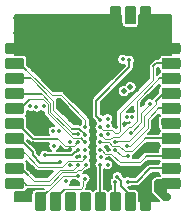
<source format=gbl>
G04 #@! TF.GenerationSoftware,KiCad,Pcbnew,(5.1.2-1)-1*
G04 #@! TF.CreationDate,2019-07-31T11:47:25+02:00*
G04 #@! TF.ProjectId,TLM-v1_2,544c4d2d-7631-45f3-922e-6b696361645f,1.1*
G04 #@! TF.SameCoordinates,Original*
G04 #@! TF.FileFunction,Copper,L4,Bot*
G04 #@! TF.FilePolarity,Positive*
%FSLAX46Y46*%
G04 Gerber Fmt 4.6, Leading zero omitted, Abs format (unit mm)*
G04 Created by KiCad (PCBNEW (5.1.2-1)-1) date 2019-07-31 11:47:25*
%MOMM*%
%LPD*%
G04 APERTURE LIST*
%ADD10C,0.100000*%
%ADD11C,0.900000*%
%ADD12C,0.700000*%
%ADD13C,0.355600*%
%ADD14C,0.460000*%
%ADD15C,0.482600*%
%ADD16C,0.127000*%
%ADD17C,0.508000*%
%ADD18C,0.635000*%
%ADD19C,0.101600*%
%ADD20C,0.152400*%
%ADD21C,0.381000*%
%ADD22C,0.203200*%
%ADD23C,0.200000*%
G04 APERTURE END LIST*
D10*
G36*
X129873643Y-75750867D02*
G01*
X129891116Y-75753459D01*
X129908251Y-75757751D01*
X129924883Y-75763702D01*
X129940851Y-75771254D01*
X129956003Y-75780335D01*
X129970191Y-75790858D01*
X129983279Y-75802721D01*
X129995142Y-75815809D01*
X130005665Y-75829997D01*
X130014746Y-75845149D01*
X130022298Y-75861117D01*
X130028249Y-75877749D01*
X130032541Y-75894884D01*
X130035133Y-75912357D01*
X130036000Y-75930000D01*
X130036000Y-76470000D01*
X130035133Y-76487643D01*
X130032541Y-76505116D01*
X130028249Y-76522251D01*
X130022298Y-76538883D01*
X130014746Y-76554851D01*
X130005665Y-76570003D01*
X129995142Y-76584191D01*
X129983279Y-76597279D01*
X129970191Y-76609142D01*
X129956003Y-76619665D01*
X129940851Y-76628746D01*
X129924883Y-76636298D01*
X129908251Y-76642249D01*
X129891116Y-76646541D01*
X129873643Y-76649133D01*
X129856000Y-76650000D01*
X129016000Y-76650000D01*
X128998357Y-76649133D01*
X128980884Y-76646541D01*
X128963749Y-76642249D01*
X128947117Y-76636298D01*
X128931149Y-76628746D01*
X128915997Y-76619665D01*
X128901809Y-76609142D01*
X128888721Y-76597279D01*
X128876858Y-76584191D01*
X128866335Y-76570003D01*
X128857254Y-76554851D01*
X128849702Y-76538883D01*
X128843751Y-76522251D01*
X128839459Y-76505116D01*
X128836867Y-76487643D01*
X128836000Y-76470000D01*
X128836000Y-75930000D01*
X128836867Y-75912357D01*
X128839459Y-75894884D01*
X128843751Y-75877749D01*
X128849702Y-75861117D01*
X128857254Y-75845149D01*
X128866335Y-75829997D01*
X128876858Y-75815809D01*
X128888721Y-75802721D01*
X128901809Y-75790858D01*
X128915997Y-75780335D01*
X128931149Y-75771254D01*
X128947117Y-75763702D01*
X128963749Y-75757751D01*
X128980884Y-75753459D01*
X128998357Y-75750867D01*
X129016000Y-75750000D01*
X129856000Y-75750000D01*
X129873643Y-75750867D01*
X129873643Y-75750867D01*
G37*
D11*
X129436000Y-76200000D03*
D10*
G36*
X130309722Y-75750674D02*
G01*
X130323313Y-75752690D01*
X130336640Y-75756028D01*
X130349576Y-75760657D01*
X130361996Y-75766531D01*
X130373780Y-75773594D01*
X130384815Y-75781779D01*
X130394995Y-75791005D01*
X130404221Y-75801185D01*
X130412406Y-75812220D01*
X130419469Y-75824004D01*
X130425343Y-75836424D01*
X130429972Y-75849360D01*
X130433310Y-75862687D01*
X130435326Y-75876278D01*
X130436000Y-75890000D01*
X130436000Y-76510000D01*
X130435326Y-76523722D01*
X130433310Y-76537313D01*
X130429972Y-76550640D01*
X130425343Y-76563576D01*
X130419469Y-76575996D01*
X130412406Y-76587780D01*
X130404221Y-76598815D01*
X130394995Y-76608995D01*
X130384815Y-76618221D01*
X130373780Y-76626406D01*
X130361996Y-76633469D01*
X130349576Y-76639343D01*
X130336640Y-76643972D01*
X130323313Y-76647310D01*
X130309722Y-76649326D01*
X130296000Y-76650000D01*
X129876000Y-76650000D01*
X129862278Y-76649326D01*
X129848687Y-76647310D01*
X129835360Y-76643972D01*
X129822424Y-76639343D01*
X129810004Y-76633469D01*
X129798220Y-76626406D01*
X129787185Y-76618221D01*
X129777005Y-76608995D01*
X129767779Y-76598815D01*
X129759594Y-76587780D01*
X129752531Y-76575996D01*
X129746657Y-76563576D01*
X129742028Y-76550640D01*
X129738690Y-76537313D01*
X129736674Y-76523722D01*
X129736000Y-76510000D01*
X129736000Y-75890000D01*
X129736674Y-75876278D01*
X129738690Y-75862687D01*
X129742028Y-75849360D01*
X129746657Y-75836424D01*
X129752531Y-75824004D01*
X129759594Y-75812220D01*
X129767779Y-75801185D01*
X129777005Y-75791005D01*
X129787185Y-75781779D01*
X129798220Y-75773594D01*
X129810004Y-75766531D01*
X129822424Y-75760657D01*
X129835360Y-75756028D01*
X129848687Y-75752690D01*
X129862278Y-75750674D01*
X129876000Y-75750000D01*
X130296000Y-75750000D01*
X130309722Y-75750674D01*
X130309722Y-75750674D01*
G37*
D12*
X130086000Y-76200000D03*
D10*
G36*
X129873643Y-77020867D02*
G01*
X129891116Y-77023459D01*
X129908251Y-77027751D01*
X129924883Y-77033702D01*
X129940851Y-77041254D01*
X129956003Y-77050335D01*
X129970191Y-77060858D01*
X129983279Y-77072721D01*
X129995142Y-77085809D01*
X130005665Y-77099997D01*
X130014746Y-77115149D01*
X130022298Y-77131117D01*
X130028249Y-77147749D01*
X130032541Y-77164884D01*
X130035133Y-77182357D01*
X130036000Y-77200000D01*
X130036000Y-77740000D01*
X130035133Y-77757643D01*
X130032541Y-77775116D01*
X130028249Y-77792251D01*
X130022298Y-77808883D01*
X130014746Y-77824851D01*
X130005665Y-77840003D01*
X129995142Y-77854191D01*
X129983279Y-77867279D01*
X129970191Y-77879142D01*
X129956003Y-77889665D01*
X129940851Y-77898746D01*
X129924883Y-77906298D01*
X129908251Y-77912249D01*
X129891116Y-77916541D01*
X129873643Y-77919133D01*
X129856000Y-77920000D01*
X129016000Y-77920000D01*
X128998357Y-77919133D01*
X128980884Y-77916541D01*
X128963749Y-77912249D01*
X128947117Y-77906298D01*
X128931149Y-77898746D01*
X128915997Y-77889665D01*
X128901809Y-77879142D01*
X128888721Y-77867279D01*
X128876858Y-77854191D01*
X128866335Y-77840003D01*
X128857254Y-77824851D01*
X128849702Y-77808883D01*
X128843751Y-77792251D01*
X128839459Y-77775116D01*
X128836867Y-77757643D01*
X128836000Y-77740000D01*
X128836000Y-77200000D01*
X128836867Y-77182357D01*
X128839459Y-77164884D01*
X128843751Y-77147749D01*
X128849702Y-77131117D01*
X128857254Y-77115149D01*
X128866335Y-77099997D01*
X128876858Y-77085809D01*
X128888721Y-77072721D01*
X128901809Y-77060858D01*
X128915997Y-77050335D01*
X128931149Y-77041254D01*
X128947117Y-77033702D01*
X128963749Y-77027751D01*
X128980884Y-77023459D01*
X128998357Y-77020867D01*
X129016000Y-77020000D01*
X129856000Y-77020000D01*
X129873643Y-77020867D01*
X129873643Y-77020867D01*
G37*
D11*
X129436000Y-77470000D03*
D10*
G36*
X129873643Y-78290867D02*
G01*
X129891116Y-78293459D01*
X129908251Y-78297751D01*
X129924883Y-78303702D01*
X129940851Y-78311254D01*
X129956003Y-78320335D01*
X129970191Y-78330858D01*
X129983279Y-78342721D01*
X129995142Y-78355809D01*
X130005665Y-78369997D01*
X130014746Y-78385149D01*
X130022298Y-78401117D01*
X130028249Y-78417749D01*
X130032541Y-78434884D01*
X130035133Y-78452357D01*
X130036000Y-78470000D01*
X130036000Y-79010000D01*
X130035133Y-79027643D01*
X130032541Y-79045116D01*
X130028249Y-79062251D01*
X130022298Y-79078883D01*
X130014746Y-79094851D01*
X130005665Y-79110003D01*
X129995142Y-79124191D01*
X129983279Y-79137279D01*
X129970191Y-79149142D01*
X129956003Y-79159665D01*
X129940851Y-79168746D01*
X129924883Y-79176298D01*
X129908251Y-79182249D01*
X129891116Y-79186541D01*
X129873643Y-79189133D01*
X129856000Y-79190000D01*
X129016000Y-79190000D01*
X128998357Y-79189133D01*
X128980884Y-79186541D01*
X128963749Y-79182249D01*
X128947117Y-79176298D01*
X128931149Y-79168746D01*
X128915997Y-79159665D01*
X128901809Y-79149142D01*
X128888721Y-79137279D01*
X128876858Y-79124191D01*
X128866335Y-79110003D01*
X128857254Y-79094851D01*
X128849702Y-79078883D01*
X128843751Y-79062251D01*
X128839459Y-79045116D01*
X128836867Y-79027643D01*
X128836000Y-79010000D01*
X128836000Y-78470000D01*
X128836867Y-78452357D01*
X128839459Y-78434884D01*
X128843751Y-78417749D01*
X128849702Y-78401117D01*
X128857254Y-78385149D01*
X128866335Y-78369997D01*
X128876858Y-78355809D01*
X128888721Y-78342721D01*
X128901809Y-78330858D01*
X128915997Y-78320335D01*
X128931149Y-78311254D01*
X128947117Y-78303702D01*
X128963749Y-78297751D01*
X128980884Y-78293459D01*
X128998357Y-78290867D01*
X129016000Y-78290000D01*
X129856000Y-78290000D01*
X129873643Y-78290867D01*
X129873643Y-78290867D01*
G37*
D11*
X129436000Y-78740000D03*
D10*
G36*
X129873643Y-79560867D02*
G01*
X129891116Y-79563459D01*
X129908251Y-79567751D01*
X129924883Y-79573702D01*
X129940851Y-79581254D01*
X129956003Y-79590335D01*
X129970191Y-79600858D01*
X129983279Y-79612721D01*
X129995142Y-79625809D01*
X130005665Y-79639997D01*
X130014746Y-79655149D01*
X130022298Y-79671117D01*
X130028249Y-79687749D01*
X130032541Y-79704884D01*
X130035133Y-79722357D01*
X130036000Y-79740000D01*
X130036000Y-80280000D01*
X130035133Y-80297643D01*
X130032541Y-80315116D01*
X130028249Y-80332251D01*
X130022298Y-80348883D01*
X130014746Y-80364851D01*
X130005665Y-80380003D01*
X129995142Y-80394191D01*
X129983279Y-80407279D01*
X129970191Y-80419142D01*
X129956003Y-80429665D01*
X129940851Y-80438746D01*
X129924883Y-80446298D01*
X129908251Y-80452249D01*
X129891116Y-80456541D01*
X129873643Y-80459133D01*
X129856000Y-80460000D01*
X129016000Y-80460000D01*
X128998357Y-80459133D01*
X128980884Y-80456541D01*
X128963749Y-80452249D01*
X128947117Y-80446298D01*
X128931149Y-80438746D01*
X128915997Y-80429665D01*
X128901809Y-80419142D01*
X128888721Y-80407279D01*
X128876858Y-80394191D01*
X128866335Y-80380003D01*
X128857254Y-80364851D01*
X128849702Y-80348883D01*
X128843751Y-80332251D01*
X128839459Y-80315116D01*
X128836867Y-80297643D01*
X128836000Y-80280000D01*
X128836000Y-79740000D01*
X128836867Y-79722357D01*
X128839459Y-79704884D01*
X128843751Y-79687749D01*
X128849702Y-79671117D01*
X128857254Y-79655149D01*
X128866335Y-79639997D01*
X128876858Y-79625809D01*
X128888721Y-79612721D01*
X128901809Y-79600858D01*
X128915997Y-79590335D01*
X128931149Y-79581254D01*
X128947117Y-79573702D01*
X128963749Y-79567751D01*
X128980884Y-79563459D01*
X128998357Y-79560867D01*
X129016000Y-79560000D01*
X129856000Y-79560000D01*
X129873643Y-79560867D01*
X129873643Y-79560867D01*
G37*
D11*
X129436000Y-80010000D03*
D10*
G36*
X129873643Y-80830867D02*
G01*
X129891116Y-80833459D01*
X129908251Y-80837751D01*
X129924883Y-80843702D01*
X129940851Y-80851254D01*
X129956003Y-80860335D01*
X129970191Y-80870858D01*
X129983279Y-80882721D01*
X129995142Y-80895809D01*
X130005665Y-80909997D01*
X130014746Y-80925149D01*
X130022298Y-80941117D01*
X130028249Y-80957749D01*
X130032541Y-80974884D01*
X130035133Y-80992357D01*
X130036000Y-81010000D01*
X130036000Y-81550000D01*
X130035133Y-81567643D01*
X130032541Y-81585116D01*
X130028249Y-81602251D01*
X130022298Y-81618883D01*
X130014746Y-81634851D01*
X130005665Y-81650003D01*
X129995142Y-81664191D01*
X129983279Y-81677279D01*
X129970191Y-81689142D01*
X129956003Y-81699665D01*
X129940851Y-81708746D01*
X129924883Y-81716298D01*
X129908251Y-81722249D01*
X129891116Y-81726541D01*
X129873643Y-81729133D01*
X129856000Y-81730000D01*
X129016000Y-81730000D01*
X128998357Y-81729133D01*
X128980884Y-81726541D01*
X128963749Y-81722249D01*
X128947117Y-81716298D01*
X128931149Y-81708746D01*
X128915997Y-81699665D01*
X128901809Y-81689142D01*
X128888721Y-81677279D01*
X128876858Y-81664191D01*
X128866335Y-81650003D01*
X128857254Y-81634851D01*
X128849702Y-81618883D01*
X128843751Y-81602251D01*
X128839459Y-81585116D01*
X128836867Y-81567643D01*
X128836000Y-81550000D01*
X128836000Y-81010000D01*
X128836867Y-80992357D01*
X128839459Y-80974884D01*
X128843751Y-80957749D01*
X128849702Y-80941117D01*
X128857254Y-80925149D01*
X128866335Y-80909997D01*
X128876858Y-80895809D01*
X128888721Y-80882721D01*
X128901809Y-80870858D01*
X128915997Y-80860335D01*
X128931149Y-80851254D01*
X128947117Y-80843702D01*
X128963749Y-80837751D01*
X128980884Y-80833459D01*
X128998357Y-80830867D01*
X129016000Y-80830000D01*
X129856000Y-80830000D01*
X129873643Y-80830867D01*
X129873643Y-80830867D01*
G37*
D11*
X129436000Y-81280000D03*
D10*
G36*
X129873643Y-82100867D02*
G01*
X129891116Y-82103459D01*
X129908251Y-82107751D01*
X129924883Y-82113702D01*
X129940851Y-82121254D01*
X129956003Y-82130335D01*
X129970191Y-82140858D01*
X129983279Y-82152721D01*
X129995142Y-82165809D01*
X130005665Y-82179997D01*
X130014746Y-82195149D01*
X130022298Y-82211117D01*
X130028249Y-82227749D01*
X130032541Y-82244884D01*
X130035133Y-82262357D01*
X130036000Y-82280000D01*
X130036000Y-82820000D01*
X130035133Y-82837643D01*
X130032541Y-82855116D01*
X130028249Y-82872251D01*
X130022298Y-82888883D01*
X130014746Y-82904851D01*
X130005665Y-82920003D01*
X129995142Y-82934191D01*
X129983279Y-82947279D01*
X129970191Y-82959142D01*
X129956003Y-82969665D01*
X129940851Y-82978746D01*
X129924883Y-82986298D01*
X129908251Y-82992249D01*
X129891116Y-82996541D01*
X129873643Y-82999133D01*
X129856000Y-83000000D01*
X129016000Y-83000000D01*
X128998357Y-82999133D01*
X128980884Y-82996541D01*
X128963749Y-82992249D01*
X128947117Y-82986298D01*
X128931149Y-82978746D01*
X128915997Y-82969665D01*
X128901809Y-82959142D01*
X128888721Y-82947279D01*
X128876858Y-82934191D01*
X128866335Y-82920003D01*
X128857254Y-82904851D01*
X128849702Y-82888883D01*
X128843751Y-82872251D01*
X128839459Y-82855116D01*
X128836867Y-82837643D01*
X128836000Y-82820000D01*
X128836000Y-82280000D01*
X128836867Y-82262357D01*
X128839459Y-82244884D01*
X128843751Y-82227749D01*
X128849702Y-82211117D01*
X128857254Y-82195149D01*
X128866335Y-82179997D01*
X128876858Y-82165809D01*
X128888721Y-82152721D01*
X128901809Y-82140858D01*
X128915997Y-82130335D01*
X128931149Y-82121254D01*
X128947117Y-82113702D01*
X128963749Y-82107751D01*
X128980884Y-82103459D01*
X128998357Y-82100867D01*
X129016000Y-82100000D01*
X129856000Y-82100000D01*
X129873643Y-82100867D01*
X129873643Y-82100867D01*
G37*
D11*
X129436000Y-82550000D03*
D10*
G36*
X129873643Y-83370867D02*
G01*
X129891116Y-83373459D01*
X129908251Y-83377751D01*
X129924883Y-83383702D01*
X129940851Y-83391254D01*
X129956003Y-83400335D01*
X129970191Y-83410858D01*
X129983279Y-83422721D01*
X129995142Y-83435809D01*
X130005665Y-83449997D01*
X130014746Y-83465149D01*
X130022298Y-83481117D01*
X130028249Y-83497749D01*
X130032541Y-83514884D01*
X130035133Y-83532357D01*
X130036000Y-83550000D01*
X130036000Y-84090000D01*
X130035133Y-84107643D01*
X130032541Y-84125116D01*
X130028249Y-84142251D01*
X130022298Y-84158883D01*
X130014746Y-84174851D01*
X130005665Y-84190003D01*
X129995142Y-84204191D01*
X129983279Y-84217279D01*
X129970191Y-84229142D01*
X129956003Y-84239665D01*
X129940851Y-84248746D01*
X129924883Y-84256298D01*
X129908251Y-84262249D01*
X129891116Y-84266541D01*
X129873643Y-84269133D01*
X129856000Y-84270000D01*
X129016000Y-84270000D01*
X128998357Y-84269133D01*
X128980884Y-84266541D01*
X128963749Y-84262249D01*
X128947117Y-84256298D01*
X128931149Y-84248746D01*
X128915997Y-84239665D01*
X128901809Y-84229142D01*
X128888721Y-84217279D01*
X128876858Y-84204191D01*
X128866335Y-84190003D01*
X128857254Y-84174851D01*
X128849702Y-84158883D01*
X128843751Y-84142251D01*
X128839459Y-84125116D01*
X128836867Y-84107643D01*
X128836000Y-84090000D01*
X128836000Y-83550000D01*
X128836867Y-83532357D01*
X128839459Y-83514884D01*
X128843751Y-83497749D01*
X128849702Y-83481117D01*
X128857254Y-83465149D01*
X128866335Y-83449997D01*
X128876858Y-83435809D01*
X128888721Y-83422721D01*
X128901809Y-83410858D01*
X128915997Y-83400335D01*
X128931149Y-83391254D01*
X128947117Y-83383702D01*
X128963749Y-83377751D01*
X128980884Y-83373459D01*
X128998357Y-83370867D01*
X129016000Y-83370000D01*
X129856000Y-83370000D01*
X129873643Y-83370867D01*
X129873643Y-83370867D01*
G37*
D11*
X129436000Y-83820000D03*
D10*
G36*
X129873643Y-84640867D02*
G01*
X129891116Y-84643459D01*
X129908251Y-84647751D01*
X129924883Y-84653702D01*
X129940851Y-84661254D01*
X129956003Y-84670335D01*
X129970191Y-84680858D01*
X129983279Y-84692721D01*
X129995142Y-84705809D01*
X130005665Y-84719997D01*
X130014746Y-84735149D01*
X130022298Y-84751117D01*
X130028249Y-84767749D01*
X130032541Y-84784884D01*
X130035133Y-84802357D01*
X130036000Y-84820000D01*
X130036000Y-85360000D01*
X130035133Y-85377643D01*
X130032541Y-85395116D01*
X130028249Y-85412251D01*
X130022298Y-85428883D01*
X130014746Y-85444851D01*
X130005665Y-85460003D01*
X129995142Y-85474191D01*
X129983279Y-85487279D01*
X129970191Y-85499142D01*
X129956003Y-85509665D01*
X129940851Y-85518746D01*
X129924883Y-85526298D01*
X129908251Y-85532249D01*
X129891116Y-85536541D01*
X129873643Y-85539133D01*
X129856000Y-85540000D01*
X129016000Y-85540000D01*
X128998357Y-85539133D01*
X128980884Y-85536541D01*
X128963749Y-85532249D01*
X128947117Y-85526298D01*
X128931149Y-85518746D01*
X128915997Y-85509665D01*
X128901809Y-85499142D01*
X128888721Y-85487279D01*
X128876858Y-85474191D01*
X128866335Y-85460003D01*
X128857254Y-85444851D01*
X128849702Y-85428883D01*
X128843751Y-85412251D01*
X128839459Y-85395116D01*
X128836867Y-85377643D01*
X128836000Y-85360000D01*
X128836000Y-84820000D01*
X128836867Y-84802357D01*
X128839459Y-84784884D01*
X128843751Y-84767749D01*
X128849702Y-84751117D01*
X128857254Y-84735149D01*
X128866335Y-84719997D01*
X128876858Y-84705809D01*
X128888721Y-84692721D01*
X128901809Y-84680858D01*
X128915997Y-84670335D01*
X128931149Y-84661254D01*
X128947117Y-84653702D01*
X128963749Y-84647751D01*
X128980884Y-84643459D01*
X128998357Y-84640867D01*
X129016000Y-84640000D01*
X129856000Y-84640000D01*
X129873643Y-84640867D01*
X129873643Y-84640867D01*
G37*
D11*
X129436000Y-85090000D03*
D10*
G36*
X129873643Y-85910867D02*
G01*
X129891116Y-85913459D01*
X129908251Y-85917751D01*
X129924883Y-85923702D01*
X129940851Y-85931254D01*
X129956003Y-85940335D01*
X129970191Y-85950858D01*
X129983279Y-85962721D01*
X129995142Y-85975809D01*
X130005665Y-85989997D01*
X130014746Y-86005149D01*
X130022298Y-86021117D01*
X130028249Y-86037749D01*
X130032541Y-86054884D01*
X130035133Y-86072357D01*
X130036000Y-86090000D01*
X130036000Y-86630000D01*
X130035133Y-86647643D01*
X130032541Y-86665116D01*
X130028249Y-86682251D01*
X130022298Y-86698883D01*
X130014746Y-86714851D01*
X130005665Y-86730003D01*
X129995142Y-86744191D01*
X129983279Y-86757279D01*
X129970191Y-86769142D01*
X129956003Y-86779665D01*
X129940851Y-86788746D01*
X129924883Y-86796298D01*
X129908251Y-86802249D01*
X129891116Y-86806541D01*
X129873643Y-86809133D01*
X129856000Y-86810000D01*
X129016000Y-86810000D01*
X128998357Y-86809133D01*
X128980884Y-86806541D01*
X128963749Y-86802249D01*
X128947117Y-86796298D01*
X128931149Y-86788746D01*
X128915997Y-86779665D01*
X128901809Y-86769142D01*
X128888721Y-86757279D01*
X128876858Y-86744191D01*
X128866335Y-86730003D01*
X128857254Y-86714851D01*
X128849702Y-86698883D01*
X128843751Y-86682251D01*
X128839459Y-86665116D01*
X128836867Y-86647643D01*
X128836000Y-86630000D01*
X128836000Y-86090000D01*
X128836867Y-86072357D01*
X128839459Y-86054884D01*
X128843751Y-86037749D01*
X128849702Y-86021117D01*
X128857254Y-86005149D01*
X128866335Y-85989997D01*
X128876858Y-85975809D01*
X128888721Y-85962721D01*
X128901809Y-85950858D01*
X128915997Y-85940335D01*
X128931149Y-85931254D01*
X128947117Y-85923702D01*
X128963749Y-85917751D01*
X128980884Y-85913459D01*
X128998357Y-85910867D01*
X129016000Y-85910000D01*
X129856000Y-85910000D01*
X129873643Y-85910867D01*
X129873643Y-85910867D01*
G37*
D11*
X129436000Y-86360000D03*
D10*
G36*
X129873643Y-87180867D02*
G01*
X129891116Y-87183459D01*
X129908251Y-87187751D01*
X129924883Y-87193702D01*
X129940851Y-87201254D01*
X129956003Y-87210335D01*
X129970191Y-87220858D01*
X129983279Y-87232721D01*
X129995142Y-87245809D01*
X130005665Y-87259997D01*
X130014746Y-87275149D01*
X130022298Y-87291117D01*
X130028249Y-87307749D01*
X130032541Y-87324884D01*
X130035133Y-87342357D01*
X130036000Y-87360000D01*
X130036000Y-87900000D01*
X130035133Y-87917643D01*
X130032541Y-87935116D01*
X130028249Y-87952251D01*
X130022298Y-87968883D01*
X130014746Y-87984851D01*
X130005665Y-88000003D01*
X129995142Y-88014191D01*
X129983279Y-88027279D01*
X129970191Y-88039142D01*
X129956003Y-88049665D01*
X129940851Y-88058746D01*
X129924883Y-88066298D01*
X129908251Y-88072249D01*
X129891116Y-88076541D01*
X129873643Y-88079133D01*
X129856000Y-88080000D01*
X129016000Y-88080000D01*
X128998357Y-88079133D01*
X128980884Y-88076541D01*
X128963749Y-88072249D01*
X128947117Y-88066298D01*
X128931149Y-88058746D01*
X128915997Y-88049665D01*
X128901809Y-88039142D01*
X128888721Y-88027279D01*
X128876858Y-88014191D01*
X128866335Y-88000003D01*
X128857254Y-87984851D01*
X128849702Y-87968883D01*
X128843751Y-87952251D01*
X128839459Y-87935116D01*
X128836867Y-87917643D01*
X128836000Y-87900000D01*
X128836000Y-87360000D01*
X128836867Y-87342357D01*
X128839459Y-87324884D01*
X128843751Y-87307749D01*
X128849702Y-87291117D01*
X128857254Y-87275149D01*
X128866335Y-87259997D01*
X128876858Y-87245809D01*
X128888721Y-87232721D01*
X128901809Y-87220858D01*
X128915997Y-87210335D01*
X128931149Y-87201254D01*
X128947117Y-87193702D01*
X128963749Y-87187751D01*
X128980884Y-87183459D01*
X128998357Y-87180867D01*
X129016000Y-87180000D01*
X129856000Y-87180000D01*
X129873643Y-87180867D01*
X129873643Y-87180867D01*
G37*
D11*
X129436000Y-87630000D03*
D10*
G36*
X130309722Y-77020674D02*
G01*
X130323313Y-77022690D01*
X130336640Y-77026028D01*
X130349576Y-77030657D01*
X130361996Y-77036531D01*
X130373780Y-77043594D01*
X130384815Y-77051779D01*
X130394995Y-77061005D01*
X130404221Y-77071185D01*
X130412406Y-77082220D01*
X130419469Y-77094004D01*
X130425343Y-77106424D01*
X130429972Y-77119360D01*
X130433310Y-77132687D01*
X130435326Y-77146278D01*
X130436000Y-77160000D01*
X130436000Y-77780000D01*
X130435326Y-77793722D01*
X130433310Y-77807313D01*
X130429972Y-77820640D01*
X130425343Y-77833576D01*
X130419469Y-77845996D01*
X130412406Y-77857780D01*
X130404221Y-77868815D01*
X130394995Y-77878995D01*
X130384815Y-77888221D01*
X130373780Y-77896406D01*
X130361996Y-77903469D01*
X130349576Y-77909343D01*
X130336640Y-77913972D01*
X130323313Y-77917310D01*
X130309722Y-77919326D01*
X130296000Y-77920000D01*
X129876000Y-77920000D01*
X129862278Y-77919326D01*
X129848687Y-77917310D01*
X129835360Y-77913972D01*
X129822424Y-77909343D01*
X129810004Y-77903469D01*
X129798220Y-77896406D01*
X129787185Y-77888221D01*
X129777005Y-77878995D01*
X129767779Y-77868815D01*
X129759594Y-77857780D01*
X129752531Y-77845996D01*
X129746657Y-77833576D01*
X129742028Y-77820640D01*
X129738690Y-77807313D01*
X129736674Y-77793722D01*
X129736000Y-77780000D01*
X129736000Y-77160000D01*
X129736674Y-77146278D01*
X129738690Y-77132687D01*
X129742028Y-77119360D01*
X129746657Y-77106424D01*
X129752531Y-77094004D01*
X129759594Y-77082220D01*
X129767779Y-77071185D01*
X129777005Y-77061005D01*
X129787185Y-77051779D01*
X129798220Y-77043594D01*
X129810004Y-77036531D01*
X129822424Y-77030657D01*
X129835360Y-77026028D01*
X129848687Y-77022690D01*
X129862278Y-77020674D01*
X129876000Y-77020000D01*
X130296000Y-77020000D01*
X130309722Y-77020674D01*
X130309722Y-77020674D01*
G37*
D12*
X130086000Y-77470000D03*
D10*
G36*
X130309722Y-78290674D02*
G01*
X130323313Y-78292690D01*
X130336640Y-78296028D01*
X130349576Y-78300657D01*
X130361996Y-78306531D01*
X130373780Y-78313594D01*
X130384815Y-78321779D01*
X130394995Y-78331005D01*
X130404221Y-78341185D01*
X130412406Y-78352220D01*
X130419469Y-78364004D01*
X130425343Y-78376424D01*
X130429972Y-78389360D01*
X130433310Y-78402687D01*
X130435326Y-78416278D01*
X130436000Y-78430000D01*
X130436000Y-79050000D01*
X130435326Y-79063722D01*
X130433310Y-79077313D01*
X130429972Y-79090640D01*
X130425343Y-79103576D01*
X130419469Y-79115996D01*
X130412406Y-79127780D01*
X130404221Y-79138815D01*
X130394995Y-79148995D01*
X130384815Y-79158221D01*
X130373780Y-79166406D01*
X130361996Y-79173469D01*
X130349576Y-79179343D01*
X130336640Y-79183972D01*
X130323313Y-79187310D01*
X130309722Y-79189326D01*
X130296000Y-79190000D01*
X129876000Y-79190000D01*
X129862278Y-79189326D01*
X129848687Y-79187310D01*
X129835360Y-79183972D01*
X129822424Y-79179343D01*
X129810004Y-79173469D01*
X129798220Y-79166406D01*
X129787185Y-79158221D01*
X129777005Y-79148995D01*
X129767779Y-79138815D01*
X129759594Y-79127780D01*
X129752531Y-79115996D01*
X129746657Y-79103576D01*
X129742028Y-79090640D01*
X129738690Y-79077313D01*
X129736674Y-79063722D01*
X129736000Y-79050000D01*
X129736000Y-78430000D01*
X129736674Y-78416278D01*
X129738690Y-78402687D01*
X129742028Y-78389360D01*
X129746657Y-78376424D01*
X129752531Y-78364004D01*
X129759594Y-78352220D01*
X129767779Y-78341185D01*
X129777005Y-78331005D01*
X129787185Y-78321779D01*
X129798220Y-78313594D01*
X129810004Y-78306531D01*
X129822424Y-78300657D01*
X129835360Y-78296028D01*
X129848687Y-78292690D01*
X129862278Y-78290674D01*
X129876000Y-78290000D01*
X130296000Y-78290000D01*
X130309722Y-78290674D01*
X130309722Y-78290674D01*
G37*
D12*
X130086000Y-78740000D03*
D10*
G36*
X130309722Y-79560674D02*
G01*
X130323313Y-79562690D01*
X130336640Y-79566028D01*
X130349576Y-79570657D01*
X130361996Y-79576531D01*
X130373780Y-79583594D01*
X130384815Y-79591779D01*
X130394995Y-79601005D01*
X130404221Y-79611185D01*
X130412406Y-79622220D01*
X130419469Y-79634004D01*
X130425343Y-79646424D01*
X130429972Y-79659360D01*
X130433310Y-79672687D01*
X130435326Y-79686278D01*
X130436000Y-79700000D01*
X130436000Y-80320000D01*
X130435326Y-80333722D01*
X130433310Y-80347313D01*
X130429972Y-80360640D01*
X130425343Y-80373576D01*
X130419469Y-80385996D01*
X130412406Y-80397780D01*
X130404221Y-80408815D01*
X130394995Y-80418995D01*
X130384815Y-80428221D01*
X130373780Y-80436406D01*
X130361996Y-80443469D01*
X130349576Y-80449343D01*
X130336640Y-80453972D01*
X130323313Y-80457310D01*
X130309722Y-80459326D01*
X130296000Y-80460000D01*
X129876000Y-80460000D01*
X129862278Y-80459326D01*
X129848687Y-80457310D01*
X129835360Y-80453972D01*
X129822424Y-80449343D01*
X129810004Y-80443469D01*
X129798220Y-80436406D01*
X129787185Y-80428221D01*
X129777005Y-80418995D01*
X129767779Y-80408815D01*
X129759594Y-80397780D01*
X129752531Y-80385996D01*
X129746657Y-80373576D01*
X129742028Y-80360640D01*
X129738690Y-80347313D01*
X129736674Y-80333722D01*
X129736000Y-80320000D01*
X129736000Y-79700000D01*
X129736674Y-79686278D01*
X129738690Y-79672687D01*
X129742028Y-79659360D01*
X129746657Y-79646424D01*
X129752531Y-79634004D01*
X129759594Y-79622220D01*
X129767779Y-79611185D01*
X129777005Y-79601005D01*
X129787185Y-79591779D01*
X129798220Y-79583594D01*
X129810004Y-79576531D01*
X129822424Y-79570657D01*
X129835360Y-79566028D01*
X129848687Y-79562690D01*
X129862278Y-79560674D01*
X129876000Y-79560000D01*
X130296000Y-79560000D01*
X130309722Y-79560674D01*
X130309722Y-79560674D01*
G37*
D12*
X130086000Y-80010000D03*
D10*
G36*
X130309722Y-80830674D02*
G01*
X130323313Y-80832690D01*
X130336640Y-80836028D01*
X130349576Y-80840657D01*
X130361996Y-80846531D01*
X130373780Y-80853594D01*
X130384815Y-80861779D01*
X130394995Y-80871005D01*
X130404221Y-80881185D01*
X130412406Y-80892220D01*
X130419469Y-80904004D01*
X130425343Y-80916424D01*
X130429972Y-80929360D01*
X130433310Y-80942687D01*
X130435326Y-80956278D01*
X130436000Y-80970000D01*
X130436000Y-81590000D01*
X130435326Y-81603722D01*
X130433310Y-81617313D01*
X130429972Y-81630640D01*
X130425343Y-81643576D01*
X130419469Y-81655996D01*
X130412406Y-81667780D01*
X130404221Y-81678815D01*
X130394995Y-81688995D01*
X130384815Y-81698221D01*
X130373780Y-81706406D01*
X130361996Y-81713469D01*
X130349576Y-81719343D01*
X130336640Y-81723972D01*
X130323313Y-81727310D01*
X130309722Y-81729326D01*
X130296000Y-81730000D01*
X129876000Y-81730000D01*
X129862278Y-81729326D01*
X129848687Y-81727310D01*
X129835360Y-81723972D01*
X129822424Y-81719343D01*
X129810004Y-81713469D01*
X129798220Y-81706406D01*
X129787185Y-81698221D01*
X129777005Y-81688995D01*
X129767779Y-81678815D01*
X129759594Y-81667780D01*
X129752531Y-81655996D01*
X129746657Y-81643576D01*
X129742028Y-81630640D01*
X129738690Y-81617313D01*
X129736674Y-81603722D01*
X129736000Y-81590000D01*
X129736000Y-80970000D01*
X129736674Y-80956278D01*
X129738690Y-80942687D01*
X129742028Y-80929360D01*
X129746657Y-80916424D01*
X129752531Y-80904004D01*
X129759594Y-80892220D01*
X129767779Y-80881185D01*
X129777005Y-80871005D01*
X129787185Y-80861779D01*
X129798220Y-80853594D01*
X129810004Y-80846531D01*
X129822424Y-80840657D01*
X129835360Y-80836028D01*
X129848687Y-80832690D01*
X129862278Y-80830674D01*
X129876000Y-80830000D01*
X130296000Y-80830000D01*
X130309722Y-80830674D01*
X130309722Y-80830674D01*
G37*
D12*
X130086000Y-81280000D03*
D10*
G36*
X130309722Y-82100674D02*
G01*
X130323313Y-82102690D01*
X130336640Y-82106028D01*
X130349576Y-82110657D01*
X130361996Y-82116531D01*
X130373780Y-82123594D01*
X130384815Y-82131779D01*
X130394995Y-82141005D01*
X130404221Y-82151185D01*
X130412406Y-82162220D01*
X130419469Y-82174004D01*
X130425343Y-82186424D01*
X130429972Y-82199360D01*
X130433310Y-82212687D01*
X130435326Y-82226278D01*
X130436000Y-82240000D01*
X130436000Y-82860000D01*
X130435326Y-82873722D01*
X130433310Y-82887313D01*
X130429972Y-82900640D01*
X130425343Y-82913576D01*
X130419469Y-82925996D01*
X130412406Y-82937780D01*
X130404221Y-82948815D01*
X130394995Y-82958995D01*
X130384815Y-82968221D01*
X130373780Y-82976406D01*
X130361996Y-82983469D01*
X130349576Y-82989343D01*
X130336640Y-82993972D01*
X130323313Y-82997310D01*
X130309722Y-82999326D01*
X130296000Y-83000000D01*
X129876000Y-83000000D01*
X129862278Y-82999326D01*
X129848687Y-82997310D01*
X129835360Y-82993972D01*
X129822424Y-82989343D01*
X129810004Y-82983469D01*
X129798220Y-82976406D01*
X129787185Y-82968221D01*
X129777005Y-82958995D01*
X129767779Y-82948815D01*
X129759594Y-82937780D01*
X129752531Y-82925996D01*
X129746657Y-82913576D01*
X129742028Y-82900640D01*
X129738690Y-82887313D01*
X129736674Y-82873722D01*
X129736000Y-82860000D01*
X129736000Y-82240000D01*
X129736674Y-82226278D01*
X129738690Y-82212687D01*
X129742028Y-82199360D01*
X129746657Y-82186424D01*
X129752531Y-82174004D01*
X129759594Y-82162220D01*
X129767779Y-82151185D01*
X129777005Y-82141005D01*
X129787185Y-82131779D01*
X129798220Y-82123594D01*
X129810004Y-82116531D01*
X129822424Y-82110657D01*
X129835360Y-82106028D01*
X129848687Y-82102690D01*
X129862278Y-82100674D01*
X129876000Y-82100000D01*
X130296000Y-82100000D01*
X130309722Y-82100674D01*
X130309722Y-82100674D01*
G37*
D12*
X130086000Y-82550000D03*
D10*
G36*
X130309722Y-83370674D02*
G01*
X130323313Y-83372690D01*
X130336640Y-83376028D01*
X130349576Y-83380657D01*
X130361996Y-83386531D01*
X130373780Y-83393594D01*
X130384815Y-83401779D01*
X130394995Y-83411005D01*
X130404221Y-83421185D01*
X130412406Y-83432220D01*
X130419469Y-83444004D01*
X130425343Y-83456424D01*
X130429972Y-83469360D01*
X130433310Y-83482687D01*
X130435326Y-83496278D01*
X130436000Y-83510000D01*
X130436000Y-84130000D01*
X130435326Y-84143722D01*
X130433310Y-84157313D01*
X130429972Y-84170640D01*
X130425343Y-84183576D01*
X130419469Y-84195996D01*
X130412406Y-84207780D01*
X130404221Y-84218815D01*
X130394995Y-84228995D01*
X130384815Y-84238221D01*
X130373780Y-84246406D01*
X130361996Y-84253469D01*
X130349576Y-84259343D01*
X130336640Y-84263972D01*
X130323313Y-84267310D01*
X130309722Y-84269326D01*
X130296000Y-84270000D01*
X129876000Y-84270000D01*
X129862278Y-84269326D01*
X129848687Y-84267310D01*
X129835360Y-84263972D01*
X129822424Y-84259343D01*
X129810004Y-84253469D01*
X129798220Y-84246406D01*
X129787185Y-84238221D01*
X129777005Y-84228995D01*
X129767779Y-84218815D01*
X129759594Y-84207780D01*
X129752531Y-84195996D01*
X129746657Y-84183576D01*
X129742028Y-84170640D01*
X129738690Y-84157313D01*
X129736674Y-84143722D01*
X129736000Y-84130000D01*
X129736000Y-83510000D01*
X129736674Y-83496278D01*
X129738690Y-83482687D01*
X129742028Y-83469360D01*
X129746657Y-83456424D01*
X129752531Y-83444004D01*
X129759594Y-83432220D01*
X129767779Y-83421185D01*
X129777005Y-83411005D01*
X129787185Y-83401779D01*
X129798220Y-83393594D01*
X129810004Y-83386531D01*
X129822424Y-83380657D01*
X129835360Y-83376028D01*
X129848687Y-83372690D01*
X129862278Y-83370674D01*
X129876000Y-83370000D01*
X130296000Y-83370000D01*
X130309722Y-83370674D01*
X130309722Y-83370674D01*
G37*
D12*
X130086000Y-83820000D03*
D10*
G36*
X130309722Y-84640674D02*
G01*
X130323313Y-84642690D01*
X130336640Y-84646028D01*
X130349576Y-84650657D01*
X130361996Y-84656531D01*
X130373780Y-84663594D01*
X130384815Y-84671779D01*
X130394995Y-84681005D01*
X130404221Y-84691185D01*
X130412406Y-84702220D01*
X130419469Y-84714004D01*
X130425343Y-84726424D01*
X130429972Y-84739360D01*
X130433310Y-84752687D01*
X130435326Y-84766278D01*
X130436000Y-84780000D01*
X130436000Y-85400000D01*
X130435326Y-85413722D01*
X130433310Y-85427313D01*
X130429972Y-85440640D01*
X130425343Y-85453576D01*
X130419469Y-85465996D01*
X130412406Y-85477780D01*
X130404221Y-85488815D01*
X130394995Y-85498995D01*
X130384815Y-85508221D01*
X130373780Y-85516406D01*
X130361996Y-85523469D01*
X130349576Y-85529343D01*
X130336640Y-85533972D01*
X130323313Y-85537310D01*
X130309722Y-85539326D01*
X130296000Y-85540000D01*
X129876000Y-85540000D01*
X129862278Y-85539326D01*
X129848687Y-85537310D01*
X129835360Y-85533972D01*
X129822424Y-85529343D01*
X129810004Y-85523469D01*
X129798220Y-85516406D01*
X129787185Y-85508221D01*
X129777005Y-85498995D01*
X129767779Y-85488815D01*
X129759594Y-85477780D01*
X129752531Y-85465996D01*
X129746657Y-85453576D01*
X129742028Y-85440640D01*
X129738690Y-85427313D01*
X129736674Y-85413722D01*
X129736000Y-85400000D01*
X129736000Y-84780000D01*
X129736674Y-84766278D01*
X129738690Y-84752687D01*
X129742028Y-84739360D01*
X129746657Y-84726424D01*
X129752531Y-84714004D01*
X129759594Y-84702220D01*
X129767779Y-84691185D01*
X129777005Y-84681005D01*
X129787185Y-84671779D01*
X129798220Y-84663594D01*
X129810004Y-84656531D01*
X129822424Y-84650657D01*
X129835360Y-84646028D01*
X129848687Y-84642690D01*
X129862278Y-84640674D01*
X129876000Y-84640000D01*
X130296000Y-84640000D01*
X130309722Y-84640674D01*
X130309722Y-84640674D01*
G37*
D12*
X130086000Y-85090000D03*
D10*
G36*
X130309722Y-85910674D02*
G01*
X130323313Y-85912690D01*
X130336640Y-85916028D01*
X130349576Y-85920657D01*
X130361996Y-85926531D01*
X130373780Y-85933594D01*
X130384815Y-85941779D01*
X130394995Y-85951005D01*
X130404221Y-85961185D01*
X130412406Y-85972220D01*
X130419469Y-85984004D01*
X130425343Y-85996424D01*
X130429972Y-86009360D01*
X130433310Y-86022687D01*
X130435326Y-86036278D01*
X130436000Y-86050000D01*
X130436000Y-86670000D01*
X130435326Y-86683722D01*
X130433310Y-86697313D01*
X130429972Y-86710640D01*
X130425343Y-86723576D01*
X130419469Y-86735996D01*
X130412406Y-86747780D01*
X130404221Y-86758815D01*
X130394995Y-86768995D01*
X130384815Y-86778221D01*
X130373780Y-86786406D01*
X130361996Y-86793469D01*
X130349576Y-86799343D01*
X130336640Y-86803972D01*
X130323313Y-86807310D01*
X130309722Y-86809326D01*
X130296000Y-86810000D01*
X129876000Y-86810000D01*
X129862278Y-86809326D01*
X129848687Y-86807310D01*
X129835360Y-86803972D01*
X129822424Y-86799343D01*
X129810004Y-86793469D01*
X129798220Y-86786406D01*
X129787185Y-86778221D01*
X129777005Y-86768995D01*
X129767779Y-86758815D01*
X129759594Y-86747780D01*
X129752531Y-86735996D01*
X129746657Y-86723576D01*
X129742028Y-86710640D01*
X129738690Y-86697313D01*
X129736674Y-86683722D01*
X129736000Y-86670000D01*
X129736000Y-86050000D01*
X129736674Y-86036278D01*
X129738690Y-86022687D01*
X129742028Y-86009360D01*
X129746657Y-85996424D01*
X129752531Y-85984004D01*
X129759594Y-85972220D01*
X129767779Y-85961185D01*
X129777005Y-85951005D01*
X129787185Y-85941779D01*
X129798220Y-85933594D01*
X129810004Y-85926531D01*
X129822424Y-85920657D01*
X129835360Y-85916028D01*
X129848687Y-85912690D01*
X129862278Y-85910674D01*
X129876000Y-85910000D01*
X130296000Y-85910000D01*
X130309722Y-85910674D01*
X130309722Y-85910674D01*
G37*
D12*
X130086000Y-86360000D03*
D10*
G36*
X130309722Y-87180674D02*
G01*
X130323313Y-87182690D01*
X130336640Y-87186028D01*
X130349576Y-87190657D01*
X130361996Y-87196531D01*
X130373780Y-87203594D01*
X130384815Y-87211779D01*
X130394995Y-87221005D01*
X130404221Y-87231185D01*
X130412406Y-87242220D01*
X130419469Y-87254004D01*
X130425343Y-87266424D01*
X130429972Y-87279360D01*
X130433310Y-87292687D01*
X130435326Y-87306278D01*
X130436000Y-87320000D01*
X130436000Y-87940000D01*
X130435326Y-87953722D01*
X130433310Y-87967313D01*
X130429972Y-87980640D01*
X130425343Y-87993576D01*
X130419469Y-88005996D01*
X130412406Y-88017780D01*
X130404221Y-88028815D01*
X130394995Y-88038995D01*
X130384815Y-88048221D01*
X130373780Y-88056406D01*
X130361996Y-88063469D01*
X130349576Y-88069343D01*
X130336640Y-88073972D01*
X130323313Y-88077310D01*
X130309722Y-88079326D01*
X130296000Y-88080000D01*
X129876000Y-88080000D01*
X129862278Y-88079326D01*
X129848687Y-88077310D01*
X129835360Y-88073972D01*
X129822424Y-88069343D01*
X129810004Y-88063469D01*
X129798220Y-88056406D01*
X129787185Y-88048221D01*
X129777005Y-88038995D01*
X129767779Y-88028815D01*
X129759594Y-88017780D01*
X129752531Y-88005996D01*
X129746657Y-87993576D01*
X129742028Y-87980640D01*
X129738690Y-87967313D01*
X129736674Y-87953722D01*
X129736000Y-87940000D01*
X129736000Y-87320000D01*
X129736674Y-87306278D01*
X129738690Y-87292687D01*
X129742028Y-87279360D01*
X129746657Y-87266424D01*
X129752531Y-87254004D01*
X129759594Y-87242220D01*
X129767779Y-87231185D01*
X129777005Y-87221005D01*
X129787185Y-87211779D01*
X129798220Y-87203594D01*
X129810004Y-87196531D01*
X129822424Y-87190657D01*
X129835360Y-87186028D01*
X129848687Y-87182690D01*
X129862278Y-87180674D01*
X129876000Y-87180000D01*
X130296000Y-87180000D01*
X130309722Y-87180674D01*
X130309722Y-87180674D01*
G37*
D12*
X130086000Y-87630000D03*
D10*
G36*
X143543643Y-75750867D02*
G01*
X143561116Y-75753459D01*
X143578251Y-75757751D01*
X143594883Y-75763702D01*
X143610851Y-75771254D01*
X143626003Y-75780335D01*
X143640191Y-75790858D01*
X143653279Y-75802721D01*
X143665142Y-75815809D01*
X143675665Y-75829997D01*
X143684746Y-75845149D01*
X143692298Y-75861117D01*
X143698249Y-75877749D01*
X143702541Y-75894884D01*
X143705133Y-75912357D01*
X143706000Y-75930000D01*
X143706000Y-76470000D01*
X143705133Y-76487643D01*
X143702541Y-76505116D01*
X143698249Y-76522251D01*
X143692298Y-76538883D01*
X143684746Y-76554851D01*
X143675665Y-76570003D01*
X143665142Y-76584191D01*
X143653279Y-76597279D01*
X143640191Y-76609142D01*
X143626003Y-76619665D01*
X143610851Y-76628746D01*
X143594883Y-76636298D01*
X143578251Y-76642249D01*
X143561116Y-76646541D01*
X143543643Y-76649133D01*
X143526000Y-76650000D01*
X142686000Y-76650000D01*
X142668357Y-76649133D01*
X142650884Y-76646541D01*
X142633749Y-76642249D01*
X142617117Y-76636298D01*
X142601149Y-76628746D01*
X142585997Y-76619665D01*
X142571809Y-76609142D01*
X142558721Y-76597279D01*
X142546858Y-76584191D01*
X142536335Y-76570003D01*
X142527254Y-76554851D01*
X142519702Y-76538883D01*
X142513751Y-76522251D01*
X142509459Y-76505116D01*
X142506867Y-76487643D01*
X142506000Y-76470000D01*
X142506000Y-75930000D01*
X142506867Y-75912357D01*
X142509459Y-75894884D01*
X142513751Y-75877749D01*
X142519702Y-75861117D01*
X142527254Y-75845149D01*
X142536335Y-75829997D01*
X142546858Y-75815809D01*
X142558721Y-75802721D01*
X142571809Y-75790858D01*
X142585997Y-75780335D01*
X142601149Y-75771254D01*
X142617117Y-75763702D01*
X142633749Y-75757751D01*
X142650884Y-75753459D01*
X142668357Y-75750867D01*
X142686000Y-75750000D01*
X143526000Y-75750000D01*
X143543643Y-75750867D01*
X143543643Y-75750867D01*
G37*
D11*
X143106000Y-76200000D03*
D10*
G36*
X143543643Y-77020867D02*
G01*
X143561116Y-77023459D01*
X143578251Y-77027751D01*
X143594883Y-77033702D01*
X143610851Y-77041254D01*
X143626003Y-77050335D01*
X143640191Y-77060858D01*
X143653279Y-77072721D01*
X143665142Y-77085809D01*
X143675665Y-77099997D01*
X143684746Y-77115149D01*
X143692298Y-77131117D01*
X143698249Y-77147749D01*
X143702541Y-77164884D01*
X143705133Y-77182357D01*
X143706000Y-77200000D01*
X143706000Y-77740000D01*
X143705133Y-77757643D01*
X143702541Y-77775116D01*
X143698249Y-77792251D01*
X143692298Y-77808883D01*
X143684746Y-77824851D01*
X143675665Y-77840003D01*
X143665142Y-77854191D01*
X143653279Y-77867279D01*
X143640191Y-77879142D01*
X143626003Y-77889665D01*
X143610851Y-77898746D01*
X143594883Y-77906298D01*
X143578251Y-77912249D01*
X143561116Y-77916541D01*
X143543643Y-77919133D01*
X143526000Y-77920000D01*
X142686000Y-77920000D01*
X142668357Y-77919133D01*
X142650884Y-77916541D01*
X142633749Y-77912249D01*
X142617117Y-77906298D01*
X142601149Y-77898746D01*
X142585997Y-77889665D01*
X142571809Y-77879142D01*
X142558721Y-77867279D01*
X142546858Y-77854191D01*
X142536335Y-77840003D01*
X142527254Y-77824851D01*
X142519702Y-77808883D01*
X142513751Y-77792251D01*
X142509459Y-77775116D01*
X142506867Y-77757643D01*
X142506000Y-77740000D01*
X142506000Y-77200000D01*
X142506867Y-77182357D01*
X142509459Y-77164884D01*
X142513751Y-77147749D01*
X142519702Y-77131117D01*
X142527254Y-77115149D01*
X142536335Y-77099997D01*
X142546858Y-77085809D01*
X142558721Y-77072721D01*
X142571809Y-77060858D01*
X142585997Y-77050335D01*
X142601149Y-77041254D01*
X142617117Y-77033702D01*
X142633749Y-77027751D01*
X142650884Y-77023459D01*
X142668357Y-77020867D01*
X142686000Y-77020000D01*
X143526000Y-77020000D01*
X143543643Y-77020867D01*
X143543643Y-77020867D01*
G37*
D11*
X143106000Y-77470000D03*
D10*
G36*
X143543643Y-78290867D02*
G01*
X143561116Y-78293459D01*
X143578251Y-78297751D01*
X143594883Y-78303702D01*
X143610851Y-78311254D01*
X143626003Y-78320335D01*
X143640191Y-78330858D01*
X143653279Y-78342721D01*
X143665142Y-78355809D01*
X143675665Y-78369997D01*
X143684746Y-78385149D01*
X143692298Y-78401117D01*
X143698249Y-78417749D01*
X143702541Y-78434884D01*
X143705133Y-78452357D01*
X143706000Y-78470000D01*
X143706000Y-79010000D01*
X143705133Y-79027643D01*
X143702541Y-79045116D01*
X143698249Y-79062251D01*
X143692298Y-79078883D01*
X143684746Y-79094851D01*
X143675665Y-79110003D01*
X143665142Y-79124191D01*
X143653279Y-79137279D01*
X143640191Y-79149142D01*
X143626003Y-79159665D01*
X143610851Y-79168746D01*
X143594883Y-79176298D01*
X143578251Y-79182249D01*
X143561116Y-79186541D01*
X143543643Y-79189133D01*
X143526000Y-79190000D01*
X142686000Y-79190000D01*
X142668357Y-79189133D01*
X142650884Y-79186541D01*
X142633749Y-79182249D01*
X142617117Y-79176298D01*
X142601149Y-79168746D01*
X142585997Y-79159665D01*
X142571809Y-79149142D01*
X142558721Y-79137279D01*
X142546858Y-79124191D01*
X142536335Y-79110003D01*
X142527254Y-79094851D01*
X142519702Y-79078883D01*
X142513751Y-79062251D01*
X142509459Y-79045116D01*
X142506867Y-79027643D01*
X142506000Y-79010000D01*
X142506000Y-78470000D01*
X142506867Y-78452357D01*
X142509459Y-78434884D01*
X142513751Y-78417749D01*
X142519702Y-78401117D01*
X142527254Y-78385149D01*
X142536335Y-78369997D01*
X142546858Y-78355809D01*
X142558721Y-78342721D01*
X142571809Y-78330858D01*
X142585997Y-78320335D01*
X142601149Y-78311254D01*
X142617117Y-78303702D01*
X142633749Y-78297751D01*
X142650884Y-78293459D01*
X142668357Y-78290867D01*
X142686000Y-78290000D01*
X143526000Y-78290000D01*
X143543643Y-78290867D01*
X143543643Y-78290867D01*
G37*
D11*
X143106000Y-78740000D03*
D10*
G36*
X143543643Y-79560867D02*
G01*
X143561116Y-79563459D01*
X143578251Y-79567751D01*
X143594883Y-79573702D01*
X143610851Y-79581254D01*
X143626003Y-79590335D01*
X143640191Y-79600858D01*
X143653279Y-79612721D01*
X143665142Y-79625809D01*
X143675665Y-79639997D01*
X143684746Y-79655149D01*
X143692298Y-79671117D01*
X143698249Y-79687749D01*
X143702541Y-79704884D01*
X143705133Y-79722357D01*
X143706000Y-79740000D01*
X143706000Y-80280000D01*
X143705133Y-80297643D01*
X143702541Y-80315116D01*
X143698249Y-80332251D01*
X143692298Y-80348883D01*
X143684746Y-80364851D01*
X143675665Y-80380003D01*
X143665142Y-80394191D01*
X143653279Y-80407279D01*
X143640191Y-80419142D01*
X143626003Y-80429665D01*
X143610851Y-80438746D01*
X143594883Y-80446298D01*
X143578251Y-80452249D01*
X143561116Y-80456541D01*
X143543643Y-80459133D01*
X143526000Y-80460000D01*
X142686000Y-80460000D01*
X142668357Y-80459133D01*
X142650884Y-80456541D01*
X142633749Y-80452249D01*
X142617117Y-80446298D01*
X142601149Y-80438746D01*
X142585997Y-80429665D01*
X142571809Y-80419142D01*
X142558721Y-80407279D01*
X142546858Y-80394191D01*
X142536335Y-80380003D01*
X142527254Y-80364851D01*
X142519702Y-80348883D01*
X142513751Y-80332251D01*
X142509459Y-80315116D01*
X142506867Y-80297643D01*
X142506000Y-80280000D01*
X142506000Y-79740000D01*
X142506867Y-79722357D01*
X142509459Y-79704884D01*
X142513751Y-79687749D01*
X142519702Y-79671117D01*
X142527254Y-79655149D01*
X142536335Y-79639997D01*
X142546858Y-79625809D01*
X142558721Y-79612721D01*
X142571809Y-79600858D01*
X142585997Y-79590335D01*
X142601149Y-79581254D01*
X142617117Y-79573702D01*
X142633749Y-79567751D01*
X142650884Y-79563459D01*
X142668357Y-79560867D01*
X142686000Y-79560000D01*
X143526000Y-79560000D01*
X143543643Y-79560867D01*
X143543643Y-79560867D01*
G37*
D11*
X143106000Y-80010000D03*
D10*
G36*
X143543643Y-80830867D02*
G01*
X143561116Y-80833459D01*
X143578251Y-80837751D01*
X143594883Y-80843702D01*
X143610851Y-80851254D01*
X143626003Y-80860335D01*
X143640191Y-80870858D01*
X143653279Y-80882721D01*
X143665142Y-80895809D01*
X143675665Y-80909997D01*
X143684746Y-80925149D01*
X143692298Y-80941117D01*
X143698249Y-80957749D01*
X143702541Y-80974884D01*
X143705133Y-80992357D01*
X143706000Y-81010000D01*
X143706000Y-81550000D01*
X143705133Y-81567643D01*
X143702541Y-81585116D01*
X143698249Y-81602251D01*
X143692298Y-81618883D01*
X143684746Y-81634851D01*
X143675665Y-81650003D01*
X143665142Y-81664191D01*
X143653279Y-81677279D01*
X143640191Y-81689142D01*
X143626003Y-81699665D01*
X143610851Y-81708746D01*
X143594883Y-81716298D01*
X143578251Y-81722249D01*
X143561116Y-81726541D01*
X143543643Y-81729133D01*
X143526000Y-81730000D01*
X142686000Y-81730000D01*
X142668357Y-81729133D01*
X142650884Y-81726541D01*
X142633749Y-81722249D01*
X142617117Y-81716298D01*
X142601149Y-81708746D01*
X142585997Y-81699665D01*
X142571809Y-81689142D01*
X142558721Y-81677279D01*
X142546858Y-81664191D01*
X142536335Y-81650003D01*
X142527254Y-81634851D01*
X142519702Y-81618883D01*
X142513751Y-81602251D01*
X142509459Y-81585116D01*
X142506867Y-81567643D01*
X142506000Y-81550000D01*
X142506000Y-81010000D01*
X142506867Y-80992357D01*
X142509459Y-80974884D01*
X142513751Y-80957749D01*
X142519702Y-80941117D01*
X142527254Y-80925149D01*
X142536335Y-80909997D01*
X142546858Y-80895809D01*
X142558721Y-80882721D01*
X142571809Y-80870858D01*
X142585997Y-80860335D01*
X142601149Y-80851254D01*
X142617117Y-80843702D01*
X142633749Y-80837751D01*
X142650884Y-80833459D01*
X142668357Y-80830867D01*
X142686000Y-80830000D01*
X143526000Y-80830000D01*
X143543643Y-80830867D01*
X143543643Y-80830867D01*
G37*
D11*
X143106000Y-81280000D03*
D10*
G36*
X143543643Y-82100867D02*
G01*
X143561116Y-82103459D01*
X143578251Y-82107751D01*
X143594883Y-82113702D01*
X143610851Y-82121254D01*
X143626003Y-82130335D01*
X143640191Y-82140858D01*
X143653279Y-82152721D01*
X143665142Y-82165809D01*
X143675665Y-82179997D01*
X143684746Y-82195149D01*
X143692298Y-82211117D01*
X143698249Y-82227749D01*
X143702541Y-82244884D01*
X143705133Y-82262357D01*
X143706000Y-82280000D01*
X143706000Y-82820000D01*
X143705133Y-82837643D01*
X143702541Y-82855116D01*
X143698249Y-82872251D01*
X143692298Y-82888883D01*
X143684746Y-82904851D01*
X143675665Y-82920003D01*
X143665142Y-82934191D01*
X143653279Y-82947279D01*
X143640191Y-82959142D01*
X143626003Y-82969665D01*
X143610851Y-82978746D01*
X143594883Y-82986298D01*
X143578251Y-82992249D01*
X143561116Y-82996541D01*
X143543643Y-82999133D01*
X143526000Y-83000000D01*
X142686000Y-83000000D01*
X142668357Y-82999133D01*
X142650884Y-82996541D01*
X142633749Y-82992249D01*
X142617117Y-82986298D01*
X142601149Y-82978746D01*
X142585997Y-82969665D01*
X142571809Y-82959142D01*
X142558721Y-82947279D01*
X142546858Y-82934191D01*
X142536335Y-82920003D01*
X142527254Y-82904851D01*
X142519702Y-82888883D01*
X142513751Y-82872251D01*
X142509459Y-82855116D01*
X142506867Y-82837643D01*
X142506000Y-82820000D01*
X142506000Y-82280000D01*
X142506867Y-82262357D01*
X142509459Y-82244884D01*
X142513751Y-82227749D01*
X142519702Y-82211117D01*
X142527254Y-82195149D01*
X142536335Y-82179997D01*
X142546858Y-82165809D01*
X142558721Y-82152721D01*
X142571809Y-82140858D01*
X142585997Y-82130335D01*
X142601149Y-82121254D01*
X142617117Y-82113702D01*
X142633749Y-82107751D01*
X142650884Y-82103459D01*
X142668357Y-82100867D01*
X142686000Y-82100000D01*
X143526000Y-82100000D01*
X143543643Y-82100867D01*
X143543643Y-82100867D01*
G37*
D11*
X143106000Y-82550000D03*
D10*
G36*
X143543643Y-83370867D02*
G01*
X143561116Y-83373459D01*
X143578251Y-83377751D01*
X143594883Y-83383702D01*
X143610851Y-83391254D01*
X143626003Y-83400335D01*
X143640191Y-83410858D01*
X143653279Y-83422721D01*
X143665142Y-83435809D01*
X143675665Y-83449997D01*
X143684746Y-83465149D01*
X143692298Y-83481117D01*
X143698249Y-83497749D01*
X143702541Y-83514884D01*
X143705133Y-83532357D01*
X143706000Y-83550000D01*
X143706000Y-84090000D01*
X143705133Y-84107643D01*
X143702541Y-84125116D01*
X143698249Y-84142251D01*
X143692298Y-84158883D01*
X143684746Y-84174851D01*
X143675665Y-84190003D01*
X143665142Y-84204191D01*
X143653279Y-84217279D01*
X143640191Y-84229142D01*
X143626003Y-84239665D01*
X143610851Y-84248746D01*
X143594883Y-84256298D01*
X143578251Y-84262249D01*
X143561116Y-84266541D01*
X143543643Y-84269133D01*
X143526000Y-84270000D01*
X142686000Y-84270000D01*
X142668357Y-84269133D01*
X142650884Y-84266541D01*
X142633749Y-84262249D01*
X142617117Y-84256298D01*
X142601149Y-84248746D01*
X142585997Y-84239665D01*
X142571809Y-84229142D01*
X142558721Y-84217279D01*
X142546858Y-84204191D01*
X142536335Y-84190003D01*
X142527254Y-84174851D01*
X142519702Y-84158883D01*
X142513751Y-84142251D01*
X142509459Y-84125116D01*
X142506867Y-84107643D01*
X142506000Y-84090000D01*
X142506000Y-83550000D01*
X142506867Y-83532357D01*
X142509459Y-83514884D01*
X142513751Y-83497749D01*
X142519702Y-83481117D01*
X142527254Y-83465149D01*
X142536335Y-83449997D01*
X142546858Y-83435809D01*
X142558721Y-83422721D01*
X142571809Y-83410858D01*
X142585997Y-83400335D01*
X142601149Y-83391254D01*
X142617117Y-83383702D01*
X142633749Y-83377751D01*
X142650884Y-83373459D01*
X142668357Y-83370867D01*
X142686000Y-83370000D01*
X143526000Y-83370000D01*
X143543643Y-83370867D01*
X143543643Y-83370867D01*
G37*
D11*
X143106000Y-83820000D03*
D10*
G36*
X143543643Y-84640867D02*
G01*
X143561116Y-84643459D01*
X143578251Y-84647751D01*
X143594883Y-84653702D01*
X143610851Y-84661254D01*
X143626003Y-84670335D01*
X143640191Y-84680858D01*
X143653279Y-84692721D01*
X143665142Y-84705809D01*
X143675665Y-84719997D01*
X143684746Y-84735149D01*
X143692298Y-84751117D01*
X143698249Y-84767749D01*
X143702541Y-84784884D01*
X143705133Y-84802357D01*
X143706000Y-84820000D01*
X143706000Y-85360000D01*
X143705133Y-85377643D01*
X143702541Y-85395116D01*
X143698249Y-85412251D01*
X143692298Y-85428883D01*
X143684746Y-85444851D01*
X143675665Y-85460003D01*
X143665142Y-85474191D01*
X143653279Y-85487279D01*
X143640191Y-85499142D01*
X143626003Y-85509665D01*
X143610851Y-85518746D01*
X143594883Y-85526298D01*
X143578251Y-85532249D01*
X143561116Y-85536541D01*
X143543643Y-85539133D01*
X143526000Y-85540000D01*
X142686000Y-85540000D01*
X142668357Y-85539133D01*
X142650884Y-85536541D01*
X142633749Y-85532249D01*
X142617117Y-85526298D01*
X142601149Y-85518746D01*
X142585997Y-85509665D01*
X142571809Y-85499142D01*
X142558721Y-85487279D01*
X142546858Y-85474191D01*
X142536335Y-85460003D01*
X142527254Y-85444851D01*
X142519702Y-85428883D01*
X142513751Y-85412251D01*
X142509459Y-85395116D01*
X142506867Y-85377643D01*
X142506000Y-85360000D01*
X142506000Y-84820000D01*
X142506867Y-84802357D01*
X142509459Y-84784884D01*
X142513751Y-84767749D01*
X142519702Y-84751117D01*
X142527254Y-84735149D01*
X142536335Y-84719997D01*
X142546858Y-84705809D01*
X142558721Y-84692721D01*
X142571809Y-84680858D01*
X142585997Y-84670335D01*
X142601149Y-84661254D01*
X142617117Y-84653702D01*
X142633749Y-84647751D01*
X142650884Y-84643459D01*
X142668357Y-84640867D01*
X142686000Y-84640000D01*
X143526000Y-84640000D01*
X143543643Y-84640867D01*
X143543643Y-84640867D01*
G37*
D11*
X143106000Y-85090000D03*
D10*
G36*
X143543643Y-85910867D02*
G01*
X143561116Y-85913459D01*
X143578251Y-85917751D01*
X143594883Y-85923702D01*
X143610851Y-85931254D01*
X143626003Y-85940335D01*
X143640191Y-85950858D01*
X143653279Y-85962721D01*
X143665142Y-85975809D01*
X143675665Y-85989997D01*
X143684746Y-86005149D01*
X143692298Y-86021117D01*
X143698249Y-86037749D01*
X143702541Y-86054884D01*
X143705133Y-86072357D01*
X143706000Y-86090000D01*
X143706000Y-86630000D01*
X143705133Y-86647643D01*
X143702541Y-86665116D01*
X143698249Y-86682251D01*
X143692298Y-86698883D01*
X143684746Y-86714851D01*
X143675665Y-86730003D01*
X143665142Y-86744191D01*
X143653279Y-86757279D01*
X143640191Y-86769142D01*
X143626003Y-86779665D01*
X143610851Y-86788746D01*
X143594883Y-86796298D01*
X143578251Y-86802249D01*
X143561116Y-86806541D01*
X143543643Y-86809133D01*
X143526000Y-86810000D01*
X142686000Y-86810000D01*
X142668357Y-86809133D01*
X142650884Y-86806541D01*
X142633749Y-86802249D01*
X142617117Y-86796298D01*
X142601149Y-86788746D01*
X142585997Y-86779665D01*
X142571809Y-86769142D01*
X142558721Y-86757279D01*
X142546858Y-86744191D01*
X142536335Y-86730003D01*
X142527254Y-86714851D01*
X142519702Y-86698883D01*
X142513751Y-86682251D01*
X142509459Y-86665116D01*
X142506867Y-86647643D01*
X142506000Y-86630000D01*
X142506000Y-86090000D01*
X142506867Y-86072357D01*
X142509459Y-86054884D01*
X142513751Y-86037749D01*
X142519702Y-86021117D01*
X142527254Y-86005149D01*
X142536335Y-85989997D01*
X142546858Y-85975809D01*
X142558721Y-85962721D01*
X142571809Y-85950858D01*
X142585997Y-85940335D01*
X142601149Y-85931254D01*
X142617117Y-85923702D01*
X142633749Y-85917751D01*
X142650884Y-85913459D01*
X142668357Y-85910867D01*
X142686000Y-85910000D01*
X143526000Y-85910000D01*
X143543643Y-85910867D01*
X143543643Y-85910867D01*
G37*
D11*
X143106000Y-86360000D03*
D10*
G36*
X143543643Y-87180867D02*
G01*
X143561116Y-87183459D01*
X143578251Y-87187751D01*
X143594883Y-87193702D01*
X143610851Y-87201254D01*
X143626003Y-87210335D01*
X143640191Y-87220858D01*
X143653279Y-87232721D01*
X143665142Y-87245809D01*
X143675665Y-87259997D01*
X143684746Y-87275149D01*
X143692298Y-87291117D01*
X143698249Y-87307749D01*
X143702541Y-87324884D01*
X143705133Y-87342357D01*
X143706000Y-87360000D01*
X143706000Y-87900000D01*
X143705133Y-87917643D01*
X143702541Y-87935116D01*
X143698249Y-87952251D01*
X143692298Y-87968883D01*
X143684746Y-87984851D01*
X143675665Y-88000003D01*
X143665142Y-88014191D01*
X143653279Y-88027279D01*
X143640191Y-88039142D01*
X143626003Y-88049665D01*
X143610851Y-88058746D01*
X143594883Y-88066298D01*
X143578251Y-88072249D01*
X143561116Y-88076541D01*
X143543643Y-88079133D01*
X143526000Y-88080000D01*
X142686000Y-88080000D01*
X142668357Y-88079133D01*
X142650884Y-88076541D01*
X142633749Y-88072249D01*
X142617117Y-88066298D01*
X142601149Y-88058746D01*
X142585997Y-88049665D01*
X142571809Y-88039142D01*
X142558721Y-88027279D01*
X142546858Y-88014191D01*
X142536335Y-88000003D01*
X142527254Y-87984851D01*
X142519702Y-87968883D01*
X142513751Y-87952251D01*
X142509459Y-87935116D01*
X142506867Y-87917643D01*
X142506000Y-87900000D01*
X142506000Y-87360000D01*
X142506867Y-87342357D01*
X142509459Y-87324884D01*
X142513751Y-87307749D01*
X142519702Y-87291117D01*
X142527254Y-87275149D01*
X142536335Y-87259997D01*
X142546858Y-87245809D01*
X142558721Y-87232721D01*
X142571809Y-87220858D01*
X142585997Y-87210335D01*
X142601149Y-87201254D01*
X142617117Y-87193702D01*
X142633749Y-87187751D01*
X142650884Y-87183459D01*
X142668357Y-87180867D01*
X142686000Y-87180000D01*
X143526000Y-87180000D01*
X143543643Y-87180867D01*
X143543643Y-87180867D01*
G37*
D11*
X143106000Y-87630000D03*
D10*
G36*
X132113643Y-88785867D02*
G01*
X132131116Y-88788459D01*
X132148251Y-88792751D01*
X132164883Y-88798702D01*
X132180851Y-88806254D01*
X132196003Y-88815335D01*
X132210191Y-88825858D01*
X132223279Y-88837721D01*
X132235142Y-88850809D01*
X132245665Y-88864997D01*
X132254746Y-88880149D01*
X132262298Y-88896117D01*
X132268249Y-88912749D01*
X132272541Y-88929884D01*
X132275133Y-88947357D01*
X132276000Y-88965000D01*
X132276000Y-89805000D01*
X132275133Y-89822643D01*
X132272541Y-89840116D01*
X132268249Y-89857251D01*
X132262298Y-89873883D01*
X132254746Y-89889851D01*
X132245665Y-89905003D01*
X132235142Y-89919191D01*
X132223279Y-89932279D01*
X132210191Y-89944142D01*
X132196003Y-89954665D01*
X132180851Y-89963746D01*
X132164883Y-89971298D01*
X132148251Y-89977249D01*
X132131116Y-89981541D01*
X132113643Y-89984133D01*
X132096000Y-89985000D01*
X131556000Y-89985000D01*
X131538357Y-89984133D01*
X131520884Y-89981541D01*
X131503749Y-89977249D01*
X131487117Y-89971298D01*
X131471149Y-89963746D01*
X131455997Y-89954665D01*
X131441809Y-89944142D01*
X131428721Y-89932279D01*
X131416858Y-89919191D01*
X131406335Y-89905003D01*
X131397254Y-89889851D01*
X131389702Y-89873883D01*
X131383751Y-89857251D01*
X131379459Y-89840116D01*
X131376867Y-89822643D01*
X131376000Y-89805000D01*
X131376000Y-88965000D01*
X131376867Y-88947357D01*
X131379459Y-88929884D01*
X131383751Y-88912749D01*
X131389702Y-88896117D01*
X131397254Y-88880149D01*
X131406335Y-88864997D01*
X131416858Y-88850809D01*
X131428721Y-88837721D01*
X131441809Y-88825858D01*
X131455997Y-88815335D01*
X131471149Y-88806254D01*
X131487117Y-88798702D01*
X131503749Y-88792751D01*
X131520884Y-88788459D01*
X131538357Y-88785867D01*
X131556000Y-88785000D01*
X132096000Y-88785000D01*
X132113643Y-88785867D01*
X132113643Y-88785867D01*
G37*
D11*
X131826000Y-89385000D03*
D10*
G36*
X133383643Y-88785867D02*
G01*
X133401116Y-88788459D01*
X133418251Y-88792751D01*
X133434883Y-88798702D01*
X133450851Y-88806254D01*
X133466003Y-88815335D01*
X133480191Y-88825858D01*
X133493279Y-88837721D01*
X133505142Y-88850809D01*
X133515665Y-88864997D01*
X133524746Y-88880149D01*
X133532298Y-88896117D01*
X133538249Y-88912749D01*
X133542541Y-88929884D01*
X133545133Y-88947357D01*
X133546000Y-88965000D01*
X133546000Y-89805000D01*
X133545133Y-89822643D01*
X133542541Y-89840116D01*
X133538249Y-89857251D01*
X133532298Y-89873883D01*
X133524746Y-89889851D01*
X133515665Y-89905003D01*
X133505142Y-89919191D01*
X133493279Y-89932279D01*
X133480191Y-89944142D01*
X133466003Y-89954665D01*
X133450851Y-89963746D01*
X133434883Y-89971298D01*
X133418251Y-89977249D01*
X133401116Y-89981541D01*
X133383643Y-89984133D01*
X133366000Y-89985000D01*
X132826000Y-89985000D01*
X132808357Y-89984133D01*
X132790884Y-89981541D01*
X132773749Y-89977249D01*
X132757117Y-89971298D01*
X132741149Y-89963746D01*
X132725997Y-89954665D01*
X132711809Y-89944142D01*
X132698721Y-89932279D01*
X132686858Y-89919191D01*
X132676335Y-89905003D01*
X132667254Y-89889851D01*
X132659702Y-89873883D01*
X132653751Y-89857251D01*
X132649459Y-89840116D01*
X132646867Y-89822643D01*
X132646000Y-89805000D01*
X132646000Y-88965000D01*
X132646867Y-88947357D01*
X132649459Y-88929884D01*
X132653751Y-88912749D01*
X132659702Y-88896117D01*
X132667254Y-88880149D01*
X132676335Y-88864997D01*
X132686858Y-88850809D01*
X132698721Y-88837721D01*
X132711809Y-88825858D01*
X132725997Y-88815335D01*
X132741149Y-88806254D01*
X132757117Y-88798702D01*
X132773749Y-88792751D01*
X132790884Y-88788459D01*
X132808357Y-88785867D01*
X132826000Y-88785000D01*
X133366000Y-88785000D01*
X133383643Y-88785867D01*
X133383643Y-88785867D01*
G37*
D11*
X133096000Y-89385000D03*
D10*
G36*
X134653643Y-88785867D02*
G01*
X134671116Y-88788459D01*
X134688251Y-88792751D01*
X134704883Y-88798702D01*
X134720851Y-88806254D01*
X134736003Y-88815335D01*
X134750191Y-88825858D01*
X134763279Y-88837721D01*
X134775142Y-88850809D01*
X134785665Y-88864997D01*
X134794746Y-88880149D01*
X134802298Y-88896117D01*
X134808249Y-88912749D01*
X134812541Y-88929884D01*
X134815133Y-88947357D01*
X134816000Y-88965000D01*
X134816000Y-89805000D01*
X134815133Y-89822643D01*
X134812541Y-89840116D01*
X134808249Y-89857251D01*
X134802298Y-89873883D01*
X134794746Y-89889851D01*
X134785665Y-89905003D01*
X134775142Y-89919191D01*
X134763279Y-89932279D01*
X134750191Y-89944142D01*
X134736003Y-89954665D01*
X134720851Y-89963746D01*
X134704883Y-89971298D01*
X134688251Y-89977249D01*
X134671116Y-89981541D01*
X134653643Y-89984133D01*
X134636000Y-89985000D01*
X134096000Y-89985000D01*
X134078357Y-89984133D01*
X134060884Y-89981541D01*
X134043749Y-89977249D01*
X134027117Y-89971298D01*
X134011149Y-89963746D01*
X133995997Y-89954665D01*
X133981809Y-89944142D01*
X133968721Y-89932279D01*
X133956858Y-89919191D01*
X133946335Y-89905003D01*
X133937254Y-89889851D01*
X133929702Y-89873883D01*
X133923751Y-89857251D01*
X133919459Y-89840116D01*
X133916867Y-89822643D01*
X133916000Y-89805000D01*
X133916000Y-88965000D01*
X133916867Y-88947357D01*
X133919459Y-88929884D01*
X133923751Y-88912749D01*
X133929702Y-88896117D01*
X133937254Y-88880149D01*
X133946335Y-88864997D01*
X133956858Y-88850809D01*
X133968721Y-88837721D01*
X133981809Y-88825858D01*
X133995997Y-88815335D01*
X134011149Y-88806254D01*
X134027117Y-88798702D01*
X134043749Y-88792751D01*
X134060884Y-88788459D01*
X134078357Y-88785867D01*
X134096000Y-88785000D01*
X134636000Y-88785000D01*
X134653643Y-88785867D01*
X134653643Y-88785867D01*
G37*
D11*
X134366000Y-89385000D03*
D10*
G36*
X135923643Y-88785867D02*
G01*
X135941116Y-88788459D01*
X135958251Y-88792751D01*
X135974883Y-88798702D01*
X135990851Y-88806254D01*
X136006003Y-88815335D01*
X136020191Y-88825858D01*
X136033279Y-88837721D01*
X136045142Y-88850809D01*
X136055665Y-88864997D01*
X136064746Y-88880149D01*
X136072298Y-88896117D01*
X136078249Y-88912749D01*
X136082541Y-88929884D01*
X136085133Y-88947357D01*
X136086000Y-88965000D01*
X136086000Y-89805000D01*
X136085133Y-89822643D01*
X136082541Y-89840116D01*
X136078249Y-89857251D01*
X136072298Y-89873883D01*
X136064746Y-89889851D01*
X136055665Y-89905003D01*
X136045142Y-89919191D01*
X136033279Y-89932279D01*
X136020191Y-89944142D01*
X136006003Y-89954665D01*
X135990851Y-89963746D01*
X135974883Y-89971298D01*
X135958251Y-89977249D01*
X135941116Y-89981541D01*
X135923643Y-89984133D01*
X135906000Y-89985000D01*
X135366000Y-89985000D01*
X135348357Y-89984133D01*
X135330884Y-89981541D01*
X135313749Y-89977249D01*
X135297117Y-89971298D01*
X135281149Y-89963746D01*
X135265997Y-89954665D01*
X135251809Y-89944142D01*
X135238721Y-89932279D01*
X135226858Y-89919191D01*
X135216335Y-89905003D01*
X135207254Y-89889851D01*
X135199702Y-89873883D01*
X135193751Y-89857251D01*
X135189459Y-89840116D01*
X135186867Y-89822643D01*
X135186000Y-89805000D01*
X135186000Y-88965000D01*
X135186867Y-88947357D01*
X135189459Y-88929884D01*
X135193751Y-88912749D01*
X135199702Y-88896117D01*
X135207254Y-88880149D01*
X135216335Y-88864997D01*
X135226858Y-88850809D01*
X135238721Y-88837721D01*
X135251809Y-88825858D01*
X135265997Y-88815335D01*
X135281149Y-88806254D01*
X135297117Y-88798702D01*
X135313749Y-88792751D01*
X135330884Y-88788459D01*
X135348357Y-88785867D01*
X135366000Y-88785000D01*
X135906000Y-88785000D01*
X135923643Y-88785867D01*
X135923643Y-88785867D01*
G37*
D11*
X135636000Y-89385000D03*
D10*
G36*
X137193643Y-88785867D02*
G01*
X137211116Y-88788459D01*
X137228251Y-88792751D01*
X137244883Y-88798702D01*
X137260851Y-88806254D01*
X137276003Y-88815335D01*
X137290191Y-88825858D01*
X137303279Y-88837721D01*
X137315142Y-88850809D01*
X137325665Y-88864997D01*
X137334746Y-88880149D01*
X137342298Y-88896117D01*
X137348249Y-88912749D01*
X137352541Y-88929884D01*
X137355133Y-88947357D01*
X137356000Y-88965000D01*
X137356000Y-89805000D01*
X137355133Y-89822643D01*
X137352541Y-89840116D01*
X137348249Y-89857251D01*
X137342298Y-89873883D01*
X137334746Y-89889851D01*
X137325665Y-89905003D01*
X137315142Y-89919191D01*
X137303279Y-89932279D01*
X137290191Y-89944142D01*
X137276003Y-89954665D01*
X137260851Y-89963746D01*
X137244883Y-89971298D01*
X137228251Y-89977249D01*
X137211116Y-89981541D01*
X137193643Y-89984133D01*
X137176000Y-89985000D01*
X136636000Y-89985000D01*
X136618357Y-89984133D01*
X136600884Y-89981541D01*
X136583749Y-89977249D01*
X136567117Y-89971298D01*
X136551149Y-89963746D01*
X136535997Y-89954665D01*
X136521809Y-89944142D01*
X136508721Y-89932279D01*
X136496858Y-89919191D01*
X136486335Y-89905003D01*
X136477254Y-89889851D01*
X136469702Y-89873883D01*
X136463751Y-89857251D01*
X136459459Y-89840116D01*
X136456867Y-89822643D01*
X136456000Y-89805000D01*
X136456000Y-88965000D01*
X136456867Y-88947357D01*
X136459459Y-88929884D01*
X136463751Y-88912749D01*
X136469702Y-88896117D01*
X136477254Y-88880149D01*
X136486335Y-88864997D01*
X136496858Y-88850809D01*
X136508721Y-88837721D01*
X136521809Y-88825858D01*
X136535997Y-88815335D01*
X136551149Y-88806254D01*
X136567117Y-88798702D01*
X136583749Y-88792751D01*
X136600884Y-88788459D01*
X136618357Y-88785867D01*
X136636000Y-88785000D01*
X137176000Y-88785000D01*
X137193643Y-88785867D01*
X137193643Y-88785867D01*
G37*
D11*
X136906000Y-89385000D03*
D10*
G36*
X138463643Y-88785867D02*
G01*
X138481116Y-88788459D01*
X138498251Y-88792751D01*
X138514883Y-88798702D01*
X138530851Y-88806254D01*
X138546003Y-88815335D01*
X138560191Y-88825858D01*
X138573279Y-88837721D01*
X138585142Y-88850809D01*
X138595665Y-88864997D01*
X138604746Y-88880149D01*
X138612298Y-88896117D01*
X138618249Y-88912749D01*
X138622541Y-88929884D01*
X138625133Y-88947357D01*
X138626000Y-88965000D01*
X138626000Y-89805000D01*
X138625133Y-89822643D01*
X138622541Y-89840116D01*
X138618249Y-89857251D01*
X138612298Y-89873883D01*
X138604746Y-89889851D01*
X138595665Y-89905003D01*
X138585142Y-89919191D01*
X138573279Y-89932279D01*
X138560191Y-89944142D01*
X138546003Y-89954665D01*
X138530851Y-89963746D01*
X138514883Y-89971298D01*
X138498251Y-89977249D01*
X138481116Y-89981541D01*
X138463643Y-89984133D01*
X138446000Y-89985000D01*
X137906000Y-89985000D01*
X137888357Y-89984133D01*
X137870884Y-89981541D01*
X137853749Y-89977249D01*
X137837117Y-89971298D01*
X137821149Y-89963746D01*
X137805997Y-89954665D01*
X137791809Y-89944142D01*
X137778721Y-89932279D01*
X137766858Y-89919191D01*
X137756335Y-89905003D01*
X137747254Y-89889851D01*
X137739702Y-89873883D01*
X137733751Y-89857251D01*
X137729459Y-89840116D01*
X137726867Y-89822643D01*
X137726000Y-89805000D01*
X137726000Y-88965000D01*
X137726867Y-88947357D01*
X137729459Y-88929884D01*
X137733751Y-88912749D01*
X137739702Y-88896117D01*
X137747254Y-88880149D01*
X137756335Y-88864997D01*
X137766858Y-88850809D01*
X137778721Y-88837721D01*
X137791809Y-88825858D01*
X137805997Y-88815335D01*
X137821149Y-88806254D01*
X137837117Y-88798702D01*
X137853749Y-88792751D01*
X137870884Y-88788459D01*
X137888357Y-88785867D01*
X137906000Y-88785000D01*
X138446000Y-88785000D01*
X138463643Y-88785867D01*
X138463643Y-88785867D01*
G37*
D11*
X138176000Y-89385000D03*
D10*
G36*
X139733643Y-88785867D02*
G01*
X139751116Y-88788459D01*
X139768251Y-88792751D01*
X139784883Y-88798702D01*
X139800851Y-88806254D01*
X139816003Y-88815335D01*
X139830191Y-88825858D01*
X139843279Y-88837721D01*
X139855142Y-88850809D01*
X139865665Y-88864997D01*
X139874746Y-88880149D01*
X139882298Y-88896117D01*
X139888249Y-88912749D01*
X139892541Y-88929884D01*
X139895133Y-88947357D01*
X139896000Y-88965000D01*
X139896000Y-89805000D01*
X139895133Y-89822643D01*
X139892541Y-89840116D01*
X139888249Y-89857251D01*
X139882298Y-89873883D01*
X139874746Y-89889851D01*
X139865665Y-89905003D01*
X139855142Y-89919191D01*
X139843279Y-89932279D01*
X139830191Y-89944142D01*
X139816003Y-89954665D01*
X139800851Y-89963746D01*
X139784883Y-89971298D01*
X139768251Y-89977249D01*
X139751116Y-89981541D01*
X139733643Y-89984133D01*
X139716000Y-89985000D01*
X139176000Y-89985000D01*
X139158357Y-89984133D01*
X139140884Y-89981541D01*
X139123749Y-89977249D01*
X139107117Y-89971298D01*
X139091149Y-89963746D01*
X139075997Y-89954665D01*
X139061809Y-89944142D01*
X139048721Y-89932279D01*
X139036858Y-89919191D01*
X139026335Y-89905003D01*
X139017254Y-89889851D01*
X139009702Y-89873883D01*
X139003751Y-89857251D01*
X138999459Y-89840116D01*
X138996867Y-89822643D01*
X138996000Y-89805000D01*
X138996000Y-88965000D01*
X138996867Y-88947357D01*
X138999459Y-88929884D01*
X139003751Y-88912749D01*
X139009702Y-88896117D01*
X139017254Y-88880149D01*
X139026335Y-88864997D01*
X139036858Y-88850809D01*
X139048721Y-88837721D01*
X139061809Y-88825858D01*
X139075997Y-88815335D01*
X139091149Y-88806254D01*
X139107117Y-88798702D01*
X139123749Y-88792751D01*
X139140884Y-88788459D01*
X139158357Y-88785867D01*
X139176000Y-88785000D01*
X139716000Y-88785000D01*
X139733643Y-88785867D01*
X139733643Y-88785867D01*
G37*
D11*
X139446000Y-89385000D03*
D10*
G36*
X141003643Y-88785867D02*
G01*
X141021116Y-88788459D01*
X141038251Y-88792751D01*
X141054883Y-88798702D01*
X141070851Y-88806254D01*
X141086003Y-88815335D01*
X141100191Y-88825858D01*
X141113279Y-88837721D01*
X141125142Y-88850809D01*
X141135665Y-88864997D01*
X141144746Y-88880149D01*
X141152298Y-88896117D01*
X141158249Y-88912749D01*
X141162541Y-88929884D01*
X141165133Y-88947357D01*
X141166000Y-88965000D01*
X141166000Y-89805000D01*
X141165133Y-89822643D01*
X141162541Y-89840116D01*
X141158249Y-89857251D01*
X141152298Y-89873883D01*
X141144746Y-89889851D01*
X141135665Y-89905003D01*
X141125142Y-89919191D01*
X141113279Y-89932279D01*
X141100191Y-89944142D01*
X141086003Y-89954665D01*
X141070851Y-89963746D01*
X141054883Y-89971298D01*
X141038251Y-89977249D01*
X141021116Y-89981541D01*
X141003643Y-89984133D01*
X140986000Y-89985000D01*
X140446000Y-89985000D01*
X140428357Y-89984133D01*
X140410884Y-89981541D01*
X140393749Y-89977249D01*
X140377117Y-89971298D01*
X140361149Y-89963746D01*
X140345997Y-89954665D01*
X140331809Y-89944142D01*
X140318721Y-89932279D01*
X140306858Y-89919191D01*
X140296335Y-89905003D01*
X140287254Y-89889851D01*
X140279702Y-89873883D01*
X140273751Y-89857251D01*
X140269459Y-89840116D01*
X140266867Y-89822643D01*
X140266000Y-89805000D01*
X140266000Y-88965000D01*
X140266867Y-88947357D01*
X140269459Y-88929884D01*
X140273751Y-88912749D01*
X140279702Y-88896117D01*
X140287254Y-88880149D01*
X140296335Y-88864997D01*
X140306858Y-88850809D01*
X140318721Y-88837721D01*
X140331809Y-88825858D01*
X140345997Y-88815335D01*
X140361149Y-88806254D01*
X140377117Y-88798702D01*
X140393749Y-88792751D01*
X140410884Y-88788459D01*
X140428357Y-88785867D01*
X140446000Y-88785000D01*
X140986000Y-88785000D01*
X141003643Y-88785867D01*
X141003643Y-88785867D01*
G37*
D11*
X140716000Y-89385000D03*
D10*
G36*
X132149722Y-88388774D02*
G01*
X132163313Y-88390790D01*
X132176640Y-88394128D01*
X132189576Y-88398757D01*
X132201996Y-88404631D01*
X132213780Y-88411694D01*
X132224815Y-88419879D01*
X132234995Y-88429105D01*
X132244221Y-88439285D01*
X132252406Y-88450320D01*
X132259469Y-88462104D01*
X132265343Y-88474524D01*
X132269972Y-88487460D01*
X132273310Y-88500787D01*
X132275326Y-88514378D01*
X132276000Y-88528100D01*
X132276000Y-88948100D01*
X132275326Y-88961822D01*
X132273310Y-88975413D01*
X132269972Y-88988740D01*
X132265343Y-89001676D01*
X132259469Y-89014096D01*
X132252406Y-89025880D01*
X132244221Y-89036915D01*
X132234995Y-89047095D01*
X132224815Y-89056321D01*
X132213780Y-89064506D01*
X132201996Y-89071569D01*
X132189576Y-89077443D01*
X132176640Y-89082072D01*
X132163313Y-89085410D01*
X132149722Y-89087426D01*
X132136000Y-89088100D01*
X131516000Y-89088100D01*
X131502278Y-89087426D01*
X131488687Y-89085410D01*
X131475360Y-89082072D01*
X131462424Y-89077443D01*
X131450004Y-89071569D01*
X131438220Y-89064506D01*
X131427185Y-89056321D01*
X131417005Y-89047095D01*
X131407779Y-89036915D01*
X131399594Y-89025880D01*
X131392531Y-89014096D01*
X131386657Y-89001676D01*
X131382028Y-88988740D01*
X131378690Y-88975413D01*
X131376674Y-88961822D01*
X131376000Y-88948100D01*
X131376000Y-88528100D01*
X131376674Y-88514378D01*
X131378690Y-88500787D01*
X131382028Y-88487460D01*
X131386657Y-88474524D01*
X131392531Y-88462104D01*
X131399594Y-88450320D01*
X131407779Y-88439285D01*
X131417005Y-88429105D01*
X131427185Y-88419879D01*
X131438220Y-88411694D01*
X131450004Y-88404631D01*
X131462424Y-88398757D01*
X131475360Y-88394128D01*
X131488687Y-88390790D01*
X131502278Y-88388774D01*
X131516000Y-88388100D01*
X132136000Y-88388100D01*
X132149722Y-88388774D01*
X132149722Y-88388774D01*
G37*
D12*
X131826000Y-88738100D03*
D10*
G36*
X133419722Y-88388774D02*
G01*
X133433313Y-88390790D01*
X133446640Y-88394128D01*
X133459576Y-88398757D01*
X133471996Y-88404631D01*
X133483780Y-88411694D01*
X133494815Y-88419879D01*
X133504995Y-88429105D01*
X133514221Y-88439285D01*
X133522406Y-88450320D01*
X133529469Y-88462104D01*
X133535343Y-88474524D01*
X133539972Y-88487460D01*
X133543310Y-88500787D01*
X133545326Y-88514378D01*
X133546000Y-88528100D01*
X133546000Y-88948100D01*
X133545326Y-88961822D01*
X133543310Y-88975413D01*
X133539972Y-88988740D01*
X133535343Y-89001676D01*
X133529469Y-89014096D01*
X133522406Y-89025880D01*
X133514221Y-89036915D01*
X133504995Y-89047095D01*
X133494815Y-89056321D01*
X133483780Y-89064506D01*
X133471996Y-89071569D01*
X133459576Y-89077443D01*
X133446640Y-89082072D01*
X133433313Y-89085410D01*
X133419722Y-89087426D01*
X133406000Y-89088100D01*
X132786000Y-89088100D01*
X132772278Y-89087426D01*
X132758687Y-89085410D01*
X132745360Y-89082072D01*
X132732424Y-89077443D01*
X132720004Y-89071569D01*
X132708220Y-89064506D01*
X132697185Y-89056321D01*
X132687005Y-89047095D01*
X132677779Y-89036915D01*
X132669594Y-89025880D01*
X132662531Y-89014096D01*
X132656657Y-89001676D01*
X132652028Y-88988740D01*
X132648690Y-88975413D01*
X132646674Y-88961822D01*
X132646000Y-88948100D01*
X132646000Y-88528100D01*
X132646674Y-88514378D01*
X132648690Y-88500787D01*
X132652028Y-88487460D01*
X132656657Y-88474524D01*
X132662531Y-88462104D01*
X132669594Y-88450320D01*
X132677779Y-88439285D01*
X132687005Y-88429105D01*
X132697185Y-88419879D01*
X132708220Y-88411694D01*
X132720004Y-88404631D01*
X132732424Y-88398757D01*
X132745360Y-88394128D01*
X132758687Y-88390790D01*
X132772278Y-88388774D01*
X132786000Y-88388100D01*
X133406000Y-88388100D01*
X133419722Y-88388774D01*
X133419722Y-88388774D01*
G37*
D12*
X133096000Y-88738100D03*
D10*
G36*
X134689722Y-88388774D02*
G01*
X134703313Y-88390790D01*
X134716640Y-88394128D01*
X134729576Y-88398757D01*
X134741996Y-88404631D01*
X134753780Y-88411694D01*
X134764815Y-88419879D01*
X134774995Y-88429105D01*
X134784221Y-88439285D01*
X134792406Y-88450320D01*
X134799469Y-88462104D01*
X134805343Y-88474524D01*
X134809972Y-88487460D01*
X134813310Y-88500787D01*
X134815326Y-88514378D01*
X134816000Y-88528100D01*
X134816000Y-88948100D01*
X134815326Y-88961822D01*
X134813310Y-88975413D01*
X134809972Y-88988740D01*
X134805343Y-89001676D01*
X134799469Y-89014096D01*
X134792406Y-89025880D01*
X134784221Y-89036915D01*
X134774995Y-89047095D01*
X134764815Y-89056321D01*
X134753780Y-89064506D01*
X134741996Y-89071569D01*
X134729576Y-89077443D01*
X134716640Y-89082072D01*
X134703313Y-89085410D01*
X134689722Y-89087426D01*
X134676000Y-89088100D01*
X134056000Y-89088100D01*
X134042278Y-89087426D01*
X134028687Y-89085410D01*
X134015360Y-89082072D01*
X134002424Y-89077443D01*
X133990004Y-89071569D01*
X133978220Y-89064506D01*
X133967185Y-89056321D01*
X133957005Y-89047095D01*
X133947779Y-89036915D01*
X133939594Y-89025880D01*
X133932531Y-89014096D01*
X133926657Y-89001676D01*
X133922028Y-88988740D01*
X133918690Y-88975413D01*
X133916674Y-88961822D01*
X133916000Y-88948100D01*
X133916000Y-88528100D01*
X133916674Y-88514378D01*
X133918690Y-88500787D01*
X133922028Y-88487460D01*
X133926657Y-88474524D01*
X133932531Y-88462104D01*
X133939594Y-88450320D01*
X133947779Y-88439285D01*
X133957005Y-88429105D01*
X133967185Y-88419879D01*
X133978220Y-88411694D01*
X133990004Y-88404631D01*
X134002424Y-88398757D01*
X134015360Y-88394128D01*
X134028687Y-88390790D01*
X134042278Y-88388774D01*
X134056000Y-88388100D01*
X134676000Y-88388100D01*
X134689722Y-88388774D01*
X134689722Y-88388774D01*
G37*
D12*
X134366000Y-88738100D03*
D10*
G36*
X135959722Y-88388774D02*
G01*
X135973313Y-88390790D01*
X135986640Y-88394128D01*
X135999576Y-88398757D01*
X136011996Y-88404631D01*
X136023780Y-88411694D01*
X136034815Y-88419879D01*
X136044995Y-88429105D01*
X136054221Y-88439285D01*
X136062406Y-88450320D01*
X136069469Y-88462104D01*
X136075343Y-88474524D01*
X136079972Y-88487460D01*
X136083310Y-88500787D01*
X136085326Y-88514378D01*
X136086000Y-88528100D01*
X136086000Y-88948100D01*
X136085326Y-88961822D01*
X136083310Y-88975413D01*
X136079972Y-88988740D01*
X136075343Y-89001676D01*
X136069469Y-89014096D01*
X136062406Y-89025880D01*
X136054221Y-89036915D01*
X136044995Y-89047095D01*
X136034815Y-89056321D01*
X136023780Y-89064506D01*
X136011996Y-89071569D01*
X135999576Y-89077443D01*
X135986640Y-89082072D01*
X135973313Y-89085410D01*
X135959722Y-89087426D01*
X135946000Y-89088100D01*
X135326000Y-89088100D01*
X135312278Y-89087426D01*
X135298687Y-89085410D01*
X135285360Y-89082072D01*
X135272424Y-89077443D01*
X135260004Y-89071569D01*
X135248220Y-89064506D01*
X135237185Y-89056321D01*
X135227005Y-89047095D01*
X135217779Y-89036915D01*
X135209594Y-89025880D01*
X135202531Y-89014096D01*
X135196657Y-89001676D01*
X135192028Y-88988740D01*
X135188690Y-88975413D01*
X135186674Y-88961822D01*
X135186000Y-88948100D01*
X135186000Y-88528100D01*
X135186674Y-88514378D01*
X135188690Y-88500787D01*
X135192028Y-88487460D01*
X135196657Y-88474524D01*
X135202531Y-88462104D01*
X135209594Y-88450320D01*
X135217779Y-88439285D01*
X135227005Y-88429105D01*
X135237185Y-88419879D01*
X135248220Y-88411694D01*
X135260004Y-88404631D01*
X135272424Y-88398757D01*
X135285360Y-88394128D01*
X135298687Y-88390790D01*
X135312278Y-88388774D01*
X135326000Y-88388100D01*
X135946000Y-88388100D01*
X135959722Y-88388774D01*
X135959722Y-88388774D01*
G37*
D12*
X135636000Y-88738100D03*
D10*
G36*
X137229722Y-88388774D02*
G01*
X137243313Y-88390790D01*
X137256640Y-88394128D01*
X137269576Y-88398757D01*
X137281996Y-88404631D01*
X137293780Y-88411694D01*
X137304815Y-88419879D01*
X137314995Y-88429105D01*
X137324221Y-88439285D01*
X137332406Y-88450320D01*
X137339469Y-88462104D01*
X137345343Y-88474524D01*
X137349972Y-88487460D01*
X137353310Y-88500787D01*
X137355326Y-88514378D01*
X137356000Y-88528100D01*
X137356000Y-88948100D01*
X137355326Y-88961822D01*
X137353310Y-88975413D01*
X137349972Y-88988740D01*
X137345343Y-89001676D01*
X137339469Y-89014096D01*
X137332406Y-89025880D01*
X137324221Y-89036915D01*
X137314995Y-89047095D01*
X137304815Y-89056321D01*
X137293780Y-89064506D01*
X137281996Y-89071569D01*
X137269576Y-89077443D01*
X137256640Y-89082072D01*
X137243313Y-89085410D01*
X137229722Y-89087426D01*
X137216000Y-89088100D01*
X136596000Y-89088100D01*
X136582278Y-89087426D01*
X136568687Y-89085410D01*
X136555360Y-89082072D01*
X136542424Y-89077443D01*
X136530004Y-89071569D01*
X136518220Y-89064506D01*
X136507185Y-89056321D01*
X136497005Y-89047095D01*
X136487779Y-89036915D01*
X136479594Y-89025880D01*
X136472531Y-89014096D01*
X136466657Y-89001676D01*
X136462028Y-88988740D01*
X136458690Y-88975413D01*
X136456674Y-88961822D01*
X136456000Y-88948100D01*
X136456000Y-88528100D01*
X136456674Y-88514378D01*
X136458690Y-88500787D01*
X136462028Y-88487460D01*
X136466657Y-88474524D01*
X136472531Y-88462104D01*
X136479594Y-88450320D01*
X136487779Y-88439285D01*
X136497005Y-88429105D01*
X136507185Y-88419879D01*
X136518220Y-88411694D01*
X136530004Y-88404631D01*
X136542424Y-88398757D01*
X136555360Y-88394128D01*
X136568687Y-88390790D01*
X136582278Y-88388774D01*
X136596000Y-88388100D01*
X137216000Y-88388100D01*
X137229722Y-88388774D01*
X137229722Y-88388774D01*
G37*
D12*
X136906000Y-88738100D03*
D10*
G36*
X138499722Y-88388774D02*
G01*
X138513313Y-88390790D01*
X138526640Y-88394128D01*
X138539576Y-88398757D01*
X138551996Y-88404631D01*
X138563780Y-88411694D01*
X138574815Y-88419879D01*
X138584995Y-88429105D01*
X138594221Y-88439285D01*
X138602406Y-88450320D01*
X138609469Y-88462104D01*
X138615343Y-88474524D01*
X138619972Y-88487460D01*
X138623310Y-88500787D01*
X138625326Y-88514378D01*
X138626000Y-88528100D01*
X138626000Y-88948100D01*
X138625326Y-88961822D01*
X138623310Y-88975413D01*
X138619972Y-88988740D01*
X138615343Y-89001676D01*
X138609469Y-89014096D01*
X138602406Y-89025880D01*
X138594221Y-89036915D01*
X138584995Y-89047095D01*
X138574815Y-89056321D01*
X138563780Y-89064506D01*
X138551996Y-89071569D01*
X138539576Y-89077443D01*
X138526640Y-89082072D01*
X138513313Y-89085410D01*
X138499722Y-89087426D01*
X138486000Y-89088100D01*
X137866000Y-89088100D01*
X137852278Y-89087426D01*
X137838687Y-89085410D01*
X137825360Y-89082072D01*
X137812424Y-89077443D01*
X137800004Y-89071569D01*
X137788220Y-89064506D01*
X137777185Y-89056321D01*
X137767005Y-89047095D01*
X137757779Y-89036915D01*
X137749594Y-89025880D01*
X137742531Y-89014096D01*
X137736657Y-89001676D01*
X137732028Y-88988740D01*
X137728690Y-88975413D01*
X137726674Y-88961822D01*
X137726000Y-88948100D01*
X137726000Y-88528100D01*
X137726674Y-88514378D01*
X137728690Y-88500787D01*
X137732028Y-88487460D01*
X137736657Y-88474524D01*
X137742531Y-88462104D01*
X137749594Y-88450320D01*
X137757779Y-88439285D01*
X137767005Y-88429105D01*
X137777185Y-88419879D01*
X137788220Y-88411694D01*
X137800004Y-88404631D01*
X137812424Y-88398757D01*
X137825360Y-88394128D01*
X137838687Y-88390790D01*
X137852278Y-88388774D01*
X137866000Y-88388100D01*
X138486000Y-88388100D01*
X138499722Y-88388774D01*
X138499722Y-88388774D01*
G37*
D12*
X138176000Y-88738100D03*
D10*
G36*
X139769722Y-88388774D02*
G01*
X139783313Y-88390790D01*
X139796640Y-88394128D01*
X139809576Y-88398757D01*
X139821996Y-88404631D01*
X139833780Y-88411694D01*
X139844815Y-88419879D01*
X139854995Y-88429105D01*
X139864221Y-88439285D01*
X139872406Y-88450320D01*
X139879469Y-88462104D01*
X139885343Y-88474524D01*
X139889972Y-88487460D01*
X139893310Y-88500787D01*
X139895326Y-88514378D01*
X139896000Y-88528100D01*
X139896000Y-88948100D01*
X139895326Y-88961822D01*
X139893310Y-88975413D01*
X139889972Y-88988740D01*
X139885343Y-89001676D01*
X139879469Y-89014096D01*
X139872406Y-89025880D01*
X139864221Y-89036915D01*
X139854995Y-89047095D01*
X139844815Y-89056321D01*
X139833780Y-89064506D01*
X139821996Y-89071569D01*
X139809576Y-89077443D01*
X139796640Y-89082072D01*
X139783313Y-89085410D01*
X139769722Y-89087426D01*
X139756000Y-89088100D01*
X139136000Y-89088100D01*
X139122278Y-89087426D01*
X139108687Y-89085410D01*
X139095360Y-89082072D01*
X139082424Y-89077443D01*
X139070004Y-89071569D01*
X139058220Y-89064506D01*
X139047185Y-89056321D01*
X139037005Y-89047095D01*
X139027779Y-89036915D01*
X139019594Y-89025880D01*
X139012531Y-89014096D01*
X139006657Y-89001676D01*
X139002028Y-88988740D01*
X138998690Y-88975413D01*
X138996674Y-88961822D01*
X138996000Y-88948100D01*
X138996000Y-88528100D01*
X138996674Y-88514378D01*
X138998690Y-88500787D01*
X139002028Y-88487460D01*
X139006657Y-88474524D01*
X139012531Y-88462104D01*
X139019594Y-88450320D01*
X139027779Y-88439285D01*
X139037005Y-88429105D01*
X139047185Y-88419879D01*
X139058220Y-88411694D01*
X139070004Y-88404631D01*
X139082424Y-88398757D01*
X139095360Y-88394128D01*
X139108687Y-88390790D01*
X139122278Y-88388774D01*
X139136000Y-88388100D01*
X139756000Y-88388100D01*
X139769722Y-88388774D01*
X139769722Y-88388774D01*
G37*
D12*
X139446000Y-88738100D03*
D10*
G36*
X141039722Y-88388774D02*
G01*
X141053313Y-88390790D01*
X141066640Y-88394128D01*
X141079576Y-88398757D01*
X141091996Y-88404631D01*
X141103780Y-88411694D01*
X141114815Y-88419879D01*
X141124995Y-88429105D01*
X141134221Y-88439285D01*
X141142406Y-88450320D01*
X141149469Y-88462104D01*
X141155343Y-88474524D01*
X141159972Y-88487460D01*
X141163310Y-88500787D01*
X141165326Y-88514378D01*
X141166000Y-88528100D01*
X141166000Y-88948100D01*
X141165326Y-88961822D01*
X141163310Y-88975413D01*
X141159972Y-88988740D01*
X141155343Y-89001676D01*
X141149469Y-89014096D01*
X141142406Y-89025880D01*
X141134221Y-89036915D01*
X141124995Y-89047095D01*
X141114815Y-89056321D01*
X141103780Y-89064506D01*
X141091996Y-89071569D01*
X141079576Y-89077443D01*
X141066640Y-89082072D01*
X141053313Y-89085410D01*
X141039722Y-89087426D01*
X141026000Y-89088100D01*
X140406000Y-89088100D01*
X140392278Y-89087426D01*
X140378687Y-89085410D01*
X140365360Y-89082072D01*
X140352424Y-89077443D01*
X140340004Y-89071569D01*
X140328220Y-89064506D01*
X140317185Y-89056321D01*
X140307005Y-89047095D01*
X140297779Y-89036915D01*
X140289594Y-89025880D01*
X140282531Y-89014096D01*
X140276657Y-89001676D01*
X140272028Y-88988740D01*
X140268690Y-88975413D01*
X140266674Y-88961822D01*
X140266000Y-88948100D01*
X140266000Y-88528100D01*
X140266674Y-88514378D01*
X140268690Y-88500787D01*
X140272028Y-88487460D01*
X140276657Y-88474524D01*
X140282531Y-88462104D01*
X140289594Y-88450320D01*
X140297779Y-88439285D01*
X140307005Y-88429105D01*
X140317185Y-88419879D01*
X140328220Y-88411694D01*
X140340004Y-88404631D01*
X140352424Y-88398757D01*
X140365360Y-88394128D01*
X140378687Y-88390790D01*
X140392278Y-88388774D01*
X140406000Y-88388100D01*
X141026000Y-88388100D01*
X141039722Y-88388774D01*
X141039722Y-88388774D01*
G37*
D12*
X140716000Y-88738100D03*
D10*
G36*
X142679722Y-87180674D02*
G01*
X142693313Y-87182690D01*
X142706640Y-87186028D01*
X142719576Y-87190657D01*
X142731996Y-87196531D01*
X142743780Y-87203594D01*
X142754815Y-87211779D01*
X142764995Y-87221005D01*
X142774221Y-87231185D01*
X142782406Y-87242220D01*
X142789469Y-87254004D01*
X142795343Y-87266424D01*
X142799972Y-87279360D01*
X142803310Y-87292687D01*
X142805326Y-87306278D01*
X142806000Y-87320000D01*
X142806000Y-87940000D01*
X142805326Y-87953722D01*
X142803310Y-87967313D01*
X142799972Y-87980640D01*
X142795343Y-87993576D01*
X142789469Y-88005996D01*
X142782406Y-88017780D01*
X142774221Y-88028815D01*
X142764995Y-88038995D01*
X142754815Y-88048221D01*
X142743780Y-88056406D01*
X142731996Y-88063469D01*
X142719576Y-88069343D01*
X142706640Y-88073972D01*
X142693313Y-88077310D01*
X142679722Y-88079326D01*
X142666000Y-88080000D01*
X142246000Y-88080000D01*
X142232278Y-88079326D01*
X142218687Y-88077310D01*
X142205360Y-88073972D01*
X142192424Y-88069343D01*
X142180004Y-88063469D01*
X142168220Y-88056406D01*
X142157185Y-88048221D01*
X142147005Y-88038995D01*
X142137779Y-88028815D01*
X142129594Y-88017780D01*
X142122531Y-88005996D01*
X142116657Y-87993576D01*
X142112028Y-87980640D01*
X142108690Y-87967313D01*
X142106674Y-87953722D01*
X142106000Y-87940000D01*
X142106000Y-87320000D01*
X142106674Y-87306278D01*
X142108690Y-87292687D01*
X142112028Y-87279360D01*
X142116657Y-87266424D01*
X142122531Y-87254004D01*
X142129594Y-87242220D01*
X142137779Y-87231185D01*
X142147005Y-87221005D01*
X142157185Y-87211779D01*
X142168220Y-87203594D01*
X142180004Y-87196531D01*
X142192424Y-87190657D01*
X142205360Y-87186028D01*
X142218687Y-87182690D01*
X142232278Y-87180674D01*
X142246000Y-87180000D01*
X142666000Y-87180000D01*
X142679722Y-87180674D01*
X142679722Y-87180674D01*
G37*
D12*
X142456000Y-87630000D03*
D10*
G36*
X142679722Y-85910674D02*
G01*
X142693313Y-85912690D01*
X142706640Y-85916028D01*
X142719576Y-85920657D01*
X142731996Y-85926531D01*
X142743780Y-85933594D01*
X142754815Y-85941779D01*
X142764995Y-85951005D01*
X142774221Y-85961185D01*
X142782406Y-85972220D01*
X142789469Y-85984004D01*
X142795343Y-85996424D01*
X142799972Y-86009360D01*
X142803310Y-86022687D01*
X142805326Y-86036278D01*
X142806000Y-86050000D01*
X142806000Y-86670000D01*
X142805326Y-86683722D01*
X142803310Y-86697313D01*
X142799972Y-86710640D01*
X142795343Y-86723576D01*
X142789469Y-86735996D01*
X142782406Y-86747780D01*
X142774221Y-86758815D01*
X142764995Y-86768995D01*
X142754815Y-86778221D01*
X142743780Y-86786406D01*
X142731996Y-86793469D01*
X142719576Y-86799343D01*
X142706640Y-86803972D01*
X142693313Y-86807310D01*
X142679722Y-86809326D01*
X142666000Y-86810000D01*
X142246000Y-86810000D01*
X142232278Y-86809326D01*
X142218687Y-86807310D01*
X142205360Y-86803972D01*
X142192424Y-86799343D01*
X142180004Y-86793469D01*
X142168220Y-86786406D01*
X142157185Y-86778221D01*
X142147005Y-86768995D01*
X142137779Y-86758815D01*
X142129594Y-86747780D01*
X142122531Y-86735996D01*
X142116657Y-86723576D01*
X142112028Y-86710640D01*
X142108690Y-86697313D01*
X142106674Y-86683722D01*
X142106000Y-86670000D01*
X142106000Y-86050000D01*
X142106674Y-86036278D01*
X142108690Y-86022687D01*
X142112028Y-86009360D01*
X142116657Y-85996424D01*
X142122531Y-85984004D01*
X142129594Y-85972220D01*
X142137779Y-85961185D01*
X142147005Y-85951005D01*
X142157185Y-85941779D01*
X142168220Y-85933594D01*
X142180004Y-85926531D01*
X142192424Y-85920657D01*
X142205360Y-85916028D01*
X142218687Y-85912690D01*
X142232278Y-85910674D01*
X142246000Y-85910000D01*
X142666000Y-85910000D01*
X142679722Y-85910674D01*
X142679722Y-85910674D01*
G37*
D12*
X142456000Y-86360000D03*
D10*
G36*
X142679722Y-84640674D02*
G01*
X142693313Y-84642690D01*
X142706640Y-84646028D01*
X142719576Y-84650657D01*
X142731996Y-84656531D01*
X142743780Y-84663594D01*
X142754815Y-84671779D01*
X142764995Y-84681005D01*
X142774221Y-84691185D01*
X142782406Y-84702220D01*
X142789469Y-84714004D01*
X142795343Y-84726424D01*
X142799972Y-84739360D01*
X142803310Y-84752687D01*
X142805326Y-84766278D01*
X142806000Y-84780000D01*
X142806000Y-85400000D01*
X142805326Y-85413722D01*
X142803310Y-85427313D01*
X142799972Y-85440640D01*
X142795343Y-85453576D01*
X142789469Y-85465996D01*
X142782406Y-85477780D01*
X142774221Y-85488815D01*
X142764995Y-85498995D01*
X142754815Y-85508221D01*
X142743780Y-85516406D01*
X142731996Y-85523469D01*
X142719576Y-85529343D01*
X142706640Y-85533972D01*
X142693313Y-85537310D01*
X142679722Y-85539326D01*
X142666000Y-85540000D01*
X142246000Y-85540000D01*
X142232278Y-85539326D01*
X142218687Y-85537310D01*
X142205360Y-85533972D01*
X142192424Y-85529343D01*
X142180004Y-85523469D01*
X142168220Y-85516406D01*
X142157185Y-85508221D01*
X142147005Y-85498995D01*
X142137779Y-85488815D01*
X142129594Y-85477780D01*
X142122531Y-85465996D01*
X142116657Y-85453576D01*
X142112028Y-85440640D01*
X142108690Y-85427313D01*
X142106674Y-85413722D01*
X142106000Y-85400000D01*
X142106000Y-84780000D01*
X142106674Y-84766278D01*
X142108690Y-84752687D01*
X142112028Y-84739360D01*
X142116657Y-84726424D01*
X142122531Y-84714004D01*
X142129594Y-84702220D01*
X142137779Y-84691185D01*
X142147005Y-84681005D01*
X142157185Y-84671779D01*
X142168220Y-84663594D01*
X142180004Y-84656531D01*
X142192424Y-84650657D01*
X142205360Y-84646028D01*
X142218687Y-84642690D01*
X142232278Y-84640674D01*
X142246000Y-84640000D01*
X142666000Y-84640000D01*
X142679722Y-84640674D01*
X142679722Y-84640674D01*
G37*
D12*
X142456000Y-85090000D03*
D10*
G36*
X142679722Y-83370674D02*
G01*
X142693313Y-83372690D01*
X142706640Y-83376028D01*
X142719576Y-83380657D01*
X142731996Y-83386531D01*
X142743780Y-83393594D01*
X142754815Y-83401779D01*
X142764995Y-83411005D01*
X142774221Y-83421185D01*
X142782406Y-83432220D01*
X142789469Y-83444004D01*
X142795343Y-83456424D01*
X142799972Y-83469360D01*
X142803310Y-83482687D01*
X142805326Y-83496278D01*
X142806000Y-83510000D01*
X142806000Y-84130000D01*
X142805326Y-84143722D01*
X142803310Y-84157313D01*
X142799972Y-84170640D01*
X142795343Y-84183576D01*
X142789469Y-84195996D01*
X142782406Y-84207780D01*
X142774221Y-84218815D01*
X142764995Y-84228995D01*
X142754815Y-84238221D01*
X142743780Y-84246406D01*
X142731996Y-84253469D01*
X142719576Y-84259343D01*
X142706640Y-84263972D01*
X142693313Y-84267310D01*
X142679722Y-84269326D01*
X142666000Y-84270000D01*
X142246000Y-84270000D01*
X142232278Y-84269326D01*
X142218687Y-84267310D01*
X142205360Y-84263972D01*
X142192424Y-84259343D01*
X142180004Y-84253469D01*
X142168220Y-84246406D01*
X142157185Y-84238221D01*
X142147005Y-84228995D01*
X142137779Y-84218815D01*
X142129594Y-84207780D01*
X142122531Y-84195996D01*
X142116657Y-84183576D01*
X142112028Y-84170640D01*
X142108690Y-84157313D01*
X142106674Y-84143722D01*
X142106000Y-84130000D01*
X142106000Y-83510000D01*
X142106674Y-83496278D01*
X142108690Y-83482687D01*
X142112028Y-83469360D01*
X142116657Y-83456424D01*
X142122531Y-83444004D01*
X142129594Y-83432220D01*
X142137779Y-83421185D01*
X142147005Y-83411005D01*
X142157185Y-83401779D01*
X142168220Y-83393594D01*
X142180004Y-83386531D01*
X142192424Y-83380657D01*
X142205360Y-83376028D01*
X142218687Y-83372690D01*
X142232278Y-83370674D01*
X142246000Y-83370000D01*
X142666000Y-83370000D01*
X142679722Y-83370674D01*
X142679722Y-83370674D01*
G37*
D12*
X142456000Y-83820000D03*
D10*
G36*
X142679722Y-82100674D02*
G01*
X142693313Y-82102690D01*
X142706640Y-82106028D01*
X142719576Y-82110657D01*
X142731996Y-82116531D01*
X142743780Y-82123594D01*
X142754815Y-82131779D01*
X142764995Y-82141005D01*
X142774221Y-82151185D01*
X142782406Y-82162220D01*
X142789469Y-82174004D01*
X142795343Y-82186424D01*
X142799972Y-82199360D01*
X142803310Y-82212687D01*
X142805326Y-82226278D01*
X142806000Y-82240000D01*
X142806000Y-82860000D01*
X142805326Y-82873722D01*
X142803310Y-82887313D01*
X142799972Y-82900640D01*
X142795343Y-82913576D01*
X142789469Y-82925996D01*
X142782406Y-82937780D01*
X142774221Y-82948815D01*
X142764995Y-82958995D01*
X142754815Y-82968221D01*
X142743780Y-82976406D01*
X142731996Y-82983469D01*
X142719576Y-82989343D01*
X142706640Y-82993972D01*
X142693313Y-82997310D01*
X142679722Y-82999326D01*
X142666000Y-83000000D01*
X142246000Y-83000000D01*
X142232278Y-82999326D01*
X142218687Y-82997310D01*
X142205360Y-82993972D01*
X142192424Y-82989343D01*
X142180004Y-82983469D01*
X142168220Y-82976406D01*
X142157185Y-82968221D01*
X142147005Y-82958995D01*
X142137779Y-82948815D01*
X142129594Y-82937780D01*
X142122531Y-82925996D01*
X142116657Y-82913576D01*
X142112028Y-82900640D01*
X142108690Y-82887313D01*
X142106674Y-82873722D01*
X142106000Y-82860000D01*
X142106000Y-82240000D01*
X142106674Y-82226278D01*
X142108690Y-82212687D01*
X142112028Y-82199360D01*
X142116657Y-82186424D01*
X142122531Y-82174004D01*
X142129594Y-82162220D01*
X142137779Y-82151185D01*
X142147005Y-82141005D01*
X142157185Y-82131779D01*
X142168220Y-82123594D01*
X142180004Y-82116531D01*
X142192424Y-82110657D01*
X142205360Y-82106028D01*
X142218687Y-82102690D01*
X142232278Y-82100674D01*
X142246000Y-82100000D01*
X142666000Y-82100000D01*
X142679722Y-82100674D01*
X142679722Y-82100674D01*
G37*
D12*
X142456000Y-82550000D03*
D10*
G36*
X142679722Y-80830674D02*
G01*
X142693313Y-80832690D01*
X142706640Y-80836028D01*
X142719576Y-80840657D01*
X142731996Y-80846531D01*
X142743780Y-80853594D01*
X142754815Y-80861779D01*
X142764995Y-80871005D01*
X142774221Y-80881185D01*
X142782406Y-80892220D01*
X142789469Y-80904004D01*
X142795343Y-80916424D01*
X142799972Y-80929360D01*
X142803310Y-80942687D01*
X142805326Y-80956278D01*
X142806000Y-80970000D01*
X142806000Y-81590000D01*
X142805326Y-81603722D01*
X142803310Y-81617313D01*
X142799972Y-81630640D01*
X142795343Y-81643576D01*
X142789469Y-81655996D01*
X142782406Y-81667780D01*
X142774221Y-81678815D01*
X142764995Y-81688995D01*
X142754815Y-81698221D01*
X142743780Y-81706406D01*
X142731996Y-81713469D01*
X142719576Y-81719343D01*
X142706640Y-81723972D01*
X142693313Y-81727310D01*
X142679722Y-81729326D01*
X142666000Y-81730000D01*
X142246000Y-81730000D01*
X142232278Y-81729326D01*
X142218687Y-81727310D01*
X142205360Y-81723972D01*
X142192424Y-81719343D01*
X142180004Y-81713469D01*
X142168220Y-81706406D01*
X142157185Y-81698221D01*
X142147005Y-81688995D01*
X142137779Y-81678815D01*
X142129594Y-81667780D01*
X142122531Y-81655996D01*
X142116657Y-81643576D01*
X142112028Y-81630640D01*
X142108690Y-81617313D01*
X142106674Y-81603722D01*
X142106000Y-81590000D01*
X142106000Y-80970000D01*
X142106674Y-80956278D01*
X142108690Y-80942687D01*
X142112028Y-80929360D01*
X142116657Y-80916424D01*
X142122531Y-80904004D01*
X142129594Y-80892220D01*
X142137779Y-80881185D01*
X142147005Y-80871005D01*
X142157185Y-80861779D01*
X142168220Y-80853594D01*
X142180004Y-80846531D01*
X142192424Y-80840657D01*
X142205360Y-80836028D01*
X142218687Y-80832690D01*
X142232278Y-80830674D01*
X142246000Y-80830000D01*
X142666000Y-80830000D01*
X142679722Y-80830674D01*
X142679722Y-80830674D01*
G37*
D12*
X142456000Y-81280000D03*
D10*
G36*
X142679722Y-79560674D02*
G01*
X142693313Y-79562690D01*
X142706640Y-79566028D01*
X142719576Y-79570657D01*
X142731996Y-79576531D01*
X142743780Y-79583594D01*
X142754815Y-79591779D01*
X142764995Y-79601005D01*
X142774221Y-79611185D01*
X142782406Y-79622220D01*
X142789469Y-79634004D01*
X142795343Y-79646424D01*
X142799972Y-79659360D01*
X142803310Y-79672687D01*
X142805326Y-79686278D01*
X142806000Y-79700000D01*
X142806000Y-80320000D01*
X142805326Y-80333722D01*
X142803310Y-80347313D01*
X142799972Y-80360640D01*
X142795343Y-80373576D01*
X142789469Y-80385996D01*
X142782406Y-80397780D01*
X142774221Y-80408815D01*
X142764995Y-80418995D01*
X142754815Y-80428221D01*
X142743780Y-80436406D01*
X142731996Y-80443469D01*
X142719576Y-80449343D01*
X142706640Y-80453972D01*
X142693313Y-80457310D01*
X142679722Y-80459326D01*
X142666000Y-80460000D01*
X142246000Y-80460000D01*
X142232278Y-80459326D01*
X142218687Y-80457310D01*
X142205360Y-80453972D01*
X142192424Y-80449343D01*
X142180004Y-80443469D01*
X142168220Y-80436406D01*
X142157185Y-80428221D01*
X142147005Y-80418995D01*
X142137779Y-80408815D01*
X142129594Y-80397780D01*
X142122531Y-80385996D01*
X142116657Y-80373576D01*
X142112028Y-80360640D01*
X142108690Y-80347313D01*
X142106674Y-80333722D01*
X142106000Y-80320000D01*
X142106000Y-79700000D01*
X142106674Y-79686278D01*
X142108690Y-79672687D01*
X142112028Y-79659360D01*
X142116657Y-79646424D01*
X142122531Y-79634004D01*
X142129594Y-79622220D01*
X142137779Y-79611185D01*
X142147005Y-79601005D01*
X142157185Y-79591779D01*
X142168220Y-79583594D01*
X142180004Y-79576531D01*
X142192424Y-79570657D01*
X142205360Y-79566028D01*
X142218687Y-79562690D01*
X142232278Y-79560674D01*
X142246000Y-79560000D01*
X142666000Y-79560000D01*
X142679722Y-79560674D01*
X142679722Y-79560674D01*
G37*
D12*
X142456000Y-80010000D03*
D10*
G36*
X142679722Y-78290674D02*
G01*
X142693313Y-78292690D01*
X142706640Y-78296028D01*
X142719576Y-78300657D01*
X142731996Y-78306531D01*
X142743780Y-78313594D01*
X142754815Y-78321779D01*
X142764995Y-78331005D01*
X142774221Y-78341185D01*
X142782406Y-78352220D01*
X142789469Y-78364004D01*
X142795343Y-78376424D01*
X142799972Y-78389360D01*
X142803310Y-78402687D01*
X142805326Y-78416278D01*
X142806000Y-78430000D01*
X142806000Y-79050000D01*
X142805326Y-79063722D01*
X142803310Y-79077313D01*
X142799972Y-79090640D01*
X142795343Y-79103576D01*
X142789469Y-79115996D01*
X142782406Y-79127780D01*
X142774221Y-79138815D01*
X142764995Y-79148995D01*
X142754815Y-79158221D01*
X142743780Y-79166406D01*
X142731996Y-79173469D01*
X142719576Y-79179343D01*
X142706640Y-79183972D01*
X142693313Y-79187310D01*
X142679722Y-79189326D01*
X142666000Y-79190000D01*
X142246000Y-79190000D01*
X142232278Y-79189326D01*
X142218687Y-79187310D01*
X142205360Y-79183972D01*
X142192424Y-79179343D01*
X142180004Y-79173469D01*
X142168220Y-79166406D01*
X142157185Y-79158221D01*
X142147005Y-79148995D01*
X142137779Y-79138815D01*
X142129594Y-79127780D01*
X142122531Y-79115996D01*
X142116657Y-79103576D01*
X142112028Y-79090640D01*
X142108690Y-79077313D01*
X142106674Y-79063722D01*
X142106000Y-79050000D01*
X142106000Y-78430000D01*
X142106674Y-78416278D01*
X142108690Y-78402687D01*
X142112028Y-78389360D01*
X142116657Y-78376424D01*
X142122531Y-78364004D01*
X142129594Y-78352220D01*
X142137779Y-78341185D01*
X142147005Y-78331005D01*
X142157185Y-78321779D01*
X142168220Y-78313594D01*
X142180004Y-78306531D01*
X142192424Y-78300657D01*
X142205360Y-78296028D01*
X142218687Y-78292690D01*
X142232278Y-78290674D01*
X142246000Y-78290000D01*
X142666000Y-78290000D01*
X142679722Y-78290674D01*
X142679722Y-78290674D01*
G37*
D12*
X142456000Y-78740000D03*
D10*
G36*
X142679722Y-77020674D02*
G01*
X142693313Y-77022690D01*
X142706640Y-77026028D01*
X142719576Y-77030657D01*
X142731996Y-77036531D01*
X142743780Y-77043594D01*
X142754815Y-77051779D01*
X142764995Y-77061005D01*
X142774221Y-77071185D01*
X142782406Y-77082220D01*
X142789469Y-77094004D01*
X142795343Y-77106424D01*
X142799972Y-77119360D01*
X142803310Y-77132687D01*
X142805326Y-77146278D01*
X142806000Y-77160000D01*
X142806000Y-77780000D01*
X142805326Y-77793722D01*
X142803310Y-77807313D01*
X142799972Y-77820640D01*
X142795343Y-77833576D01*
X142789469Y-77845996D01*
X142782406Y-77857780D01*
X142774221Y-77868815D01*
X142764995Y-77878995D01*
X142754815Y-77888221D01*
X142743780Y-77896406D01*
X142731996Y-77903469D01*
X142719576Y-77909343D01*
X142706640Y-77913972D01*
X142693313Y-77917310D01*
X142679722Y-77919326D01*
X142666000Y-77920000D01*
X142246000Y-77920000D01*
X142232278Y-77919326D01*
X142218687Y-77917310D01*
X142205360Y-77913972D01*
X142192424Y-77909343D01*
X142180004Y-77903469D01*
X142168220Y-77896406D01*
X142157185Y-77888221D01*
X142147005Y-77878995D01*
X142137779Y-77868815D01*
X142129594Y-77857780D01*
X142122531Y-77845996D01*
X142116657Y-77833576D01*
X142112028Y-77820640D01*
X142108690Y-77807313D01*
X142106674Y-77793722D01*
X142106000Y-77780000D01*
X142106000Y-77160000D01*
X142106674Y-77146278D01*
X142108690Y-77132687D01*
X142112028Y-77119360D01*
X142116657Y-77106424D01*
X142122531Y-77094004D01*
X142129594Y-77082220D01*
X142137779Y-77071185D01*
X142147005Y-77061005D01*
X142157185Y-77051779D01*
X142168220Y-77043594D01*
X142180004Y-77036531D01*
X142192424Y-77030657D01*
X142205360Y-77026028D01*
X142218687Y-77022690D01*
X142232278Y-77020674D01*
X142246000Y-77020000D01*
X142666000Y-77020000D01*
X142679722Y-77020674D01*
X142679722Y-77020674D01*
G37*
D12*
X142456000Y-77470000D03*
D10*
G36*
X142679722Y-75750674D02*
G01*
X142693313Y-75752690D01*
X142706640Y-75756028D01*
X142719576Y-75760657D01*
X142731996Y-75766531D01*
X142743780Y-75773594D01*
X142754815Y-75781779D01*
X142764995Y-75791005D01*
X142774221Y-75801185D01*
X142782406Y-75812220D01*
X142789469Y-75824004D01*
X142795343Y-75836424D01*
X142799972Y-75849360D01*
X142803310Y-75862687D01*
X142805326Y-75876278D01*
X142806000Y-75890000D01*
X142806000Y-76510000D01*
X142805326Y-76523722D01*
X142803310Y-76537313D01*
X142799972Y-76550640D01*
X142795343Y-76563576D01*
X142789469Y-76575996D01*
X142782406Y-76587780D01*
X142774221Y-76598815D01*
X142764995Y-76608995D01*
X142754815Y-76618221D01*
X142743780Y-76626406D01*
X142731996Y-76633469D01*
X142719576Y-76639343D01*
X142706640Y-76643972D01*
X142693313Y-76647310D01*
X142679722Y-76649326D01*
X142666000Y-76650000D01*
X142246000Y-76650000D01*
X142232278Y-76649326D01*
X142218687Y-76647310D01*
X142205360Y-76643972D01*
X142192424Y-76639343D01*
X142180004Y-76633469D01*
X142168220Y-76626406D01*
X142157185Y-76618221D01*
X142147005Y-76608995D01*
X142137779Y-76598815D01*
X142129594Y-76587780D01*
X142122531Y-76575996D01*
X142116657Y-76563576D01*
X142112028Y-76550640D01*
X142108690Y-76537313D01*
X142106674Y-76523722D01*
X142106000Y-76510000D01*
X142106000Y-75890000D01*
X142106674Y-75876278D01*
X142108690Y-75862687D01*
X142112028Y-75849360D01*
X142116657Y-75836424D01*
X142122531Y-75824004D01*
X142129594Y-75812220D01*
X142137779Y-75801185D01*
X142147005Y-75791005D01*
X142157185Y-75781779D01*
X142168220Y-75773594D01*
X142180004Y-75766531D01*
X142192424Y-75760657D01*
X142205360Y-75756028D01*
X142218687Y-75752690D01*
X142232278Y-75750674D01*
X142246000Y-75750000D01*
X142666000Y-75750000D01*
X142679722Y-75750674D01*
X142679722Y-75750674D01*
G37*
D12*
X142456000Y-76200000D03*
D10*
G36*
X138499722Y-73475674D02*
G01*
X138513313Y-73477690D01*
X138526640Y-73481028D01*
X138539576Y-73485657D01*
X138551996Y-73491531D01*
X138563780Y-73498594D01*
X138574815Y-73506779D01*
X138584995Y-73516005D01*
X138594221Y-73526185D01*
X138602406Y-73537220D01*
X138609469Y-73549004D01*
X138615343Y-73561424D01*
X138619972Y-73574360D01*
X138623310Y-73587687D01*
X138625326Y-73601278D01*
X138626000Y-73615000D01*
X138626000Y-74035000D01*
X138625326Y-74048722D01*
X138623310Y-74062313D01*
X138619972Y-74075640D01*
X138615343Y-74088576D01*
X138609469Y-74100996D01*
X138602406Y-74112780D01*
X138594221Y-74123815D01*
X138584995Y-74133995D01*
X138574815Y-74143221D01*
X138563780Y-74151406D01*
X138551996Y-74158469D01*
X138539576Y-74164343D01*
X138526640Y-74168972D01*
X138513313Y-74172310D01*
X138499722Y-74174326D01*
X138486000Y-74175000D01*
X137866000Y-74175000D01*
X137852278Y-74174326D01*
X137838687Y-74172310D01*
X137825360Y-74168972D01*
X137812424Y-74164343D01*
X137800004Y-74158469D01*
X137788220Y-74151406D01*
X137777185Y-74143221D01*
X137767005Y-74133995D01*
X137757779Y-74123815D01*
X137749594Y-74112780D01*
X137742531Y-74100996D01*
X137736657Y-74088576D01*
X137732028Y-74075640D01*
X137728690Y-74062313D01*
X137726674Y-74048722D01*
X137726000Y-74035000D01*
X137726000Y-73615000D01*
X137726674Y-73601278D01*
X137728690Y-73587687D01*
X137732028Y-73574360D01*
X137736657Y-73561424D01*
X137742531Y-73549004D01*
X137749594Y-73537220D01*
X137757779Y-73526185D01*
X137767005Y-73516005D01*
X137777185Y-73506779D01*
X137788220Y-73498594D01*
X137800004Y-73491531D01*
X137812424Y-73485657D01*
X137825360Y-73481028D01*
X137838687Y-73477690D01*
X137852278Y-73475674D01*
X137866000Y-73475000D01*
X138486000Y-73475000D01*
X138499722Y-73475674D01*
X138499722Y-73475674D01*
G37*
D12*
X138176000Y-73825000D03*
D10*
G36*
X139769722Y-73475674D02*
G01*
X139783313Y-73477690D01*
X139796640Y-73481028D01*
X139809576Y-73485657D01*
X139821996Y-73491531D01*
X139833780Y-73498594D01*
X139844815Y-73506779D01*
X139854995Y-73516005D01*
X139864221Y-73526185D01*
X139872406Y-73537220D01*
X139879469Y-73549004D01*
X139885343Y-73561424D01*
X139889972Y-73574360D01*
X139893310Y-73587687D01*
X139895326Y-73601278D01*
X139896000Y-73615000D01*
X139896000Y-74035000D01*
X139895326Y-74048722D01*
X139893310Y-74062313D01*
X139889972Y-74075640D01*
X139885343Y-74088576D01*
X139879469Y-74100996D01*
X139872406Y-74112780D01*
X139864221Y-74123815D01*
X139854995Y-74133995D01*
X139844815Y-74143221D01*
X139833780Y-74151406D01*
X139821996Y-74158469D01*
X139809576Y-74164343D01*
X139796640Y-74168972D01*
X139783313Y-74172310D01*
X139769722Y-74174326D01*
X139756000Y-74175000D01*
X139136000Y-74175000D01*
X139122278Y-74174326D01*
X139108687Y-74172310D01*
X139095360Y-74168972D01*
X139082424Y-74164343D01*
X139070004Y-74158469D01*
X139058220Y-74151406D01*
X139047185Y-74143221D01*
X139037005Y-74133995D01*
X139027779Y-74123815D01*
X139019594Y-74112780D01*
X139012531Y-74100996D01*
X139006657Y-74088576D01*
X139002028Y-74075640D01*
X138998690Y-74062313D01*
X138996674Y-74048722D01*
X138996000Y-74035000D01*
X138996000Y-73615000D01*
X138996674Y-73601278D01*
X138998690Y-73587687D01*
X139002028Y-73574360D01*
X139006657Y-73561424D01*
X139012531Y-73549004D01*
X139019594Y-73537220D01*
X139027779Y-73526185D01*
X139037005Y-73516005D01*
X139047185Y-73506779D01*
X139058220Y-73498594D01*
X139070004Y-73491531D01*
X139082424Y-73485657D01*
X139095360Y-73481028D01*
X139108687Y-73477690D01*
X139122278Y-73475674D01*
X139136000Y-73475000D01*
X139756000Y-73475000D01*
X139769722Y-73475674D01*
X139769722Y-73475674D01*
G37*
D12*
X139446000Y-73825000D03*
D10*
G36*
X141039722Y-73475674D02*
G01*
X141053313Y-73477690D01*
X141066640Y-73481028D01*
X141079576Y-73485657D01*
X141091996Y-73491531D01*
X141103780Y-73498594D01*
X141114815Y-73506779D01*
X141124995Y-73516005D01*
X141134221Y-73526185D01*
X141142406Y-73537220D01*
X141149469Y-73549004D01*
X141155343Y-73561424D01*
X141159972Y-73574360D01*
X141163310Y-73587687D01*
X141165326Y-73601278D01*
X141166000Y-73615000D01*
X141166000Y-74035000D01*
X141165326Y-74048722D01*
X141163310Y-74062313D01*
X141159972Y-74075640D01*
X141155343Y-74088576D01*
X141149469Y-74100996D01*
X141142406Y-74112780D01*
X141134221Y-74123815D01*
X141124995Y-74133995D01*
X141114815Y-74143221D01*
X141103780Y-74151406D01*
X141091996Y-74158469D01*
X141079576Y-74164343D01*
X141066640Y-74168972D01*
X141053313Y-74172310D01*
X141039722Y-74174326D01*
X141026000Y-74175000D01*
X140406000Y-74175000D01*
X140392278Y-74174326D01*
X140378687Y-74172310D01*
X140365360Y-74168972D01*
X140352424Y-74164343D01*
X140340004Y-74158469D01*
X140328220Y-74151406D01*
X140317185Y-74143221D01*
X140307005Y-74133995D01*
X140297779Y-74123815D01*
X140289594Y-74112780D01*
X140282531Y-74100996D01*
X140276657Y-74088576D01*
X140272028Y-74075640D01*
X140268690Y-74062313D01*
X140266674Y-74048722D01*
X140266000Y-74035000D01*
X140266000Y-73615000D01*
X140266674Y-73601278D01*
X140268690Y-73587687D01*
X140272028Y-73574360D01*
X140276657Y-73561424D01*
X140282531Y-73549004D01*
X140289594Y-73537220D01*
X140297779Y-73526185D01*
X140307005Y-73516005D01*
X140317185Y-73506779D01*
X140328220Y-73498594D01*
X140340004Y-73491531D01*
X140352424Y-73485657D01*
X140365360Y-73481028D01*
X140378687Y-73477690D01*
X140392278Y-73475674D01*
X140406000Y-73475000D01*
X141026000Y-73475000D01*
X141039722Y-73475674D01*
X141039722Y-73475674D01*
G37*
D12*
X140716000Y-73825000D03*
D10*
G36*
X138463643Y-72575867D02*
G01*
X138481116Y-72578459D01*
X138498251Y-72582751D01*
X138514883Y-72588702D01*
X138530851Y-72596254D01*
X138546003Y-72605335D01*
X138560191Y-72615858D01*
X138573279Y-72627721D01*
X138585142Y-72640809D01*
X138595665Y-72654997D01*
X138604746Y-72670149D01*
X138612298Y-72686117D01*
X138618249Y-72702749D01*
X138622541Y-72719884D01*
X138625133Y-72737357D01*
X138626000Y-72755000D01*
X138626000Y-73595000D01*
X138625133Y-73612643D01*
X138622541Y-73630116D01*
X138618249Y-73647251D01*
X138612298Y-73663883D01*
X138604746Y-73679851D01*
X138595665Y-73695003D01*
X138585142Y-73709191D01*
X138573279Y-73722279D01*
X138560191Y-73734142D01*
X138546003Y-73744665D01*
X138530851Y-73753746D01*
X138514883Y-73761298D01*
X138498251Y-73767249D01*
X138481116Y-73771541D01*
X138463643Y-73774133D01*
X138446000Y-73775000D01*
X137906000Y-73775000D01*
X137888357Y-73774133D01*
X137870884Y-73771541D01*
X137853749Y-73767249D01*
X137837117Y-73761298D01*
X137821149Y-73753746D01*
X137805997Y-73744665D01*
X137791809Y-73734142D01*
X137778721Y-73722279D01*
X137766858Y-73709191D01*
X137756335Y-73695003D01*
X137747254Y-73679851D01*
X137739702Y-73663883D01*
X137733751Y-73647251D01*
X137729459Y-73630116D01*
X137726867Y-73612643D01*
X137726000Y-73595000D01*
X137726000Y-72755000D01*
X137726867Y-72737357D01*
X137729459Y-72719884D01*
X137733751Y-72702749D01*
X137739702Y-72686117D01*
X137747254Y-72670149D01*
X137756335Y-72654997D01*
X137766858Y-72640809D01*
X137778721Y-72627721D01*
X137791809Y-72615858D01*
X137805997Y-72605335D01*
X137821149Y-72596254D01*
X137837117Y-72588702D01*
X137853749Y-72582751D01*
X137870884Y-72578459D01*
X137888357Y-72575867D01*
X137906000Y-72575000D01*
X138446000Y-72575000D01*
X138463643Y-72575867D01*
X138463643Y-72575867D01*
G37*
D11*
X138176000Y-73175000D03*
D10*
G36*
X139733643Y-72575867D02*
G01*
X139751116Y-72578459D01*
X139768251Y-72582751D01*
X139784883Y-72588702D01*
X139800851Y-72596254D01*
X139816003Y-72605335D01*
X139830191Y-72615858D01*
X139843279Y-72627721D01*
X139855142Y-72640809D01*
X139865665Y-72654997D01*
X139874746Y-72670149D01*
X139882298Y-72686117D01*
X139888249Y-72702749D01*
X139892541Y-72719884D01*
X139895133Y-72737357D01*
X139896000Y-72755000D01*
X139896000Y-73595000D01*
X139895133Y-73612643D01*
X139892541Y-73630116D01*
X139888249Y-73647251D01*
X139882298Y-73663883D01*
X139874746Y-73679851D01*
X139865665Y-73695003D01*
X139855142Y-73709191D01*
X139843279Y-73722279D01*
X139830191Y-73734142D01*
X139816003Y-73744665D01*
X139800851Y-73753746D01*
X139784883Y-73761298D01*
X139768251Y-73767249D01*
X139751116Y-73771541D01*
X139733643Y-73774133D01*
X139716000Y-73775000D01*
X139176000Y-73775000D01*
X139158357Y-73774133D01*
X139140884Y-73771541D01*
X139123749Y-73767249D01*
X139107117Y-73761298D01*
X139091149Y-73753746D01*
X139075997Y-73744665D01*
X139061809Y-73734142D01*
X139048721Y-73722279D01*
X139036858Y-73709191D01*
X139026335Y-73695003D01*
X139017254Y-73679851D01*
X139009702Y-73663883D01*
X139003751Y-73647251D01*
X138999459Y-73630116D01*
X138996867Y-73612643D01*
X138996000Y-73595000D01*
X138996000Y-72755000D01*
X138996867Y-72737357D01*
X138999459Y-72719884D01*
X139003751Y-72702749D01*
X139009702Y-72686117D01*
X139017254Y-72670149D01*
X139026335Y-72654997D01*
X139036858Y-72640809D01*
X139048721Y-72627721D01*
X139061809Y-72615858D01*
X139075997Y-72605335D01*
X139091149Y-72596254D01*
X139107117Y-72588702D01*
X139123749Y-72582751D01*
X139140884Y-72578459D01*
X139158357Y-72575867D01*
X139176000Y-72575000D01*
X139716000Y-72575000D01*
X139733643Y-72575867D01*
X139733643Y-72575867D01*
G37*
D11*
X139446000Y-73175000D03*
D10*
G36*
X141003643Y-72575867D02*
G01*
X141021116Y-72578459D01*
X141038251Y-72582751D01*
X141054883Y-72588702D01*
X141070851Y-72596254D01*
X141086003Y-72605335D01*
X141100191Y-72615858D01*
X141113279Y-72627721D01*
X141125142Y-72640809D01*
X141135665Y-72654997D01*
X141144746Y-72670149D01*
X141152298Y-72686117D01*
X141158249Y-72702749D01*
X141162541Y-72719884D01*
X141165133Y-72737357D01*
X141166000Y-72755000D01*
X141166000Y-73595000D01*
X141165133Y-73612643D01*
X141162541Y-73630116D01*
X141158249Y-73647251D01*
X141152298Y-73663883D01*
X141144746Y-73679851D01*
X141135665Y-73695003D01*
X141125142Y-73709191D01*
X141113279Y-73722279D01*
X141100191Y-73734142D01*
X141086003Y-73744665D01*
X141070851Y-73753746D01*
X141054883Y-73761298D01*
X141038251Y-73767249D01*
X141021116Y-73771541D01*
X141003643Y-73774133D01*
X140986000Y-73775000D01*
X140446000Y-73775000D01*
X140428357Y-73774133D01*
X140410884Y-73771541D01*
X140393749Y-73767249D01*
X140377117Y-73761298D01*
X140361149Y-73753746D01*
X140345997Y-73744665D01*
X140331809Y-73734142D01*
X140318721Y-73722279D01*
X140306858Y-73709191D01*
X140296335Y-73695003D01*
X140287254Y-73679851D01*
X140279702Y-73663883D01*
X140273751Y-73647251D01*
X140269459Y-73630116D01*
X140266867Y-73612643D01*
X140266000Y-73595000D01*
X140266000Y-72755000D01*
X140266867Y-72737357D01*
X140269459Y-72719884D01*
X140273751Y-72702749D01*
X140279702Y-72686117D01*
X140287254Y-72670149D01*
X140296335Y-72654997D01*
X140306858Y-72640809D01*
X140318721Y-72627721D01*
X140331809Y-72615858D01*
X140345997Y-72605335D01*
X140361149Y-72596254D01*
X140377117Y-72588702D01*
X140393749Y-72582751D01*
X140410884Y-72578459D01*
X140428357Y-72575867D01*
X140446000Y-72575000D01*
X140986000Y-72575000D01*
X141003643Y-72575867D01*
X141003643Y-72575867D01*
G37*
D11*
X140716000Y-73175000D03*
D13*
X132940000Y-83200000D03*
X133410000Y-83190000D03*
X139150500Y-82020000D03*
X139620400Y-82020000D03*
X137518140Y-82786220D03*
X137525760Y-82141060D03*
D14*
X138890000Y-79810000D03*
D13*
X139440000Y-75610000D03*
X138690000Y-74250000D03*
X140190000Y-74270000D03*
X137970000Y-74590000D03*
X137160000Y-73660000D03*
X135890000Y-73660000D03*
X134620000Y-73660000D03*
X133350000Y-73660000D03*
X132080000Y-73660000D03*
X130810000Y-73660000D03*
X129662600Y-73660000D03*
X129662600Y-74930000D03*
X130810000Y-74930000D03*
X132080000Y-74930000D03*
X132080000Y-76200000D03*
X136804400Y-74599000D03*
X137340000Y-74590000D03*
X130810000Y-77482700D03*
X132130800Y-77470000D03*
X132892800Y-77571600D03*
X132867400Y-76911200D03*
X130886200Y-76174600D03*
X131419600Y-76885800D03*
X131521200Y-75565000D03*
X131521200Y-74244200D03*
X130327400Y-74193400D03*
X130276600Y-75412600D03*
X132840000Y-79060000D03*
X134360000Y-82230000D03*
X136240000Y-82160000D03*
X136250000Y-82820000D03*
X136320000Y-85390000D03*
X137390706Y-87600000D03*
X141830000Y-85810000D03*
X138860000Y-80820000D03*
X140410000Y-79210000D03*
X141480000Y-73510000D03*
X141860000Y-76200000D03*
X141860000Y-75520000D03*
X141710000Y-75000000D03*
X141300000Y-74720000D03*
X140820000Y-74680000D03*
X140860000Y-75540000D03*
X140850000Y-76080000D03*
X140850000Y-76870000D03*
X140910000Y-78170000D03*
X142770000Y-73510000D03*
X142790000Y-75210000D03*
X137950000Y-75660000D03*
X137360000Y-75660000D03*
X136810000Y-75660000D03*
X136285000Y-75660000D03*
X135785000Y-75660000D03*
X132918200Y-74406760D03*
X137075000Y-77600000D03*
X137090000Y-78400000D03*
X137930000Y-77220000D03*
X137930000Y-76590000D03*
X137360000Y-76590000D03*
X136800000Y-76590000D03*
X136275000Y-76590000D03*
X135775000Y-76590000D03*
X135774860Y-77027460D03*
X134513360Y-75671640D03*
X135225000Y-75600000D03*
X133975000Y-75675000D03*
X134000000Y-76475000D03*
X133980000Y-77230000D03*
X134000000Y-77950000D03*
X133990000Y-78600000D03*
X133770000Y-81020000D03*
X133390000Y-80680000D03*
X135370000Y-81260000D03*
X136175000Y-79450000D03*
X131300000Y-83375000D03*
X133616404Y-84699727D03*
X132250000Y-86960000D03*
X136290000Y-84120000D03*
X141860000Y-78160000D03*
X139640000Y-81470000D03*
X140740000Y-80490000D03*
X141375047Y-79925047D03*
X141745047Y-79555047D03*
X138424920Y-81220000D03*
X132060000Y-78280000D03*
X131230000Y-84250000D03*
X134930000Y-87570000D03*
X134990000Y-82210000D03*
X134350000Y-86060000D03*
X137590000Y-84760000D03*
X132200000Y-82130000D03*
X132090000Y-78880000D03*
X131240000Y-78000000D03*
X141860000Y-76890000D03*
X139510000Y-80090000D03*
X135899320Y-81160040D03*
X141500000Y-82160000D03*
X137620000Y-85480000D03*
X130140000Y-88820000D03*
X138197797Y-82821466D03*
X138930000Y-82590000D03*
X140410000Y-84870000D03*
X141010000Y-84879891D03*
X134350000Y-84750000D03*
X130835442Y-81744806D03*
X134914640Y-85382090D03*
X138460000Y-79340000D03*
X138190000Y-78400000D03*
X137660000Y-78400000D03*
X137161700Y-81193060D03*
X139970000Y-79730000D03*
X136859440Y-79450000D03*
X141804984Y-86925000D03*
X138470000Y-80410000D03*
X134800000Y-79450000D03*
X140400000Y-80840000D03*
X134001342Y-87412142D03*
D15*
X141782774Y-87630000D03*
X142544800Y-88747600D03*
D13*
X134350000Y-84110000D03*
X130980000Y-81100000D03*
X132989996Y-84450004D03*
D15*
X141927580Y-88333580D03*
D13*
X132110000Y-81100000D03*
X131500000Y-81160000D03*
X139210000Y-87470000D03*
X138190000Y-84820000D03*
X139220000Y-85330000D03*
X142240000Y-82289999D03*
X137530000Y-83450210D03*
X135000000Y-84760000D03*
X132200000Y-85250000D03*
D14*
X139449602Y-79475124D03*
D13*
X136888513Y-82869987D03*
X136940000Y-83500000D03*
X136920000Y-84790000D03*
X136920000Y-84140000D03*
X133504110Y-85840000D03*
X137520000Y-86030000D03*
X135640000Y-84160000D03*
X138190000Y-84110000D03*
X136951286Y-85402592D03*
X139150000Y-84450000D03*
X135650000Y-83520000D03*
X136880000Y-86040000D03*
X135651240Y-86057740D03*
X135650000Y-85400000D03*
X135020000Y-86055210D03*
X135033503Y-87004898D03*
X135598834Y-87230272D03*
X135000000Y-84110000D03*
X135002126Y-83449790D03*
X135650000Y-82870000D03*
X138805920Y-77134720D03*
X139480000Y-83340000D03*
X141095215Y-80893915D03*
X135600000Y-84810000D03*
X139364720Y-77201508D03*
X136880000Y-82230000D03*
X138337079Y-87057098D03*
X138170000Y-87510002D03*
D16*
X130810000Y-77470000D02*
X130810000Y-77482700D01*
X140716000Y-74025000D02*
X140716000Y-73265110D01*
X138176000Y-74025000D02*
X138176000Y-73265110D01*
X140716000Y-88624000D02*
X140716000Y-88938100D01*
X140716000Y-88938100D02*
X140716000Y-89269490D01*
D17*
X142256000Y-88458800D02*
X142544800Y-88747600D01*
X142256000Y-87630000D02*
X142256000Y-88458800D01*
D18*
X141782774Y-87630000D02*
X142256000Y-87630000D01*
X142341600Y-88747600D02*
X141927580Y-88333580D01*
X142544800Y-88747600D02*
X142341600Y-88747600D01*
X141782774Y-88188774D02*
X141927580Y-88333580D01*
X141782774Y-87630000D02*
X141782774Y-88188774D01*
D16*
X143256000Y-86360000D02*
X142256000Y-86360000D01*
D19*
X138700000Y-85330000D02*
X138190000Y-84820000D01*
X139220000Y-85330000D02*
X138700000Y-85330000D01*
D20*
X141127480Y-86360000D02*
X142256000Y-86360000D01*
X140017480Y-87470000D02*
X141127480Y-86360000D01*
X139210000Y-87470000D02*
X140017480Y-87470000D01*
D21*
X142248554Y-82550000D02*
X142240000Y-82541446D01*
X142256000Y-82550000D02*
X142248554Y-82550000D01*
X142240000Y-82541446D02*
X142240000Y-82289999D01*
D19*
X134985442Y-84784631D02*
X134680073Y-85090000D01*
D16*
X134680073Y-85079927D02*
X134680073Y-85090000D01*
X135000000Y-84760000D02*
X134680073Y-85079927D01*
D22*
X134510000Y-85250000D02*
X135000000Y-84760000D01*
X132200000Y-85250000D02*
X134510000Y-85250000D01*
D16*
X139446000Y-74025000D02*
X139446000Y-73265110D01*
D20*
X139446000Y-74025000D02*
X139446000Y-73277810D01*
D16*
X143256000Y-77470000D02*
X142774508Y-77470000D01*
D19*
X142256000Y-77470000D02*
X143256000Y-77470000D01*
X142123628Y-77470000D02*
X143256000Y-77470000D01*
X141376400Y-78853600D02*
X141344079Y-78885921D01*
D16*
X142256000Y-77470000D02*
X141630400Y-77470000D01*
D19*
X138560000Y-81670000D02*
X141376400Y-78853600D01*
X138560000Y-83160000D02*
X138560000Y-81670000D01*
X138370000Y-83350000D02*
X138560000Y-83160000D01*
X138110000Y-83350000D02*
X138370000Y-83350000D01*
X137880000Y-83120000D02*
X138110000Y-83350000D01*
X137138526Y-83120000D02*
X137880000Y-83120000D01*
X136888513Y-82869987D02*
X137138526Y-83120000D01*
D16*
X141630400Y-77470000D02*
X141376400Y-77724000D01*
D19*
X141376400Y-77724000D02*
X141376400Y-78853600D01*
X143256000Y-78740000D02*
X142256000Y-78740000D01*
D16*
X142256000Y-78740000D02*
X141900458Y-78740000D01*
D19*
X136940000Y-83500000D02*
X136940000Y-83430000D01*
X140030000Y-80610458D02*
X141900458Y-78740000D01*
X140030000Y-82330000D02*
X140030000Y-80610458D01*
X139510000Y-82850000D02*
X140030000Y-82330000D01*
X139300000Y-82850000D02*
X139510000Y-82850000D01*
X138460000Y-83690000D02*
X139300000Y-82850000D01*
X137940000Y-83690000D02*
X138460000Y-83690000D01*
X137750000Y-83880000D02*
X137940000Y-83690000D01*
X137320000Y-83880000D02*
X137750000Y-83880000D01*
X136940000Y-83500000D02*
X137320000Y-83880000D01*
X143256000Y-85090000D02*
X142256000Y-85090000D01*
X142135899Y-85210101D02*
X142256000Y-85090000D01*
D16*
X142006000Y-85340000D02*
X140750046Y-85340000D01*
X142135899Y-85210101D02*
X142006000Y-85340000D01*
D19*
X140242644Y-85847402D02*
X140750046Y-85340000D01*
X138586499Y-85847402D02*
X140242644Y-85847402D01*
X137849097Y-85110000D02*
X138586499Y-85847402D01*
X137340000Y-85110000D02*
X137849097Y-85110000D01*
X137010000Y-84780000D02*
X137340000Y-85110000D01*
X136940000Y-84780000D02*
X137010000Y-84780000D01*
X143256000Y-83820000D02*
X142256000Y-83820000D01*
D16*
X136912176Y-84150000D02*
X136910338Y-84148162D01*
X142256000Y-83820000D02*
X141270000Y-83820000D01*
D19*
X137618496Y-84148496D02*
X137153383Y-84148496D01*
X137930000Y-84460000D02*
X137618496Y-84148496D01*
X139600000Y-84900000D02*
X138960000Y-84900000D01*
X137153383Y-84148496D02*
X136901936Y-84148496D01*
X138520000Y-84460000D02*
X137930000Y-84460000D01*
X140680000Y-83820000D02*
X139600000Y-84900000D01*
X138960000Y-84900000D02*
X138520000Y-84460000D01*
D16*
X141270000Y-83820000D02*
X140680000Y-83820000D01*
X129286000Y-83820000D02*
X130360000Y-83820000D01*
X130350000Y-83820000D02*
X129886000Y-83820000D01*
X130030000Y-83820000D02*
X129886000Y-83820000D01*
X133484110Y-85860000D02*
X131840000Y-85860000D01*
X131210000Y-85000000D02*
X130030000Y-83820000D01*
X131210000Y-85230000D02*
X131210000Y-85000000D01*
X131840000Y-85860000D02*
X131210000Y-85230000D01*
X133504110Y-85840000D02*
X133484110Y-85860000D01*
D19*
X129286000Y-81280000D02*
X130260000Y-81280000D01*
D16*
X135650000Y-84180000D02*
X135270000Y-83800000D01*
X130150000Y-81280000D02*
X130930000Y-80500000D01*
X129886000Y-81280000D02*
X130150000Y-81280000D01*
D19*
X132455920Y-81675920D02*
X132455920Y-80944720D01*
X132455920Y-80944720D02*
X132011200Y-80500000D01*
X134560000Y-83780000D02*
X132455920Y-81675920D01*
X132011200Y-80500000D02*
X131945160Y-80500000D01*
X135270000Y-83800000D02*
X135250000Y-83780000D01*
X135250000Y-83780000D02*
X134560000Y-83780000D01*
X131945160Y-80500000D02*
X130930000Y-80500000D01*
D20*
X142186936Y-80079064D02*
X142256000Y-80010000D01*
X142256000Y-80010000D02*
X143003190Y-80010000D01*
D16*
X138200000Y-84110000D02*
X138277341Y-84110000D01*
X142256000Y-80010000D02*
X141650000Y-80616000D01*
D19*
X141650000Y-80932617D02*
X141650000Y-80616000D01*
X139360201Y-84009799D02*
X140630000Y-82740000D01*
X140630000Y-82740000D02*
X140630000Y-81952617D01*
X138320201Y-84009799D02*
X139360201Y-84009799D01*
X140630000Y-81952617D02*
X141650000Y-80932617D01*
X138210000Y-84120000D02*
X138320201Y-84009799D01*
X142256000Y-81280000D02*
X143028590Y-81280000D01*
X143256000Y-81280000D02*
X142256000Y-81280000D01*
X139430000Y-84450000D02*
X139150000Y-84450000D01*
X140900000Y-82177114D02*
X140900000Y-82980000D01*
X140900000Y-82980000D02*
X139430000Y-84450000D01*
X141797114Y-81280000D02*
X140900000Y-82177114D01*
D16*
X141797114Y-81280000D02*
X142256000Y-81280000D01*
X131000500Y-78740000D02*
X129886000Y-78740000D01*
X135133500Y-83000000D02*
X134520000Y-83000000D01*
X135667410Y-83533910D02*
X135133500Y-83000000D01*
D19*
X131008120Y-78740000D02*
X131000500Y-78740000D01*
X132900441Y-81380441D02*
X132900441Y-80632321D01*
X132900441Y-80632321D02*
X131008120Y-78740000D01*
X134520000Y-83000000D02*
X132900441Y-81380441D01*
D16*
X136890000Y-89519000D02*
X136906000Y-89535000D01*
X136890000Y-86060000D02*
X136890000Y-89519000D01*
D22*
X135650000Y-88920000D02*
X135606000Y-88964000D01*
X135650000Y-88550000D02*
X135650000Y-88920000D01*
D16*
X134534100Y-88770000D02*
X134366000Y-88938100D01*
X130492500Y-87630000D02*
X129886000Y-87630000D01*
D19*
X130592500Y-87730000D02*
X132622620Y-87730000D01*
X133677923Y-86674697D02*
X134831083Y-86674697D01*
X132622620Y-87730000D02*
X133677923Y-86674697D01*
X134831083Y-86674697D02*
X135044180Y-86461600D01*
X135247380Y-86461600D02*
X135651240Y-86057740D01*
X135044180Y-86461600D02*
X135247380Y-86461600D01*
D16*
X130592500Y-87730000D02*
X130492500Y-87630000D01*
X129886000Y-85090000D02*
X130490000Y-85090000D01*
D19*
X131607401Y-86207401D02*
X130490000Y-85090000D01*
X134132254Y-85712300D02*
X133637153Y-86207401D01*
X133637153Y-86207401D02*
X131607401Y-86207401D01*
X135337700Y-85712300D02*
X134132254Y-85712300D01*
X135650000Y-85400000D02*
X135337700Y-85712300D01*
D16*
X135010000Y-86050000D02*
X135010000Y-86061763D01*
X135010000Y-86061763D02*
X135002397Y-86069366D01*
X129886000Y-86360000D02*
X130210000Y-86360000D01*
D19*
X131300000Y-87450000D02*
X132530000Y-87450000D01*
X132530000Y-87450000D02*
X133518022Y-86461978D01*
X134613232Y-86461978D02*
X135020000Y-86055210D01*
X133518022Y-86461978D02*
X134613232Y-86461978D01*
X131300000Y-87450000D02*
X130765270Y-86915270D01*
D16*
X130210000Y-86360000D02*
X130765270Y-86915270D01*
X131826000Y-89535000D02*
X131826000Y-89056608D01*
D19*
X135033503Y-87004898D02*
X133759202Y-87004898D01*
X133759202Y-87004898D02*
X132472430Y-88291670D01*
D16*
X131826000Y-88938100D02*
X132472430Y-88291670D01*
X135544728Y-87230272D02*
X135598834Y-87230272D01*
X133954100Y-88080000D02*
X133096000Y-88938100D01*
D19*
X135421035Y-87888965D02*
X135230000Y-88080000D01*
X135421035Y-87408071D02*
X135421035Y-87888965D01*
X135598834Y-87230272D02*
X135421035Y-87408071D01*
X135230000Y-88080000D02*
X133954100Y-88080000D01*
X129286000Y-82550000D02*
X129886000Y-82550000D01*
X129286000Y-82550000D02*
X130100000Y-82550000D01*
D16*
X129886000Y-82550000D02*
X131193401Y-83857401D01*
X131206000Y-83870000D02*
X131193401Y-83857401D01*
X133350000Y-83870000D02*
X131206000Y-83870000D01*
X134865105Y-84244895D02*
X135000000Y-84110000D01*
X134865105Y-84245105D02*
X134865105Y-84244895D01*
D19*
X134865105Y-84245105D02*
X134990000Y-84120210D01*
X134812201Y-84298009D02*
X134865105Y-84245105D01*
X134680210Y-84430000D02*
X134812201Y-84298009D01*
X133910000Y-84430000D02*
X134680210Y-84430000D01*
X133350000Y-83870000D02*
X133910000Y-84430000D01*
D22*
X129286000Y-80010000D02*
X129865446Y-80010000D01*
D19*
X135002126Y-83419959D02*
X135002126Y-83440887D01*
D16*
X129956000Y-80080000D02*
X129886000Y-80010000D01*
X135002126Y-83440887D02*
X134570887Y-83440887D01*
X131972200Y-80080000D02*
X129956000Y-80080000D01*
D19*
X132671830Y-80782170D02*
X132671830Y-81541830D01*
X131972200Y-80082540D02*
X132671830Y-80782170D01*
X131972200Y-80080000D02*
X131972200Y-80082540D01*
X134345910Y-83215910D02*
X134570887Y-83440887D01*
X132671830Y-81541830D02*
X134345910Y-83215910D01*
X134579790Y-83449790D02*
X134570887Y-83440887D01*
X135002126Y-83449790D02*
X134579790Y-83449790D01*
D16*
X130091904Y-77470000D02*
X129886000Y-77470000D01*
X130607162Y-77985258D02*
X130091904Y-77470000D01*
D19*
X133598920Y-80172560D02*
X132794464Y-80172560D01*
X132794464Y-80172560D02*
X130607162Y-77985258D01*
X135650000Y-82223640D02*
X133598920Y-80172560D01*
X135650000Y-82870000D02*
X135650000Y-82223640D01*
X139480000Y-83340000D02*
X139490000Y-83340000D01*
X139490000Y-83340000D02*
X140360000Y-82470000D01*
X140360000Y-82470000D02*
X140360000Y-81629130D01*
X140360000Y-81629130D02*
X140917416Y-81071714D01*
X140917416Y-81071714D02*
X141095215Y-80893915D01*
D16*
X139364720Y-77201508D02*
X139400653Y-77165575D01*
X139364720Y-77452955D02*
X139364720Y-77201508D01*
X136560000Y-80620000D02*
X139364720Y-77815280D01*
X139364720Y-77815280D02*
X139364720Y-77452955D01*
X136560000Y-81910000D02*
X136560000Y-80620000D01*
X136880000Y-82230000D02*
X136560000Y-81910000D01*
X138514878Y-87234897D02*
X138337079Y-87057098D01*
X138680000Y-87874920D02*
X138680000Y-87400019D01*
X138680000Y-87400019D02*
X138514878Y-87234897D01*
X139446000Y-88640920D02*
X138680000Y-87874920D01*
X139446000Y-88938100D02*
X139446000Y-88640920D01*
X138170000Y-88932100D02*
X138176000Y-88938100D01*
X138170000Y-87510002D02*
X138170000Y-88932100D01*
D23*
G36*
X132160929Y-88089104D02*
G01*
X132136000Y-88086649D01*
X131516000Y-88086649D01*
X131429877Y-88095131D01*
X131347064Y-88120252D01*
X131270743Y-88161047D01*
X131203847Y-88215947D01*
X131148947Y-88282843D01*
X131108152Y-88359164D01*
X131083031Y-88441977D01*
X131074549Y-88528100D01*
X131074549Y-88948100D01*
X131075381Y-88956550D01*
X131074549Y-88965000D01*
X131074549Y-89160000D01*
X129661000Y-89160000D01*
X129661000Y-88381451D01*
X129856000Y-88381451D01*
X129866000Y-88380466D01*
X129876000Y-88381451D01*
X130296000Y-88381451D01*
X130382123Y-88372969D01*
X130464936Y-88347848D01*
X130541257Y-88307053D01*
X130608153Y-88252153D01*
X130663053Y-88185257D01*
X130703848Y-88108936D01*
X130712383Y-88080800D01*
X132169233Y-88080800D01*
X132160929Y-88089104D01*
X132160929Y-88089104D01*
G37*
X132160929Y-88089104D02*
X132136000Y-88086649D01*
X131516000Y-88086649D01*
X131429877Y-88095131D01*
X131347064Y-88120252D01*
X131270743Y-88161047D01*
X131203847Y-88215947D01*
X131148947Y-88282843D01*
X131108152Y-88359164D01*
X131083031Y-88441977D01*
X131074549Y-88528100D01*
X131074549Y-88948100D01*
X131075381Y-88956550D01*
X131074549Y-88965000D01*
X131074549Y-89160000D01*
X129661000Y-89160000D01*
X129661000Y-88381451D01*
X129856000Y-88381451D01*
X129866000Y-88380466D01*
X129876000Y-88381451D01*
X130296000Y-88381451D01*
X130382123Y-88372969D01*
X130464936Y-88347848D01*
X130541257Y-88307053D01*
X130608153Y-88252153D01*
X130663053Y-88185257D01*
X130703848Y-88108936D01*
X130712383Y-88080800D01*
X132169233Y-88080800D01*
X132160929Y-88089104D01*
G36*
X141813031Y-86756123D02*
G01*
X141838152Y-86838936D01*
X141878947Y-86915257D01*
X141933847Y-86982153D01*
X141949501Y-86995000D01*
X141933847Y-87007847D01*
X141930028Y-87012500D01*
X141813102Y-87012500D01*
X141782774Y-87009513D01*
X141752445Y-87012500D01*
X141661723Y-87021435D01*
X141545324Y-87056745D01*
X141438050Y-87114084D01*
X141344023Y-87191249D01*
X141266858Y-87285276D01*
X141209519Y-87392550D01*
X141174209Y-87508949D01*
X141162287Y-87630000D01*
X141165274Y-87660329D01*
X141165274Y-88158448D01*
X141162287Y-88188774D01*
X141165274Y-88219100D01*
X141165274Y-88219103D01*
X141174209Y-88309825D01*
X141209519Y-88426224D01*
X141229492Y-88463590D01*
X141266858Y-88533498D01*
X141308928Y-88584760D01*
X141344024Y-88627525D01*
X141367584Y-88646860D01*
X141880724Y-89160000D01*
X140197451Y-89160000D01*
X140197451Y-88965000D01*
X140196619Y-88956550D01*
X140197451Y-88948100D01*
X140197451Y-88528100D01*
X140188969Y-88441977D01*
X140163848Y-88359164D01*
X140123053Y-88282843D01*
X140068153Y-88215947D01*
X140001257Y-88161047D01*
X139924936Y-88120252D01*
X139842123Y-88095131D01*
X139756000Y-88086649D01*
X139405796Y-88086649D01*
X139265306Y-87946160D01*
X139349369Y-87929439D01*
X139436323Y-87893421D01*
X139506995Y-87846200D01*
X139999003Y-87846200D01*
X140017480Y-87848020D01*
X140035957Y-87846200D01*
X140035958Y-87846200D01*
X140091228Y-87840756D01*
X140162142Y-87819245D01*
X140227497Y-87784312D01*
X140284781Y-87737301D01*
X140296569Y-87722937D01*
X141283307Y-86736200D01*
X141811069Y-86736200D01*
X141813031Y-86756123D01*
X141813031Y-86756123D01*
G37*
X141813031Y-86756123D02*
X141838152Y-86838936D01*
X141878947Y-86915257D01*
X141933847Y-86982153D01*
X141949501Y-86995000D01*
X141933847Y-87007847D01*
X141930028Y-87012500D01*
X141813102Y-87012500D01*
X141782774Y-87009513D01*
X141752445Y-87012500D01*
X141661723Y-87021435D01*
X141545324Y-87056745D01*
X141438050Y-87114084D01*
X141344023Y-87191249D01*
X141266858Y-87285276D01*
X141209519Y-87392550D01*
X141174209Y-87508949D01*
X141162287Y-87630000D01*
X141165274Y-87660329D01*
X141165274Y-88158448D01*
X141162287Y-88188774D01*
X141165274Y-88219100D01*
X141165274Y-88219103D01*
X141174209Y-88309825D01*
X141209519Y-88426224D01*
X141229492Y-88463590D01*
X141266858Y-88533498D01*
X141308928Y-88584760D01*
X141344024Y-88627525D01*
X141367584Y-88646860D01*
X141880724Y-89160000D01*
X140197451Y-89160000D01*
X140197451Y-88965000D01*
X140196619Y-88956550D01*
X140197451Y-88948100D01*
X140197451Y-88528100D01*
X140188969Y-88441977D01*
X140163848Y-88359164D01*
X140123053Y-88282843D01*
X140068153Y-88215947D01*
X140001257Y-88161047D01*
X139924936Y-88120252D01*
X139842123Y-88095131D01*
X139756000Y-88086649D01*
X139405796Y-88086649D01*
X139265306Y-87946160D01*
X139349369Y-87929439D01*
X139436323Y-87893421D01*
X139506995Y-87846200D01*
X139999003Y-87846200D01*
X140017480Y-87848020D01*
X140035957Y-87846200D01*
X140035958Y-87846200D01*
X140091228Y-87840756D01*
X140162142Y-87819245D01*
X140227497Y-87784312D01*
X140284781Y-87737301D01*
X140296569Y-87722937D01*
X141283307Y-86736200D01*
X141811069Y-86736200D01*
X141813031Y-86756123D01*
G36*
X138326261Y-86083270D02*
G01*
X138337246Y-86096655D01*
X138390662Y-86140493D01*
X138451604Y-86173067D01*
X138517730Y-86193126D01*
X138586499Y-86199899D01*
X138603729Y-86198202D01*
X140225422Y-86198202D01*
X140242644Y-86199898D01*
X140259866Y-86198202D01*
X140259874Y-86198202D01*
X140311413Y-86193126D01*
X140377539Y-86173067D01*
X140438481Y-86140493D01*
X140491897Y-86096655D01*
X140502886Y-86083265D01*
X140882652Y-85703500D01*
X141926746Y-85703500D01*
X141933847Y-85712153D01*
X141949501Y-85725000D01*
X141933847Y-85737847D01*
X141878947Y-85804743D01*
X141838152Y-85881064D01*
X141813031Y-85963877D01*
X141811069Y-85983800D01*
X141145957Y-85983800D01*
X141127479Y-85981980D01*
X141109002Y-85983800D01*
X141053732Y-85989244D01*
X140982818Y-86010755D01*
X140917463Y-86045688D01*
X140860179Y-86092699D01*
X140848395Y-86107058D01*
X139861654Y-87093800D01*
X139506995Y-87093800D01*
X139436323Y-87046579D01*
X139349369Y-87010561D01*
X139257059Y-86992200D01*
X139162941Y-86992200D01*
X139070631Y-87010561D01*
X138983677Y-87046579D01*
X138905420Y-87098868D01*
X138899168Y-87105121D01*
X138814879Y-87020832D01*
X138814879Y-87010039D01*
X138796518Y-86917729D01*
X138760500Y-86830775D01*
X138708211Y-86752518D01*
X138641659Y-86685966D01*
X138563402Y-86633677D01*
X138476448Y-86597659D01*
X138384138Y-86579298D01*
X138290020Y-86579298D01*
X138197710Y-86597659D01*
X138110756Y-86633677D01*
X138032499Y-86685966D01*
X137965947Y-86752518D01*
X137913658Y-86830775D01*
X137877640Y-86917729D01*
X137859279Y-87010039D01*
X137859279Y-87104157D01*
X137866094Y-87138420D01*
X137865420Y-87138870D01*
X137798868Y-87205422D01*
X137746579Y-87283679D01*
X137710561Y-87370633D01*
X137692200Y-87462943D01*
X137692200Y-87557061D01*
X137710561Y-87649371D01*
X137746579Y-87736325D01*
X137798868Y-87814582D01*
X137806500Y-87822214D01*
X137806500Y-88092509D01*
X137779877Y-88095131D01*
X137697064Y-88120252D01*
X137620743Y-88161047D01*
X137553847Y-88215947D01*
X137541000Y-88231601D01*
X137528153Y-88215947D01*
X137461257Y-88161047D01*
X137384936Y-88120252D01*
X137302123Y-88095131D01*
X137253500Y-88090342D01*
X137253500Y-86426576D01*
X137293677Y-86453421D01*
X137380631Y-86489439D01*
X137472941Y-86507800D01*
X137567059Y-86507800D01*
X137659369Y-86489439D01*
X137746323Y-86453421D01*
X137824580Y-86401132D01*
X137891132Y-86334580D01*
X137943421Y-86256323D01*
X137979439Y-86169369D01*
X137997800Y-86077059D01*
X137997800Y-85982941D01*
X137979439Y-85890631D01*
X137943421Y-85803677D01*
X137891132Y-85725420D01*
X137824580Y-85658868D01*
X137746323Y-85606579D01*
X137659369Y-85570561D01*
X137567059Y-85552200D01*
X137472941Y-85552200D01*
X137400517Y-85566606D01*
X137410725Y-85541961D01*
X137426868Y-85460800D01*
X137703792Y-85460800D01*
X138326261Y-86083270D01*
X138326261Y-86083270D01*
G37*
X138326261Y-86083270D02*
X138337246Y-86096655D01*
X138390662Y-86140493D01*
X138451604Y-86173067D01*
X138517730Y-86193126D01*
X138586499Y-86199899D01*
X138603729Y-86198202D01*
X140225422Y-86198202D01*
X140242644Y-86199898D01*
X140259866Y-86198202D01*
X140259874Y-86198202D01*
X140311413Y-86193126D01*
X140377539Y-86173067D01*
X140438481Y-86140493D01*
X140491897Y-86096655D01*
X140502886Y-86083265D01*
X140882652Y-85703500D01*
X141926746Y-85703500D01*
X141933847Y-85712153D01*
X141949501Y-85725000D01*
X141933847Y-85737847D01*
X141878947Y-85804743D01*
X141838152Y-85881064D01*
X141813031Y-85963877D01*
X141811069Y-85983800D01*
X141145957Y-85983800D01*
X141127479Y-85981980D01*
X141109002Y-85983800D01*
X141053732Y-85989244D01*
X140982818Y-86010755D01*
X140917463Y-86045688D01*
X140860179Y-86092699D01*
X140848395Y-86107058D01*
X139861654Y-87093800D01*
X139506995Y-87093800D01*
X139436323Y-87046579D01*
X139349369Y-87010561D01*
X139257059Y-86992200D01*
X139162941Y-86992200D01*
X139070631Y-87010561D01*
X138983677Y-87046579D01*
X138905420Y-87098868D01*
X138899168Y-87105121D01*
X138814879Y-87020832D01*
X138814879Y-87010039D01*
X138796518Y-86917729D01*
X138760500Y-86830775D01*
X138708211Y-86752518D01*
X138641659Y-86685966D01*
X138563402Y-86633677D01*
X138476448Y-86597659D01*
X138384138Y-86579298D01*
X138290020Y-86579298D01*
X138197710Y-86597659D01*
X138110756Y-86633677D01*
X138032499Y-86685966D01*
X137965947Y-86752518D01*
X137913658Y-86830775D01*
X137877640Y-86917729D01*
X137859279Y-87010039D01*
X137859279Y-87104157D01*
X137866094Y-87138420D01*
X137865420Y-87138870D01*
X137798868Y-87205422D01*
X137746579Y-87283679D01*
X137710561Y-87370633D01*
X137692200Y-87462943D01*
X137692200Y-87557061D01*
X137710561Y-87649371D01*
X137746579Y-87736325D01*
X137798868Y-87814582D01*
X137806500Y-87822214D01*
X137806500Y-88092509D01*
X137779877Y-88095131D01*
X137697064Y-88120252D01*
X137620743Y-88161047D01*
X137553847Y-88215947D01*
X137541000Y-88231601D01*
X137528153Y-88215947D01*
X137461257Y-88161047D01*
X137384936Y-88120252D01*
X137302123Y-88095131D01*
X137253500Y-88090342D01*
X137253500Y-86426576D01*
X137293677Y-86453421D01*
X137380631Y-86489439D01*
X137472941Y-86507800D01*
X137567059Y-86507800D01*
X137659369Y-86489439D01*
X137746323Y-86453421D01*
X137824580Y-86401132D01*
X137891132Y-86334580D01*
X137943421Y-86256323D01*
X137979439Y-86169369D01*
X137997800Y-86077059D01*
X137997800Y-85982941D01*
X137979439Y-85890631D01*
X137943421Y-85803677D01*
X137891132Y-85725420D01*
X137824580Y-85658868D01*
X137746323Y-85606579D01*
X137659369Y-85570561D01*
X137567059Y-85552200D01*
X137472941Y-85552200D01*
X137400517Y-85566606D01*
X137410725Y-85541961D01*
X137426868Y-85460800D01*
X137703792Y-85460800D01*
X138326261Y-86083270D01*
G36*
X138694549Y-73595000D02*
G01*
X138695534Y-73605000D01*
X138694549Y-73615000D01*
X138694549Y-74035000D01*
X138703031Y-74121123D01*
X138728152Y-74203936D01*
X138768947Y-74280257D01*
X138823847Y-74347153D01*
X138890743Y-74402053D01*
X138967064Y-74442848D01*
X139049877Y-74467969D01*
X139136000Y-74476451D01*
X139756000Y-74476451D01*
X139842123Y-74467969D01*
X139924936Y-74442848D01*
X140001257Y-74402053D01*
X140068153Y-74347153D01*
X140123053Y-74280257D01*
X140163848Y-74203936D01*
X140188969Y-74121123D01*
X140197451Y-74035000D01*
X140197451Y-73615000D01*
X140196466Y-73605000D01*
X140197451Y-73595000D01*
X140197451Y-73400000D01*
X142881001Y-73400000D01*
X142881001Y-76718549D01*
X142686000Y-76718549D01*
X142676000Y-76719534D01*
X142666000Y-76718549D01*
X142246000Y-76718549D01*
X142159877Y-76727031D01*
X142077064Y-76752152D01*
X142000743Y-76792947D01*
X141933847Y-76847847D01*
X141878947Y-76914743D01*
X141838152Y-76991064D01*
X141813031Y-77073877D01*
X141809818Y-77106500D01*
X141648239Y-77106500D01*
X141630399Y-77104743D01*
X141612559Y-77106500D01*
X141612550Y-77106500D01*
X141559142Y-77111760D01*
X141490622Y-77132546D01*
X141449644Y-77154449D01*
X141427472Y-77166300D01*
X141406322Y-77183658D01*
X141372124Y-77211724D01*
X141360746Y-77225588D01*
X141106745Y-77479589D01*
X141072700Y-77521074D01*
X141038947Y-77584222D01*
X141018161Y-77652742D01*
X141011143Y-77724000D01*
X141018161Y-77795258D01*
X141025600Y-77819781D01*
X141025601Y-78708293D01*
X138324133Y-81409762D01*
X138310748Y-81420747D01*
X138266910Y-81474163D01*
X138256181Y-81494236D01*
X138234335Y-81535106D01*
X138214276Y-81601232D01*
X138207504Y-81670000D01*
X138209201Y-81687232D01*
X138209200Y-82953095D01*
X138140242Y-82884137D01*
X138129253Y-82870747D01*
X138075837Y-82826909D01*
X138014895Y-82794335D01*
X137995940Y-82788585D01*
X137995940Y-82739161D01*
X137977579Y-82646851D01*
X137941561Y-82559897D01*
X137889272Y-82481640D01*
X137875082Y-82467450D01*
X137896892Y-82445640D01*
X137949181Y-82367383D01*
X137985199Y-82280429D01*
X138003560Y-82188119D01*
X138003560Y-82094001D01*
X137985199Y-82001691D01*
X137949181Y-81914737D01*
X137896892Y-81836480D01*
X137830340Y-81769928D01*
X137752083Y-81717639D01*
X137665129Y-81681621D01*
X137572819Y-81663260D01*
X137478701Y-81663260D01*
X137386391Y-81681621D01*
X137299437Y-81717639D01*
X137221180Y-81769928D01*
X137154628Y-81836480D01*
X137153531Y-81838122D01*
X137106323Y-81806579D01*
X137019369Y-81770561D01*
X136927059Y-81752200D01*
X136923500Y-81752200D01*
X136923500Y-80770566D01*
X137936266Y-79757800D01*
X138360000Y-79757800D01*
X138360000Y-79862200D01*
X138380368Y-79964595D01*
X138420320Y-80061049D01*
X138478322Y-80147855D01*
X138552145Y-80221678D01*
X138638951Y-80279680D01*
X138735405Y-80319632D01*
X138837800Y-80340000D01*
X138942200Y-80340000D01*
X139044595Y-80319632D01*
X139141049Y-80279680D01*
X139227855Y-80221678D01*
X139301678Y-80147855D01*
X139359680Y-80061049D01*
X139383953Y-80002449D01*
X139397402Y-80005124D01*
X139501802Y-80005124D01*
X139604197Y-79984756D01*
X139700651Y-79944804D01*
X139787457Y-79886802D01*
X139861280Y-79812979D01*
X139919282Y-79726173D01*
X139959234Y-79629719D01*
X139979602Y-79527324D01*
X139979602Y-79422924D01*
X139959234Y-79320529D01*
X139919282Y-79224075D01*
X139861280Y-79137269D01*
X139787457Y-79063446D01*
X139700651Y-79005444D01*
X139604197Y-78965492D01*
X139501802Y-78945124D01*
X139397402Y-78945124D01*
X139295007Y-78965492D01*
X139198553Y-79005444D01*
X139111747Y-79063446D01*
X139037924Y-79137269D01*
X138979922Y-79224075D01*
X138955649Y-79282675D01*
X138942200Y-79280000D01*
X138837800Y-79280000D01*
X138735405Y-79300368D01*
X138638951Y-79340320D01*
X138552145Y-79398322D01*
X138478322Y-79472145D01*
X138420320Y-79558951D01*
X138380368Y-79655405D01*
X138360000Y-79757800D01*
X137936266Y-79757800D01*
X139609142Y-78084925D01*
X139622995Y-78073556D01*
X139634365Y-78059702D01*
X139634375Y-78059692D01*
X139668420Y-78018207D01*
X139668421Y-78018206D01*
X139702174Y-77955058D01*
X139722960Y-77886538D01*
X139728220Y-77833130D01*
X139728220Y-77833121D01*
X139729977Y-77815281D01*
X139728220Y-77797441D01*
X139728220Y-77513720D01*
X139735852Y-77506088D01*
X139788141Y-77427831D01*
X139824159Y-77340877D01*
X139842520Y-77248567D01*
X139842520Y-77154449D01*
X139824159Y-77062139D01*
X139788141Y-76975185D01*
X139735852Y-76896928D01*
X139669300Y-76830376D01*
X139591043Y-76778087D01*
X139504089Y-76742069D01*
X139411779Y-76723708D01*
X139317661Y-76723708D01*
X139225351Y-76742069D01*
X139138397Y-76778087D01*
X139130365Y-76783453D01*
X139110500Y-76763588D01*
X139032243Y-76711299D01*
X138945289Y-76675281D01*
X138852979Y-76656920D01*
X138758861Y-76656920D01*
X138666551Y-76675281D01*
X138579597Y-76711299D01*
X138501340Y-76763588D01*
X138434788Y-76830140D01*
X138382499Y-76908397D01*
X138346481Y-76995351D01*
X138328120Y-77087661D01*
X138328120Y-77181779D01*
X138346481Y-77274089D01*
X138382499Y-77361043D01*
X138434788Y-77439300D01*
X138501340Y-77505852D01*
X138579597Y-77558141D01*
X138666551Y-77594159D01*
X138758861Y-77612520D01*
X138852979Y-77612520D01*
X138945289Y-77594159D01*
X139001220Y-77570991D01*
X139001220Y-77664713D01*
X136315583Y-80350351D01*
X136301725Y-80361724D01*
X136290352Y-80375582D01*
X136290345Y-80375589D01*
X136256300Y-80417074D01*
X136222547Y-80480222D01*
X136201761Y-80548742D01*
X136194743Y-80620000D01*
X136196501Y-80637850D01*
X136196500Y-81892160D01*
X136194743Y-81910000D01*
X136196500Y-81927840D01*
X136196500Y-81927849D01*
X136201760Y-81981257D01*
X136222546Y-82049777D01*
X136256299Y-82112925D01*
X136256300Y-82112926D01*
X136290345Y-82154411D01*
X136290351Y-82154417D01*
X136301724Y-82168275D01*
X136315584Y-82179650D01*
X136402200Y-82266266D01*
X136402200Y-82277059D01*
X136420561Y-82369369D01*
X136456579Y-82456323D01*
X136508868Y-82534580D01*
X136528538Y-82554250D01*
X136517381Y-82565407D01*
X136465092Y-82643664D01*
X136429074Y-82730618D01*
X136410713Y-82822928D01*
X136410713Y-82917046D01*
X136429074Y-83009356D01*
X136465092Y-83096310D01*
X136517381Y-83174567D01*
X136556598Y-83213784D01*
X136516579Y-83273677D01*
X136480561Y-83360631D01*
X136462200Y-83452941D01*
X136462200Y-83547059D01*
X136480561Y-83639369D01*
X136516579Y-83726323D01*
X136568868Y-83804580D01*
X136574288Y-83810000D01*
X136548868Y-83835420D01*
X136496579Y-83913677D01*
X136460561Y-84000631D01*
X136442200Y-84092941D01*
X136442200Y-84187059D01*
X136460561Y-84279369D01*
X136496579Y-84366323D01*
X136548868Y-84444580D01*
X136569288Y-84465000D01*
X136548868Y-84485420D01*
X136496579Y-84563677D01*
X136460561Y-84650631D01*
X136442200Y-84742941D01*
X136442200Y-84837059D01*
X136460561Y-84929369D01*
X136496579Y-85016323D01*
X136548868Y-85094580D01*
X136568997Y-85114709D01*
X136527865Y-85176269D01*
X136491847Y-85263223D01*
X136473486Y-85355533D01*
X136473486Y-85449651D01*
X136491847Y-85541961D01*
X136527865Y-85628915D01*
X136562916Y-85681372D01*
X136508868Y-85735420D01*
X136456579Y-85813677D01*
X136420561Y-85900631D01*
X136402200Y-85992941D01*
X136402200Y-86087059D01*
X136420561Y-86179369D01*
X136456579Y-86266323D01*
X136508868Y-86344580D01*
X136526500Y-86362212D01*
X136526501Y-88093494D01*
X136509877Y-88095131D01*
X136427064Y-88120252D01*
X136350743Y-88161047D01*
X136283847Y-88215947D01*
X136271000Y-88231601D01*
X136258153Y-88215947D01*
X136191257Y-88161047D01*
X136114936Y-88120252D01*
X136032123Y-88095131D01*
X135946000Y-88086649D01*
X135712610Y-88086649D01*
X135714126Y-88084802D01*
X135746700Y-88023860D01*
X135763208Y-87969441D01*
X135766759Y-87957735D01*
X135768484Y-87940222D01*
X135771835Y-87906195D01*
X135771835Y-87906189D01*
X135773531Y-87888966D01*
X135771835Y-87871743D01*
X135771835Y-87675780D01*
X135825157Y-87653693D01*
X135903414Y-87601404D01*
X135969966Y-87534852D01*
X136022255Y-87456595D01*
X136058273Y-87369641D01*
X136076634Y-87277331D01*
X136076634Y-87183213D01*
X136058273Y-87090903D01*
X136022255Y-87003949D01*
X135969966Y-86925692D01*
X135903414Y-86859140D01*
X135825157Y-86806851D01*
X135738203Y-86770833D01*
X135645893Y-86752472D01*
X135551775Y-86752472D01*
X135459465Y-86770833D01*
X135453423Y-86773336D01*
X135441558Y-86755578D01*
X135443217Y-86754691D01*
X135496633Y-86710853D01*
X135507622Y-86697463D01*
X135669545Y-86535540D01*
X135698299Y-86535540D01*
X135790609Y-86517179D01*
X135877563Y-86481161D01*
X135955820Y-86428872D01*
X136022372Y-86362320D01*
X136074661Y-86284063D01*
X136110679Y-86197109D01*
X136129040Y-86104799D01*
X136129040Y-86010681D01*
X136110679Y-85918371D01*
X136074661Y-85831417D01*
X136022372Y-85753160D01*
X135997462Y-85728250D01*
X136021132Y-85704580D01*
X136073421Y-85626323D01*
X136109439Y-85539369D01*
X136127800Y-85447059D01*
X136127800Y-85352941D01*
X136109439Y-85260631D01*
X136073421Y-85173677D01*
X136021132Y-85095420D01*
X135998833Y-85073121D01*
X136023421Y-85036323D01*
X136059439Y-84949369D01*
X136077800Y-84857059D01*
X136077800Y-84762941D01*
X136059439Y-84670631D01*
X136023421Y-84583677D01*
X135971132Y-84505420D01*
X135970712Y-84505000D01*
X136011132Y-84464580D01*
X136063421Y-84386323D01*
X136099439Y-84299369D01*
X136117800Y-84207059D01*
X136117800Y-84112941D01*
X136099439Y-84020631D01*
X136063421Y-83933677D01*
X136011132Y-83855420D01*
X136000712Y-83845000D01*
X136021132Y-83824580D01*
X136073421Y-83746323D01*
X136109439Y-83659369D01*
X136127800Y-83567059D01*
X136127800Y-83472941D01*
X136109439Y-83380631D01*
X136073421Y-83293677D01*
X136021132Y-83215420D01*
X136000712Y-83195000D01*
X136021132Y-83174580D01*
X136073421Y-83096323D01*
X136109439Y-83009369D01*
X136127800Y-82917059D01*
X136127800Y-82822941D01*
X136109439Y-82730631D01*
X136073421Y-82643677D01*
X136021132Y-82565420D01*
X136000800Y-82545088D01*
X136000800Y-82240862D01*
X136002496Y-82223639D01*
X136000800Y-82206416D01*
X136000800Y-82206410D01*
X135995724Y-82154871D01*
X135995585Y-82154411D01*
X135986443Y-82124276D01*
X135975665Y-82088745D01*
X135943091Y-82027803D01*
X135899253Y-81974387D01*
X135885868Y-81963402D01*
X133859162Y-79936697D01*
X133848173Y-79923307D01*
X133794757Y-79879469D01*
X133733815Y-79846895D01*
X133667689Y-79826836D01*
X133616150Y-79821760D01*
X133616142Y-79821760D01*
X133598920Y-79820064D01*
X133581698Y-79821760D01*
X132939770Y-79821760D01*
X130922946Y-77804937D01*
X130910863Y-77782331D01*
X130876817Y-77740846D01*
X130737451Y-77601480D01*
X130737451Y-77160000D01*
X130728969Y-77073877D01*
X130703848Y-76991064D01*
X130663053Y-76914743D01*
X130608153Y-76847847D01*
X130541257Y-76792947D01*
X130464936Y-76752152D01*
X130382123Y-76727031D01*
X130296000Y-76718549D01*
X129876000Y-76718549D01*
X129866000Y-76719534D01*
X129856000Y-76718549D01*
X129661000Y-76718549D01*
X129661000Y-73400000D01*
X138694549Y-73400000D01*
X138694549Y-73595000D01*
X138694549Y-73595000D01*
G37*
X138694549Y-73595000D02*
X138695534Y-73605000D01*
X138694549Y-73615000D01*
X138694549Y-74035000D01*
X138703031Y-74121123D01*
X138728152Y-74203936D01*
X138768947Y-74280257D01*
X138823847Y-74347153D01*
X138890743Y-74402053D01*
X138967064Y-74442848D01*
X139049877Y-74467969D01*
X139136000Y-74476451D01*
X139756000Y-74476451D01*
X139842123Y-74467969D01*
X139924936Y-74442848D01*
X140001257Y-74402053D01*
X140068153Y-74347153D01*
X140123053Y-74280257D01*
X140163848Y-74203936D01*
X140188969Y-74121123D01*
X140197451Y-74035000D01*
X140197451Y-73615000D01*
X140196466Y-73605000D01*
X140197451Y-73595000D01*
X140197451Y-73400000D01*
X142881001Y-73400000D01*
X142881001Y-76718549D01*
X142686000Y-76718549D01*
X142676000Y-76719534D01*
X142666000Y-76718549D01*
X142246000Y-76718549D01*
X142159877Y-76727031D01*
X142077064Y-76752152D01*
X142000743Y-76792947D01*
X141933847Y-76847847D01*
X141878947Y-76914743D01*
X141838152Y-76991064D01*
X141813031Y-77073877D01*
X141809818Y-77106500D01*
X141648239Y-77106500D01*
X141630399Y-77104743D01*
X141612559Y-77106500D01*
X141612550Y-77106500D01*
X141559142Y-77111760D01*
X141490622Y-77132546D01*
X141449644Y-77154449D01*
X141427472Y-77166300D01*
X141406322Y-77183658D01*
X141372124Y-77211724D01*
X141360746Y-77225588D01*
X141106745Y-77479589D01*
X141072700Y-77521074D01*
X141038947Y-77584222D01*
X141018161Y-77652742D01*
X141011143Y-77724000D01*
X141018161Y-77795258D01*
X141025600Y-77819781D01*
X141025601Y-78708293D01*
X138324133Y-81409762D01*
X138310748Y-81420747D01*
X138266910Y-81474163D01*
X138256181Y-81494236D01*
X138234335Y-81535106D01*
X138214276Y-81601232D01*
X138207504Y-81670000D01*
X138209201Y-81687232D01*
X138209200Y-82953095D01*
X138140242Y-82884137D01*
X138129253Y-82870747D01*
X138075837Y-82826909D01*
X138014895Y-82794335D01*
X137995940Y-82788585D01*
X137995940Y-82739161D01*
X137977579Y-82646851D01*
X137941561Y-82559897D01*
X137889272Y-82481640D01*
X137875082Y-82467450D01*
X137896892Y-82445640D01*
X137949181Y-82367383D01*
X137985199Y-82280429D01*
X138003560Y-82188119D01*
X138003560Y-82094001D01*
X137985199Y-82001691D01*
X137949181Y-81914737D01*
X137896892Y-81836480D01*
X137830340Y-81769928D01*
X137752083Y-81717639D01*
X137665129Y-81681621D01*
X137572819Y-81663260D01*
X137478701Y-81663260D01*
X137386391Y-81681621D01*
X137299437Y-81717639D01*
X137221180Y-81769928D01*
X137154628Y-81836480D01*
X137153531Y-81838122D01*
X137106323Y-81806579D01*
X137019369Y-81770561D01*
X136927059Y-81752200D01*
X136923500Y-81752200D01*
X136923500Y-80770566D01*
X137936266Y-79757800D01*
X138360000Y-79757800D01*
X138360000Y-79862200D01*
X138380368Y-79964595D01*
X138420320Y-80061049D01*
X138478322Y-80147855D01*
X138552145Y-80221678D01*
X138638951Y-80279680D01*
X138735405Y-80319632D01*
X138837800Y-80340000D01*
X138942200Y-80340000D01*
X139044595Y-80319632D01*
X139141049Y-80279680D01*
X139227855Y-80221678D01*
X139301678Y-80147855D01*
X139359680Y-80061049D01*
X139383953Y-80002449D01*
X139397402Y-80005124D01*
X139501802Y-80005124D01*
X139604197Y-79984756D01*
X139700651Y-79944804D01*
X139787457Y-79886802D01*
X139861280Y-79812979D01*
X139919282Y-79726173D01*
X139959234Y-79629719D01*
X139979602Y-79527324D01*
X139979602Y-79422924D01*
X139959234Y-79320529D01*
X139919282Y-79224075D01*
X139861280Y-79137269D01*
X139787457Y-79063446D01*
X139700651Y-79005444D01*
X139604197Y-78965492D01*
X139501802Y-78945124D01*
X139397402Y-78945124D01*
X139295007Y-78965492D01*
X139198553Y-79005444D01*
X139111747Y-79063446D01*
X139037924Y-79137269D01*
X138979922Y-79224075D01*
X138955649Y-79282675D01*
X138942200Y-79280000D01*
X138837800Y-79280000D01*
X138735405Y-79300368D01*
X138638951Y-79340320D01*
X138552145Y-79398322D01*
X138478322Y-79472145D01*
X138420320Y-79558951D01*
X138380368Y-79655405D01*
X138360000Y-79757800D01*
X137936266Y-79757800D01*
X139609142Y-78084925D01*
X139622995Y-78073556D01*
X139634365Y-78059702D01*
X139634375Y-78059692D01*
X139668420Y-78018207D01*
X139668421Y-78018206D01*
X139702174Y-77955058D01*
X139722960Y-77886538D01*
X139728220Y-77833130D01*
X139728220Y-77833121D01*
X139729977Y-77815281D01*
X139728220Y-77797441D01*
X139728220Y-77513720D01*
X139735852Y-77506088D01*
X139788141Y-77427831D01*
X139824159Y-77340877D01*
X139842520Y-77248567D01*
X139842520Y-77154449D01*
X139824159Y-77062139D01*
X139788141Y-76975185D01*
X139735852Y-76896928D01*
X139669300Y-76830376D01*
X139591043Y-76778087D01*
X139504089Y-76742069D01*
X139411779Y-76723708D01*
X139317661Y-76723708D01*
X139225351Y-76742069D01*
X139138397Y-76778087D01*
X139130365Y-76783453D01*
X139110500Y-76763588D01*
X139032243Y-76711299D01*
X138945289Y-76675281D01*
X138852979Y-76656920D01*
X138758861Y-76656920D01*
X138666551Y-76675281D01*
X138579597Y-76711299D01*
X138501340Y-76763588D01*
X138434788Y-76830140D01*
X138382499Y-76908397D01*
X138346481Y-76995351D01*
X138328120Y-77087661D01*
X138328120Y-77181779D01*
X138346481Y-77274089D01*
X138382499Y-77361043D01*
X138434788Y-77439300D01*
X138501340Y-77505852D01*
X138579597Y-77558141D01*
X138666551Y-77594159D01*
X138758861Y-77612520D01*
X138852979Y-77612520D01*
X138945289Y-77594159D01*
X139001220Y-77570991D01*
X139001220Y-77664713D01*
X136315583Y-80350351D01*
X136301725Y-80361724D01*
X136290352Y-80375582D01*
X136290345Y-80375589D01*
X136256300Y-80417074D01*
X136222547Y-80480222D01*
X136201761Y-80548742D01*
X136194743Y-80620000D01*
X136196501Y-80637850D01*
X136196500Y-81892160D01*
X136194743Y-81910000D01*
X136196500Y-81927840D01*
X136196500Y-81927849D01*
X136201760Y-81981257D01*
X136222546Y-82049777D01*
X136256299Y-82112925D01*
X136256300Y-82112926D01*
X136290345Y-82154411D01*
X136290351Y-82154417D01*
X136301724Y-82168275D01*
X136315584Y-82179650D01*
X136402200Y-82266266D01*
X136402200Y-82277059D01*
X136420561Y-82369369D01*
X136456579Y-82456323D01*
X136508868Y-82534580D01*
X136528538Y-82554250D01*
X136517381Y-82565407D01*
X136465092Y-82643664D01*
X136429074Y-82730618D01*
X136410713Y-82822928D01*
X136410713Y-82917046D01*
X136429074Y-83009356D01*
X136465092Y-83096310D01*
X136517381Y-83174567D01*
X136556598Y-83213784D01*
X136516579Y-83273677D01*
X136480561Y-83360631D01*
X136462200Y-83452941D01*
X136462200Y-83547059D01*
X136480561Y-83639369D01*
X136516579Y-83726323D01*
X136568868Y-83804580D01*
X136574288Y-83810000D01*
X136548868Y-83835420D01*
X136496579Y-83913677D01*
X136460561Y-84000631D01*
X136442200Y-84092941D01*
X136442200Y-84187059D01*
X136460561Y-84279369D01*
X136496579Y-84366323D01*
X136548868Y-84444580D01*
X136569288Y-84465000D01*
X136548868Y-84485420D01*
X136496579Y-84563677D01*
X136460561Y-84650631D01*
X136442200Y-84742941D01*
X136442200Y-84837059D01*
X136460561Y-84929369D01*
X136496579Y-85016323D01*
X136548868Y-85094580D01*
X136568997Y-85114709D01*
X136527865Y-85176269D01*
X136491847Y-85263223D01*
X136473486Y-85355533D01*
X136473486Y-85449651D01*
X136491847Y-85541961D01*
X136527865Y-85628915D01*
X136562916Y-85681372D01*
X136508868Y-85735420D01*
X136456579Y-85813677D01*
X136420561Y-85900631D01*
X136402200Y-85992941D01*
X136402200Y-86087059D01*
X136420561Y-86179369D01*
X136456579Y-86266323D01*
X136508868Y-86344580D01*
X136526500Y-86362212D01*
X136526501Y-88093494D01*
X136509877Y-88095131D01*
X136427064Y-88120252D01*
X136350743Y-88161047D01*
X136283847Y-88215947D01*
X136271000Y-88231601D01*
X136258153Y-88215947D01*
X136191257Y-88161047D01*
X136114936Y-88120252D01*
X136032123Y-88095131D01*
X135946000Y-88086649D01*
X135712610Y-88086649D01*
X135714126Y-88084802D01*
X135746700Y-88023860D01*
X135763208Y-87969441D01*
X135766759Y-87957735D01*
X135768484Y-87940222D01*
X135771835Y-87906195D01*
X135771835Y-87906189D01*
X135773531Y-87888966D01*
X135771835Y-87871743D01*
X135771835Y-87675780D01*
X135825157Y-87653693D01*
X135903414Y-87601404D01*
X135969966Y-87534852D01*
X136022255Y-87456595D01*
X136058273Y-87369641D01*
X136076634Y-87277331D01*
X136076634Y-87183213D01*
X136058273Y-87090903D01*
X136022255Y-87003949D01*
X135969966Y-86925692D01*
X135903414Y-86859140D01*
X135825157Y-86806851D01*
X135738203Y-86770833D01*
X135645893Y-86752472D01*
X135551775Y-86752472D01*
X135459465Y-86770833D01*
X135453423Y-86773336D01*
X135441558Y-86755578D01*
X135443217Y-86754691D01*
X135496633Y-86710853D01*
X135507622Y-86697463D01*
X135669545Y-86535540D01*
X135698299Y-86535540D01*
X135790609Y-86517179D01*
X135877563Y-86481161D01*
X135955820Y-86428872D01*
X136022372Y-86362320D01*
X136074661Y-86284063D01*
X136110679Y-86197109D01*
X136129040Y-86104799D01*
X136129040Y-86010681D01*
X136110679Y-85918371D01*
X136074661Y-85831417D01*
X136022372Y-85753160D01*
X135997462Y-85728250D01*
X136021132Y-85704580D01*
X136073421Y-85626323D01*
X136109439Y-85539369D01*
X136127800Y-85447059D01*
X136127800Y-85352941D01*
X136109439Y-85260631D01*
X136073421Y-85173677D01*
X136021132Y-85095420D01*
X135998833Y-85073121D01*
X136023421Y-85036323D01*
X136059439Y-84949369D01*
X136077800Y-84857059D01*
X136077800Y-84762941D01*
X136059439Y-84670631D01*
X136023421Y-84583677D01*
X135971132Y-84505420D01*
X135970712Y-84505000D01*
X136011132Y-84464580D01*
X136063421Y-84386323D01*
X136099439Y-84299369D01*
X136117800Y-84207059D01*
X136117800Y-84112941D01*
X136099439Y-84020631D01*
X136063421Y-83933677D01*
X136011132Y-83855420D01*
X136000712Y-83845000D01*
X136021132Y-83824580D01*
X136073421Y-83746323D01*
X136109439Y-83659369D01*
X136127800Y-83567059D01*
X136127800Y-83472941D01*
X136109439Y-83380631D01*
X136073421Y-83293677D01*
X136021132Y-83215420D01*
X136000712Y-83195000D01*
X136021132Y-83174580D01*
X136073421Y-83096323D01*
X136109439Y-83009369D01*
X136127800Y-82917059D01*
X136127800Y-82822941D01*
X136109439Y-82730631D01*
X136073421Y-82643677D01*
X136021132Y-82565420D01*
X136000800Y-82545088D01*
X136000800Y-82240862D01*
X136002496Y-82223639D01*
X136000800Y-82206416D01*
X136000800Y-82206410D01*
X135995724Y-82154871D01*
X135995585Y-82154411D01*
X135986443Y-82124276D01*
X135975665Y-82088745D01*
X135943091Y-82027803D01*
X135899253Y-81974387D01*
X135885868Y-81963402D01*
X133859162Y-79936697D01*
X133848173Y-79923307D01*
X133794757Y-79879469D01*
X133733815Y-79846895D01*
X133667689Y-79826836D01*
X133616150Y-79821760D01*
X133616142Y-79821760D01*
X133598920Y-79820064D01*
X133581698Y-79821760D01*
X132939770Y-79821760D01*
X130922946Y-77804937D01*
X130910863Y-77782331D01*
X130876817Y-77740846D01*
X130737451Y-77601480D01*
X130737451Y-77160000D01*
X130728969Y-77073877D01*
X130703848Y-76991064D01*
X130663053Y-76914743D01*
X130608153Y-76847847D01*
X130541257Y-76792947D01*
X130464936Y-76752152D01*
X130382123Y-76727031D01*
X130296000Y-76718549D01*
X129876000Y-76718549D01*
X129866000Y-76719534D01*
X129856000Y-76718549D01*
X129661000Y-76718549D01*
X129661000Y-73400000D01*
X138694549Y-73400000D01*
X138694549Y-73595000D01*
G36*
X134728923Y-87376030D02*
G01*
X134807180Y-87428319D01*
X134894134Y-87464337D01*
X134986444Y-87482698D01*
X135070235Y-87482698D01*
X135070236Y-87729200D01*
X134359996Y-87729200D01*
X134372474Y-87716722D01*
X134424763Y-87638465D01*
X134460781Y-87551511D01*
X134479142Y-87459201D01*
X134479142Y-87365083D01*
X134477275Y-87355698D01*
X134708591Y-87355698D01*
X134728923Y-87376030D01*
X134728923Y-87376030D01*
G37*
X134728923Y-87376030D02*
X134807180Y-87428319D01*
X134894134Y-87464337D01*
X134986444Y-87482698D01*
X135070235Y-87482698D01*
X135070236Y-87729200D01*
X134359996Y-87729200D01*
X134372474Y-87716722D01*
X134424763Y-87638465D01*
X134460781Y-87551511D01*
X134479142Y-87459201D01*
X134479142Y-87365083D01*
X134477275Y-87355698D01*
X134708591Y-87355698D01*
X134728923Y-87376030D01*
G36*
X131347163Y-86443269D02*
G01*
X131358148Y-86456654D01*
X131398096Y-86489439D01*
X131411564Y-86500492D01*
X131472506Y-86533066D01*
X131538632Y-86553125D01*
X131607401Y-86559898D01*
X131624631Y-86558201D01*
X132925693Y-86558201D01*
X132384695Y-87099200D01*
X131445306Y-87099200D01*
X131081053Y-86734947D01*
X131068970Y-86712342D01*
X131034924Y-86670858D01*
X130737451Y-86373385D01*
X130737451Y-86050000D01*
X130728969Y-85963877D01*
X130703848Y-85881064D01*
X130663053Y-85804743D01*
X130608153Y-85737847D01*
X130592499Y-85725000D01*
X130608153Y-85712153D01*
X130611712Y-85707817D01*
X131347163Y-86443269D01*
X131347163Y-86443269D01*
G37*
X131347163Y-86443269D02*
X131358148Y-86456654D01*
X131398096Y-86489439D01*
X131411564Y-86500492D01*
X131472506Y-86533066D01*
X131538632Y-86553125D01*
X131607401Y-86559898D01*
X131624631Y-86558201D01*
X132925693Y-86558201D01*
X132384695Y-87099200D01*
X131445306Y-87099200D01*
X131081053Y-86734947D01*
X131068970Y-86712342D01*
X131034924Y-86670858D01*
X130737451Y-86373385D01*
X130737451Y-86050000D01*
X130728969Y-85963877D01*
X130703848Y-85881064D01*
X130663053Y-85804743D01*
X130608153Y-85737847D01*
X130592499Y-85725000D01*
X130608153Y-85712153D01*
X130611712Y-85707817D01*
X131347163Y-86443269D01*
G36*
X134467927Y-86111178D02*
G01*
X134229482Y-86111178D01*
X134277560Y-86063100D01*
X134516005Y-86063100D01*
X134467927Y-86111178D01*
X134467927Y-86111178D01*
G37*
X134467927Y-86111178D02*
X134229482Y-86111178D01*
X134277560Y-86063100D01*
X134516005Y-86063100D01*
X134467927Y-86111178D01*
G36*
X141813031Y-84216123D02*
G01*
X141838152Y-84298936D01*
X141878947Y-84375257D01*
X141933847Y-84442153D01*
X141949501Y-84455000D01*
X141933847Y-84467847D01*
X141878947Y-84534743D01*
X141838152Y-84611064D01*
X141813031Y-84693877D01*
X141804549Y-84780000D01*
X141804549Y-84976500D01*
X140732196Y-84976500D01*
X140678788Y-84981760D01*
X140610268Y-85002546D01*
X140547120Y-85036299D01*
X140491770Y-85081724D01*
X140446345Y-85137074D01*
X140434264Y-85159676D01*
X140097339Y-85496602D01*
X139668159Y-85496602D01*
X139679439Y-85469369D01*
X139697800Y-85377059D01*
X139697800Y-85282941D01*
X139689167Y-85239536D01*
X139734895Y-85225665D01*
X139795837Y-85193091D01*
X139849253Y-85149253D01*
X139860242Y-85135863D01*
X140812606Y-84183500D01*
X141809818Y-84183500D01*
X141813031Y-84216123D01*
X141813031Y-84216123D01*
G37*
X141813031Y-84216123D02*
X141838152Y-84298936D01*
X141878947Y-84375257D01*
X141933847Y-84442153D01*
X141949501Y-84455000D01*
X141933847Y-84467847D01*
X141878947Y-84534743D01*
X141838152Y-84611064D01*
X141813031Y-84693877D01*
X141804549Y-84780000D01*
X141804549Y-84976500D01*
X140732196Y-84976500D01*
X140678788Y-84981760D01*
X140610268Y-85002546D01*
X140547120Y-85036299D01*
X140491770Y-85081724D01*
X140446345Y-85137074D01*
X140434264Y-85159676D01*
X140097339Y-85496602D01*
X139668159Y-85496602D01*
X139679439Y-85469369D01*
X139697800Y-85377059D01*
X139697800Y-85282941D01*
X139689167Y-85239536D01*
X139734895Y-85225665D01*
X139795837Y-85193091D01*
X139849253Y-85149253D01*
X139860242Y-85135863D01*
X140812606Y-84183500D01*
X141809818Y-84183500D01*
X141813031Y-84216123D01*
G36*
X135190561Y-85260631D02*
G01*
X135172200Y-85352941D01*
X135172200Y-85361500D01*
X134966447Y-85361500D01*
X135100846Y-85227101D01*
X135139369Y-85219439D01*
X135221760Y-85185311D01*
X135190561Y-85260631D01*
X135190561Y-85260631D01*
G37*
X135190561Y-85260631D02*
X135172200Y-85352941D01*
X135172200Y-85361500D01*
X134966447Y-85361500D01*
X135100846Y-85227101D01*
X135139369Y-85219439D01*
X135221760Y-85185311D01*
X135190561Y-85260631D01*
G36*
X130936351Y-84114418D02*
G01*
X130947724Y-84128276D01*
X130961588Y-84139654D01*
X130961589Y-84139655D01*
X131002331Y-84173091D01*
X131003074Y-84173701D01*
X131066222Y-84207454D01*
X131134742Y-84228240D01*
X131188150Y-84233500D01*
X131188160Y-84233500D01*
X131206000Y-84235257D01*
X131223840Y-84233500D01*
X132562508Y-84233500D01*
X132530557Y-84310635D01*
X132512196Y-84402945D01*
X132512196Y-84497063D01*
X132530557Y-84589373D01*
X132566575Y-84676327D01*
X132618864Y-84754584D01*
X132685416Y-84821136D01*
X132726220Y-84848400D01*
X132458981Y-84848400D01*
X132426323Y-84826579D01*
X132339369Y-84790561D01*
X132247059Y-84772200D01*
X132152941Y-84772200D01*
X132060631Y-84790561D01*
X131973677Y-84826579D01*
X131895420Y-84878868D01*
X131828868Y-84945420D01*
X131776579Y-85023677D01*
X131740561Y-85110631D01*
X131722200Y-85202941D01*
X131722200Y-85228134D01*
X131573500Y-85079434D01*
X131573500Y-85017839D01*
X131575257Y-84999999D01*
X131573500Y-84982159D01*
X131573500Y-84982151D01*
X131568240Y-84928742D01*
X131547454Y-84860222D01*
X131513701Y-84797074D01*
X131499689Y-84780000D01*
X131479655Y-84755588D01*
X131479649Y-84755582D01*
X131468276Y-84741724D01*
X131454417Y-84730350D01*
X130737451Y-84013385D01*
X130737451Y-83915518D01*
X130936351Y-84114418D01*
X130936351Y-84114418D01*
G37*
X130936351Y-84114418D02*
X130947724Y-84128276D01*
X130961588Y-84139654D01*
X130961589Y-84139655D01*
X131002331Y-84173091D01*
X131003074Y-84173701D01*
X131066222Y-84207454D01*
X131134742Y-84228240D01*
X131188150Y-84233500D01*
X131188160Y-84233500D01*
X131206000Y-84235257D01*
X131223840Y-84233500D01*
X132562508Y-84233500D01*
X132530557Y-84310635D01*
X132512196Y-84402945D01*
X132512196Y-84497063D01*
X132530557Y-84589373D01*
X132566575Y-84676327D01*
X132618864Y-84754584D01*
X132685416Y-84821136D01*
X132726220Y-84848400D01*
X132458981Y-84848400D01*
X132426323Y-84826579D01*
X132339369Y-84790561D01*
X132247059Y-84772200D01*
X132152941Y-84772200D01*
X132060631Y-84790561D01*
X131973677Y-84826579D01*
X131895420Y-84878868D01*
X131828868Y-84945420D01*
X131776579Y-85023677D01*
X131740561Y-85110631D01*
X131722200Y-85202941D01*
X131722200Y-85228134D01*
X131573500Y-85079434D01*
X131573500Y-85017839D01*
X131575257Y-84999999D01*
X131573500Y-84982159D01*
X131573500Y-84982151D01*
X131568240Y-84928742D01*
X131547454Y-84860222D01*
X131513701Y-84797074D01*
X131499689Y-84780000D01*
X131479655Y-84755588D01*
X131479649Y-84755582D01*
X131468276Y-84741724D01*
X131454417Y-84730350D01*
X130737451Y-84013385D01*
X130737451Y-83915518D01*
X130936351Y-84114418D01*
G36*
X133649762Y-84665868D02*
G01*
X133660747Y-84679253D01*
X133699712Y-84711231D01*
X133714163Y-84723091D01*
X133775105Y-84755665D01*
X133841231Y-84775724D01*
X133910000Y-84782497D01*
X133927230Y-84780800D01*
X134411253Y-84780800D01*
X134343653Y-84848400D01*
X133253772Y-84848400D01*
X133294576Y-84821136D01*
X133361128Y-84754584D01*
X133413417Y-84676327D01*
X133449435Y-84589373D01*
X133467796Y-84497063D01*
X133467796Y-84483902D01*
X133649762Y-84665868D01*
X133649762Y-84665868D01*
G37*
X133649762Y-84665868D02*
X133660747Y-84679253D01*
X133699712Y-84711231D01*
X133714163Y-84723091D01*
X133775105Y-84755665D01*
X133841231Y-84775724D01*
X133910000Y-84782497D01*
X133927230Y-84780800D01*
X134411253Y-84780800D01*
X134343653Y-84848400D01*
X133253772Y-84848400D01*
X133294576Y-84821136D01*
X133361128Y-84754584D01*
X133413417Y-84676327D01*
X133449435Y-84589373D01*
X133467796Y-84497063D01*
X133467796Y-84483902D01*
X133649762Y-84665868D01*
G36*
X137669762Y-84695868D02*
G01*
X137680747Y-84709253D01*
X137718676Y-84740381D01*
X137714933Y-84759200D01*
X137485306Y-84759200D01*
X137380110Y-84654005D01*
X137379439Y-84650631D01*
X137343421Y-84563677D01*
X137300404Y-84499296D01*
X137473191Y-84499296D01*
X137669762Y-84695868D01*
X137669762Y-84695868D01*
G37*
X137669762Y-84695868D02*
X137680747Y-84709253D01*
X137718676Y-84740381D01*
X137714933Y-84759200D01*
X137485306Y-84759200D01*
X137380110Y-84654005D01*
X137379439Y-84650631D01*
X137343421Y-84563677D01*
X137300404Y-84499296D01*
X137473191Y-84499296D01*
X137669762Y-84695868D01*
G36*
X131883677Y-81523421D02*
G01*
X131970631Y-81559439D01*
X132062941Y-81577800D01*
X132105120Y-81577800D01*
X132105120Y-81658697D01*
X132103424Y-81675920D01*
X132105120Y-81693142D01*
X132105120Y-81693149D01*
X132110196Y-81744688D01*
X132130255Y-81810814D01*
X132162829Y-81871756D01*
X132206667Y-81925172D01*
X132220053Y-81936158D01*
X133010821Y-82726926D01*
X132987059Y-82722200D01*
X132892941Y-82722200D01*
X132800631Y-82740561D01*
X132713677Y-82776579D01*
X132635420Y-82828868D01*
X132568868Y-82895420D01*
X132516579Y-82973677D01*
X132480561Y-83060631D01*
X132462200Y-83152941D01*
X132462200Y-83247059D01*
X132480561Y-83339369D01*
X132516579Y-83426323D01*
X132568868Y-83504580D01*
X132570788Y-83506500D01*
X131356567Y-83506500D01*
X130734996Y-82884929D01*
X130737451Y-82860000D01*
X130737451Y-82240000D01*
X130728969Y-82153877D01*
X130703848Y-82071064D01*
X130663053Y-81994743D01*
X130608153Y-81927847D01*
X130592499Y-81915000D01*
X130608153Y-81902153D01*
X130663053Y-81835257D01*
X130703848Y-81758936D01*
X130728969Y-81676123D01*
X130737451Y-81590000D01*
X130737451Y-81512579D01*
X130753677Y-81523421D01*
X130840631Y-81559439D01*
X130932941Y-81577800D01*
X131027059Y-81577800D01*
X131119369Y-81559439D01*
X131193161Y-81528873D01*
X131195420Y-81531132D01*
X131273677Y-81583421D01*
X131360631Y-81619439D01*
X131452941Y-81637800D01*
X131547059Y-81637800D01*
X131639369Y-81619439D01*
X131726323Y-81583421D01*
X131804580Y-81531132D01*
X131840884Y-81494828D01*
X131883677Y-81523421D01*
X131883677Y-81523421D01*
G37*
X131883677Y-81523421D02*
X131970631Y-81559439D01*
X132062941Y-81577800D01*
X132105120Y-81577800D01*
X132105120Y-81658697D01*
X132103424Y-81675920D01*
X132105120Y-81693142D01*
X132105120Y-81693149D01*
X132110196Y-81744688D01*
X132130255Y-81810814D01*
X132162829Y-81871756D01*
X132206667Y-81925172D01*
X132220053Y-81936158D01*
X133010821Y-82726926D01*
X132987059Y-82722200D01*
X132892941Y-82722200D01*
X132800631Y-82740561D01*
X132713677Y-82776579D01*
X132635420Y-82828868D01*
X132568868Y-82895420D01*
X132516579Y-82973677D01*
X132480561Y-83060631D01*
X132462200Y-83152941D01*
X132462200Y-83247059D01*
X132480561Y-83339369D01*
X132516579Y-83426323D01*
X132568868Y-83504580D01*
X132570788Y-83506500D01*
X131356567Y-83506500D01*
X130734996Y-82884929D01*
X130737451Y-82860000D01*
X130737451Y-82240000D01*
X130728969Y-82153877D01*
X130703848Y-82071064D01*
X130663053Y-81994743D01*
X130608153Y-81927847D01*
X130592499Y-81915000D01*
X130608153Y-81902153D01*
X130663053Y-81835257D01*
X130703848Y-81758936D01*
X130728969Y-81676123D01*
X130737451Y-81590000D01*
X130737451Y-81512579D01*
X130753677Y-81523421D01*
X130840631Y-81559439D01*
X130932941Y-81577800D01*
X131027059Y-81577800D01*
X131119369Y-81559439D01*
X131193161Y-81528873D01*
X131195420Y-81531132D01*
X131273677Y-81583421D01*
X131360631Y-81619439D01*
X131452941Y-81637800D01*
X131547059Y-81637800D01*
X131639369Y-81619439D01*
X131726323Y-81583421D01*
X131804580Y-81531132D01*
X131840884Y-81494828D01*
X131883677Y-81523421D01*
G36*
X141838152Y-81758936D02*
G01*
X141878947Y-81835257D01*
X141933847Y-81902153D01*
X141936630Y-81904437D01*
X141891487Y-81941485D01*
X141830192Y-82016173D01*
X141784645Y-82101385D01*
X141756597Y-82193844D01*
X141749500Y-82265904D01*
X141749500Y-82517354D01*
X141747127Y-82541446D01*
X141749500Y-82565538D01*
X141749500Y-82565540D01*
X141756597Y-82637600D01*
X141784645Y-82730059D01*
X141804549Y-82767298D01*
X141804549Y-82860000D01*
X141813031Y-82946123D01*
X141838152Y-83028936D01*
X141878947Y-83105257D01*
X141933847Y-83172153D01*
X141949501Y-83185000D01*
X141933847Y-83197847D01*
X141878947Y-83264743D01*
X141838152Y-83341064D01*
X141813031Y-83423877D01*
X141809818Y-83456500D01*
X140919606Y-83456500D01*
X141135868Y-83240238D01*
X141149253Y-83229253D01*
X141193091Y-83175837D01*
X141225665Y-83114895D01*
X141245724Y-83048769D01*
X141250800Y-82997230D01*
X141252497Y-82980000D01*
X141250800Y-82962770D01*
X141250800Y-82322419D01*
X141832597Y-81740623D01*
X141838152Y-81758936D01*
X141838152Y-81758936D01*
G37*
X141838152Y-81758936D02*
X141878947Y-81835257D01*
X141933847Y-81902153D01*
X141936630Y-81904437D01*
X141891487Y-81941485D01*
X141830192Y-82016173D01*
X141784645Y-82101385D01*
X141756597Y-82193844D01*
X141749500Y-82265904D01*
X141749500Y-82517354D01*
X141747127Y-82541446D01*
X141749500Y-82565538D01*
X141749500Y-82565540D01*
X141756597Y-82637600D01*
X141784645Y-82730059D01*
X141804549Y-82767298D01*
X141804549Y-82860000D01*
X141813031Y-82946123D01*
X141838152Y-83028936D01*
X141878947Y-83105257D01*
X141933847Y-83172153D01*
X141949501Y-83185000D01*
X141933847Y-83197847D01*
X141878947Y-83264743D01*
X141838152Y-83341064D01*
X141813031Y-83423877D01*
X141809818Y-83456500D01*
X140919606Y-83456500D01*
X141135868Y-83240238D01*
X141149253Y-83229253D01*
X141193091Y-83175837D01*
X141225665Y-83114895D01*
X141245724Y-83048769D01*
X141250800Y-82997230D01*
X141252497Y-82980000D01*
X141250800Y-82962770D01*
X141250800Y-82322419D01*
X141832597Y-81740623D01*
X141838152Y-81758936D01*
G36*
X138924177Y-82443421D02*
G01*
X139011131Y-82479439D01*
X139103441Y-82497800D01*
X139197559Y-82497800D01*
X139289869Y-82479439D01*
X139376823Y-82443421D01*
X139385450Y-82437657D01*
X139394077Y-82443421D01*
X139412742Y-82451152D01*
X139364695Y-82499200D01*
X139317222Y-82499200D01*
X139299999Y-82497504D01*
X139282776Y-82499200D01*
X139282770Y-82499200D01*
X139238305Y-82503579D01*
X139231230Y-82504276D01*
X139211171Y-82510361D01*
X139165105Y-82524335D01*
X139104163Y-82556909D01*
X139050747Y-82600747D01*
X139039763Y-82614131D01*
X138910800Y-82743094D01*
X138910800Y-82434483D01*
X138924177Y-82443421D01*
X138924177Y-82443421D01*
G37*
X138924177Y-82443421D02*
X139011131Y-82479439D01*
X139103441Y-82497800D01*
X139197559Y-82497800D01*
X139289869Y-82479439D01*
X139376823Y-82443421D01*
X139385450Y-82437657D01*
X139394077Y-82443421D01*
X139412742Y-82451152D01*
X139364695Y-82499200D01*
X139317222Y-82499200D01*
X139299999Y-82497504D01*
X139282776Y-82499200D01*
X139282770Y-82499200D01*
X139238305Y-82503579D01*
X139231230Y-82504276D01*
X139211171Y-82510361D01*
X139165105Y-82524335D01*
X139104163Y-82556909D01*
X139050747Y-82600747D01*
X139039763Y-82614131D01*
X138910800Y-82743094D01*
X138910800Y-82434483D01*
X138924177Y-82443421D01*
G36*
X135299201Y-82368947D02*
G01*
X135299201Y-82545087D01*
X135278868Y-82565420D01*
X135226579Y-82643677D01*
X135224849Y-82647855D01*
X135204758Y-82641760D01*
X135151350Y-82636500D01*
X135151340Y-82636500D01*
X135133500Y-82634743D01*
X135115660Y-82636500D01*
X134652606Y-82636500D01*
X133251241Y-81235136D01*
X133251241Y-80649543D01*
X133252937Y-80632320D01*
X133251241Y-80615098D01*
X133251241Y-80615091D01*
X133246165Y-80563552D01*
X133233973Y-80523360D01*
X133453615Y-80523360D01*
X135299201Y-82368947D01*
X135299201Y-82368947D01*
G37*
X135299201Y-82368947D02*
X135299201Y-82545087D01*
X135278868Y-82565420D01*
X135226579Y-82643677D01*
X135224849Y-82647855D01*
X135204758Y-82641760D01*
X135151350Y-82636500D01*
X135151340Y-82636500D01*
X135133500Y-82634743D01*
X135115660Y-82636500D01*
X134652606Y-82636500D01*
X133251241Y-81235136D01*
X133251241Y-80649543D01*
X133252937Y-80632320D01*
X133251241Y-80615098D01*
X133251241Y-80615091D01*
X133246165Y-80563552D01*
X133233973Y-80523360D01*
X133453615Y-80523360D01*
X135299201Y-82368947D01*
G36*
X139679200Y-81544535D02*
G01*
X139667459Y-81542200D01*
X139573341Y-81542200D01*
X139481031Y-81560561D01*
X139394077Y-81596579D01*
X139385450Y-81602343D01*
X139376823Y-81596579D01*
X139289869Y-81560561D01*
X139197559Y-81542200D01*
X139183905Y-81542200D01*
X139679201Y-81046905D01*
X139679200Y-81544535D01*
X139679200Y-81544535D01*
G37*
X139679200Y-81544535D02*
X139667459Y-81542200D01*
X139573341Y-81542200D01*
X139481031Y-81560561D01*
X139394077Y-81596579D01*
X139385450Y-81602343D01*
X139376823Y-81596579D01*
X139289869Y-81560561D01*
X139197559Y-81542200D01*
X139183905Y-81542200D01*
X139679201Y-81046905D01*
X139679200Y-81544535D01*
G36*
X141878947Y-79295257D02*
G01*
X141933847Y-79362153D01*
X141949501Y-79375000D01*
X141933847Y-79387847D01*
X141878947Y-79454743D01*
X141838152Y-79531064D01*
X141813031Y-79613877D01*
X141804549Y-79700000D01*
X141804549Y-79947385D01*
X141380345Y-80371589D01*
X141346300Y-80413074D01*
X141316683Y-80468483D01*
X141234584Y-80434476D01*
X141142274Y-80416115D01*
X141048156Y-80416115D01*
X140955846Y-80434476D01*
X140868892Y-80470494D01*
X140790635Y-80522783D01*
X140724083Y-80589335D01*
X140671794Y-80667592D01*
X140635776Y-80754546D01*
X140617415Y-80846856D01*
X140617415Y-80875609D01*
X140380800Y-81112225D01*
X140380800Y-80755763D01*
X141865836Y-79270728D01*
X141878947Y-79295257D01*
X141878947Y-79295257D01*
G37*
X141878947Y-79295257D02*
X141933847Y-79362153D01*
X141949501Y-79375000D01*
X141933847Y-79387847D01*
X141878947Y-79454743D01*
X141838152Y-79531064D01*
X141813031Y-79613877D01*
X141804549Y-79700000D01*
X141804549Y-79947385D01*
X141380345Y-80371589D01*
X141346300Y-80413074D01*
X141316683Y-80468483D01*
X141234584Y-80434476D01*
X141142274Y-80416115D01*
X141048156Y-80416115D01*
X140955846Y-80434476D01*
X140868892Y-80470494D01*
X140790635Y-80522783D01*
X140724083Y-80589335D01*
X140671794Y-80667592D01*
X140635776Y-80754546D01*
X140617415Y-80846856D01*
X140617415Y-80875609D01*
X140380800Y-81112225D01*
X140380800Y-80755763D01*
X141865836Y-79270728D01*
X141878947Y-79295257D01*
G36*
X141813031Y-77866123D02*
G01*
X141838152Y-77948936D01*
X141878947Y-78025257D01*
X141933847Y-78092153D01*
X141949501Y-78105000D01*
X141933847Y-78117847D01*
X141878947Y-78184743D01*
X141838152Y-78261064D01*
X141813031Y-78343877D01*
X141808687Y-78387983D01*
X141760680Y-78402546D01*
X141727200Y-78420441D01*
X141727200Y-77887266D01*
X141780966Y-77833500D01*
X141809818Y-77833500D01*
X141813031Y-77866123D01*
X141813031Y-77866123D01*
G37*
X141813031Y-77866123D02*
X141838152Y-77948936D01*
X141878947Y-78025257D01*
X141933847Y-78092153D01*
X141949501Y-78105000D01*
X141933847Y-78117847D01*
X141878947Y-78184743D01*
X141838152Y-78261064D01*
X141813031Y-78343877D01*
X141808687Y-78387983D01*
X141760680Y-78402546D01*
X141727200Y-78420441D01*
X141727200Y-77887266D01*
X141780966Y-77833500D01*
X141809818Y-77833500D01*
X141813031Y-77866123D01*
M02*

</source>
